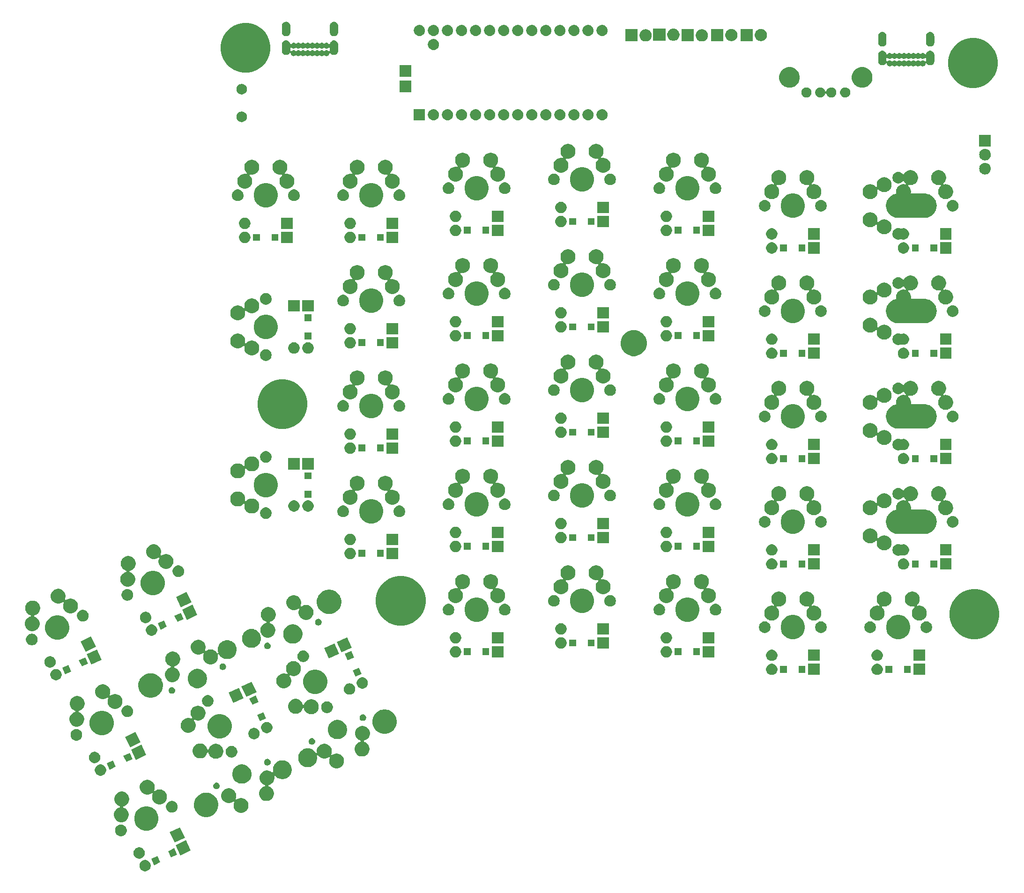
<source format=gbs>
G04 #@! TF.GenerationSoftware,KiCad,Pcbnew,5.0.2+dfsg1-1*
G04 #@! TF.CreationDate,2021-01-12T18:46:28+01:00*
G04 #@! TF.ProjectId,ErgoDOX,4572676f-444f-4582-9e6b-696361645f70,rev?*
G04 #@! TF.SameCoordinates,Original*
G04 #@! TF.FileFunction,Soldermask,Bot*
G04 #@! TF.FilePolarity,Negative*
%FSLAX46Y46*%
G04 Gerber Fmt 4.6, Leading zero omitted, Abs format (unit mm)*
G04 Created by KiCad (PCBNEW 5.0.2+dfsg1-1) date Tue 12 Jan 2021 06:46:28 PM CET*
%MOMM*%
%LPD*%
G01*
G04 APERTURE LIST*
%ADD10C,0.150000*%
G04 APERTURE END LIST*
D10*
G36*
X50867376Y-185327073D02*
X50867378Y-185327074D01*
X50867379Y-185327074D01*
X51054590Y-185404619D01*
X51054591Y-185404620D01*
X51223079Y-185517200D01*
X51366359Y-185660480D01*
X51366361Y-185660483D01*
X51478940Y-185828969D01*
X51556485Y-186016180D01*
X51596018Y-186214923D01*
X51596018Y-186417559D01*
X51556485Y-186616302D01*
X51478940Y-186803513D01*
X51478939Y-186803514D01*
X51366359Y-186972002D01*
X51223079Y-187115282D01*
X51223076Y-187115284D01*
X51054590Y-187227863D01*
X50867379Y-187305408D01*
X50867378Y-187305408D01*
X50867376Y-187305409D01*
X50668638Y-187344941D01*
X50465998Y-187344941D01*
X50267260Y-187305409D01*
X50267258Y-187305408D01*
X50267257Y-187305408D01*
X50080046Y-187227863D01*
X49911560Y-187115284D01*
X49911557Y-187115282D01*
X49768277Y-186972002D01*
X49655697Y-186803514D01*
X49655696Y-186803513D01*
X49578151Y-186616302D01*
X49538618Y-186417559D01*
X49538618Y-186214923D01*
X49578151Y-186016180D01*
X49655696Y-185828969D01*
X49768275Y-185660483D01*
X49768277Y-185660480D01*
X49911557Y-185517200D01*
X50080045Y-185404620D01*
X50080046Y-185404619D01*
X50267257Y-185327074D01*
X50267258Y-185327074D01*
X50267260Y-185327073D01*
X50465998Y-185287541D01*
X50668638Y-185287541D01*
X50867376Y-185327073D01*
X50867376Y-185327073D01*
G37*
G36*
X53339518Y-185710175D02*
X52211527Y-186236166D01*
X51685536Y-185108175D01*
X52813527Y-184582184D01*
X53339518Y-185710175D01*
X53339518Y-185710175D01*
G37*
G36*
X49793926Y-183025051D02*
X49793928Y-183025052D01*
X49793929Y-183025052D01*
X49981140Y-183102597D01*
X49981141Y-183102598D01*
X50149629Y-183215178D01*
X50292909Y-183358458D01*
X50292911Y-183358461D01*
X50405490Y-183526947D01*
X50483035Y-183714158D01*
X50522568Y-183912901D01*
X50522568Y-184115537D01*
X50483035Y-184314280D01*
X50405490Y-184501491D01*
X50294429Y-184667706D01*
X50292909Y-184669980D01*
X50149629Y-184813260D01*
X50149626Y-184813262D01*
X49981140Y-184925841D01*
X49793929Y-185003386D01*
X49793928Y-185003386D01*
X49793926Y-185003387D01*
X49595188Y-185042919D01*
X49392548Y-185042919D01*
X49193810Y-185003387D01*
X49193808Y-185003386D01*
X49193807Y-185003386D01*
X49006596Y-184925841D01*
X48838110Y-184813262D01*
X48838107Y-184813260D01*
X48694827Y-184669980D01*
X48693307Y-184667706D01*
X48582246Y-184501491D01*
X48504701Y-184314280D01*
X48465168Y-184115537D01*
X48465168Y-183912901D01*
X48504701Y-183714158D01*
X48582246Y-183526947D01*
X48694825Y-183358461D01*
X48694827Y-183358458D01*
X48838107Y-183215178D01*
X49006595Y-183102598D01*
X49006596Y-183102597D01*
X49193807Y-183025052D01*
X49193808Y-183025052D01*
X49193810Y-183025051D01*
X49392548Y-182985519D01*
X49595188Y-182985519D01*
X49793926Y-183025051D01*
X49793926Y-183025051D01*
G37*
G36*
X56355166Y-184303955D02*
X55227175Y-184829946D01*
X54701184Y-183701955D01*
X55829175Y-183175964D01*
X56355166Y-184303955D01*
X56355166Y-184303955D01*
G37*
G36*
X58840451Y-183593462D02*
X56975812Y-184462957D01*
X56106317Y-182598318D01*
X57970956Y-181728823D01*
X58840451Y-183593462D01*
X58840451Y-183593462D01*
G37*
G36*
X57767000Y-181291440D02*
X55902361Y-182160935D01*
X55032866Y-180296296D01*
X56897505Y-179426801D01*
X57767000Y-181291440D01*
X57767000Y-181291440D01*
G37*
G36*
X46503423Y-178933309D02*
X46503425Y-178933310D01*
X46503426Y-178933310D01*
X46574288Y-178962662D01*
X46695260Y-179012770D01*
X46867908Y-179128130D01*
X47014727Y-179274949D01*
X47130087Y-179447597D01*
X47209548Y-179639434D01*
X47250056Y-179843080D01*
X47250056Y-180050722D01*
X47209548Y-180254368D01*
X47130087Y-180446205D01*
X47014727Y-180618853D01*
X46867908Y-180765672D01*
X46695260Y-180881032D01*
X46574288Y-180931140D01*
X46503426Y-180960492D01*
X46503425Y-180960492D01*
X46503423Y-180960493D01*
X46299777Y-181001001D01*
X46092135Y-181001001D01*
X45888489Y-180960493D01*
X45888487Y-180960492D01*
X45888486Y-180960492D01*
X45817624Y-180931140D01*
X45696652Y-180881032D01*
X45524004Y-180765672D01*
X45377185Y-180618853D01*
X45261825Y-180446205D01*
X45182364Y-180254368D01*
X45141856Y-180050722D01*
X45141856Y-179843080D01*
X45182364Y-179639434D01*
X45261825Y-179447597D01*
X45377185Y-179274949D01*
X45524004Y-179128130D01*
X45696652Y-179012770D01*
X45817624Y-178962662D01*
X45888486Y-178933310D01*
X45888487Y-178933310D01*
X45888489Y-178933309D01*
X46092135Y-178892801D01*
X46299777Y-178892801D01*
X46503423Y-178933309D01*
X46503423Y-178933309D01*
G37*
G36*
X51440870Y-175687333D02*
X51840716Y-175852954D01*
X52200573Y-176093403D01*
X52506597Y-176399427D01*
X52747046Y-176759284D01*
X52912667Y-177159130D01*
X52997100Y-177583603D01*
X52997100Y-178016397D01*
X52912667Y-178440870D01*
X52747046Y-178840716D01*
X52506597Y-179200573D01*
X52200573Y-179506597D01*
X51840716Y-179747046D01*
X51440870Y-179912667D01*
X51016397Y-179997100D01*
X50583603Y-179997100D01*
X50159130Y-179912667D01*
X49759284Y-179747046D01*
X49399427Y-179506597D01*
X49093403Y-179200573D01*
X48852954Y-178840716D01*
X48687333Y-178440870D01*
X48602900Y-178016397D01*
X48602900Y-177583603D01*
X48687333Y-177159130D01*
X48852954Y-176759284D01*
X49093403Y-176399427D01*
X49399427Y-176093403D01*
X49759284Y-175852954D01*
X50159130Y-175687333D01*
X50583603Y-175602900D01*
X51016397Y-175602900D01*
X51440870Y-175687333D01*
X51440870Y-175687333D01*
G37*
G36*
X46743749Y-172974940D02*
X46988741Y-173076419D01*
X47209233Y-173223747D01*
X47396737Y-173411251D01*
X47544065Y-173631743D01*
X47645544Y-173876735D01*
X47697277Y-174136816D01*
X47697277Y-174401998D01*
X47645544Y-174662079D01*
X47544065Y-174907071D01*
X47396737Y-175127563D01*
X47209233Y-175315067D01*
X46988741Y-175462395D01*
X46845228Y-175521840D01*
X46743749Y-175563874D01*
X46709378Y-175570711D01*
X46688061Y-175574951D01*
X46664611Y-175582064D01*
X46643001Y-175593615D01*
X46624059Y-175609161D01*
X46608513Y-175628103D01*
X46596962Y-175649714D01*
X46589849Y-175673163D01*
X46587447Y-175697549D01*
X46589849Y-175721935D01*
X46596962Y-175745385D01*
X46608513Y-175766995D01*
X46624059Y-175785937D01*
X46643001Y-175801483D01*
X46664612Y-175813034D01*
X46666188Y-175813687D01*
X46666189Y-175813687D01*
X46677485Y-175818366D01*
X46911181Y-175915166D01*
X47131673Y-176062494D01*
X47319177Y-176249998D01*
X47466505Y-176470490D01*
X47567984Y-176715482D01*
X47619717Y-176975563D01*
X47619717Y-177240745D01*
X47567984Y-177500826D01*
X47466505Y-177745818D01*
X47319177Y-177966310D01*
X47131673Y-178153814D01*
X46911181Y-178301142D01*
X46666189Y-178402621D01*
X46406108Y-178454354D01*
X46140926Y-178454354D01*
X45880845Y-178402621D01*
X45635853Y-178301142D01*
X45415361Y-178153814D01*
X45227857Y-177966310D01*
X45080529Y-177745818D01*
X44979050Y-177500826D01*
X44927317Y-177240745D01*
X44927317Y-176975563D01*
X44979050Y-176715482D01*
X45080529Y-176470490D01*
X45227857Y-176249998D01*
X45415361Y-176062494D01*
X45635853Y-175915166D01*
X45786047Y-175852954D01*
X45880845Y-175813687D01*
X45915216Y-175806850D01*
X45936533Y-175802610D01*
X45959983Y-175795497D01*
X45981593Y-175783946D01*
X46000535Y-175768400D01*
X46016081Y-175749458D01*
X46027632Y-175727847D01*
X46034745Y-175704398D01*
X46037147Y-175680012D01*
X46034745Y-175655626D01*
X46027632Y-175632176D01*
X46016081Y-175610566D01*
X46000535Y-175591624D01*
X45981593Y-175576078D01*
X45959982Y-175564527D01*
X45958406Y-175563874D01*
X45958405Y-175563874D01*
X45892997Y-175536781D01*
X45713413Y-175462395D01*
X45492921Y-175315067D01*
X45305417Y-175127563D01*
X45158089Y-174907071D01*
X45056610Y-174662079D01*
X45004877Y-174401998D01*
X45004877Y-174136816D01*
X45056610Y-173876735D01*
X45158089Y-173631743D01*
X45305417Y-173411251D01*
X45492921Y-173223747D01*
X45713413Y-173076419D01*
X45958405Y-172974940D01*
X46218486Y-172923207D01*
X46483668Y-172923207D01*
X46743749Y-172974940D01*
X46743749Y-172974940D01*
G37*
G36*
X62095765Y-173176745D02*
X62237650Y-173204968D01*
X62346702Y-173250139D01*
X62638605Y-173371049D01*
X62999461Y-173612165D01*
X63306335Y-173919039D01*
X63547451Y-174279895D01*
X63644739Y-174514769D01*
X63713532Y-174680850D01*
X63732853Y-174777985D01*
X63798200Y-175106502D01*
X63798200Y-175540498D01*
X63752867Y-175768400D01*
X63713532Y-175966150D01*
X63660823Y-176093401D01*
X63547451Y-176367105D01*
X63306335Y-176727961D01*
X62999461Y-177034835D01*
X62638605Y-177275951D01*
X62403731Y-177373239D01*
X62237650Y-177442032D01*
X62095765Y-177470255D01*
X61811998Y-177526700D01*
X61378002Y-177526700D01*
X61094235Y-177470255D01*
X60952350Y-177442032D01*
X60786269Y-177373239D01*
X60551395Y-177275951D01*
X60190539Y-177034835D01*
X59883665Y-176727961D01*
X59642549Y-176367105D01*
X59529177Y-176093401D01*
X59476468Y-175966150D01*
X59437133Y-175768400D01*
X59391800Y-175540498D01*
X59391800Y-175106502D01*
X59457147Y-174777985D01*
X59476468Y-174680850D01*
X59545261Y-174514769D01*
X59642549Y-174279895D01*
X59883665Y-173919039D01*
X60190539Y-173612165D01*
X60551395Y-173371049D01*
X60843298Y-173250139D01*
X60952350Y-173204968D01*
X61094235Y-173176745D01*
X61378002Y-173120300D01*
X61811998Y-173120300D01*
X62095765Y-173176745D01*
X62095765Y-173176745D01*
G37*
G36*
X66077470Y-172365930D02*
X66322462Y-172467409D01*
X66542954Y-172614737D01*
X66730458Y-172802241D01*
X66877786Y-173022733D01*
X66979265Y-173267725D01*
X67024499Y-173495131D01*
X67030998Y-173527808D01*
X67030998Y-173792986D01*
X66979265Y-174053069D01*
X66922202Y-174190830D01*
X66915091Y-174214273D01*
X66912689Y-174238660D01*
X66915091Y-174263046D01*
X66922204Y-174286495D01*
X66933755Y-174308106D01*
X66949300Y-174327048D01*
X66968243Y-174342594D01*
X66989853Y-174354145D01*
X67013302Y-174361258D01*
X67037689Y-174363660D01*
X67062075Y-174361258D01*
X67085524Y-174354145D01*
X67107135Y-174342594D01*
X67271594Y-174232706D01*
X67516587Y-174131227D01*
X67776668Y-174079494D01*
X68041850Y-174079494D01*
X68301931Y-174131227D01*
X68546923Y-174232706D01*
X68767415Y-174380034D01*
X68954919Y-174567538D01*
X69102247Y-174788030D01*
X69203726Y-175033022D01*
X69255459Y-175293103D01*
X69255459Y-175558285D01*
X69203726Y-175818366D01*
X69102247Y-176063358D01*
X68954919Y-176283850D01*
X68767415Y-176471354D01*
X68546923Y-176618682D01*
X68301931Y-176720161D01*
X68041850Y-176771894D01*
X67776668Y-176771894D01*
X67516587Y-176720161D01*
X67271595Y-176618682D01*
X67051103Y-176471354D01*
X66863599Y-176283850D01*
X66716271Y-176063358D01*
X66614792Y-175818366D01*
X66563059Y-175558285D01*
X66563059Y-175293103D01*
X66595987Y-175127563D01*
X66614792Y-175033022D01*
X66671855Y-174895261D01*
X66678966Y-174871818D01*
X66681368Y-174847431D01*
X66678966Y-174823045D01*
X66671853Y-174799596D01*
X66660302Y-174777985D01*
X66644757Y-174759043D01*
X66625814Y-174743497D01*
X66604204Y-174731946D01*
X66580755Y-174724833D01*
X66556368Y-174722431D01*
X66531982Y-174724833D01*
X66508533Y-174731946D01*
X66486922Y-174743497D01*
X66322463Y-174853385D01*
X66077470Y-174954864D01*
X65817389Y-175006597D01*
X65552207Y-175006597D01*
X65292126Y-174954864D01*
X65047134Y-174853385D01*
X64826642Y-174706057D01*
X64639138Y-174518553D01*
X64491810Y-174298061D01*
X64390331Y-174053069D01*
X64338598Y-173792988D01*
X64338598Y-173527806D01*
X64390331Y-173267725D01*
X64491810Y-173022733D01*
X64639138Y-172802241D01*
X64826642Y-172614737D01*
X65047134Y-172467409D01*
X65292126Y-172365930D01*
X65552207Y-172314197D01*
X65817389Y-172314197D01*
X66077470Y-172365930D01*
X66077470Y-172365930D01*
G37*
G36*
X55711511Y-174639507D02*
X55711513Y-174639508D01*
X55711514Y-174639508D01*
X55766005Y-174662079D01*
X55903348Y-174718968D01*
X56075996Y-174834328D01*
X56222815Y-174981147D01*
X56338175Y-175153795D01*
X56371398Y-175234003D01*
X56404977Y-175315069D01*
X56417636Y-175345632D01*
X56458144Y-175549278D01*
X56458144Y-175756920D01*
X56426667Y-175915166D01*
X56417635Y-175960569D01*
X56415323Y-175966150D01*
X56338175Y-176152403D01*
X56222815Y-176325051D01*
X56075996Y-176471870D01*
X55903348Y-176587230D01*
X55782376Y-176637338D01*
X55711514Y-176666690D01*
X55711513Y-176666690D01*
X55711511Y-176666691D01*
X55507865Y-176707199D01*
X55300223Y-176707199D01*
X55096577Y-176666691D01*
X55096575Y-176666690D01*
X55096574Y-176666690D01*
X55025712Y-176637338D01*
X54904740Y-176587230D01*
X54732092Y-176471870D01*
X54585273Y-176325051D01*
X54469913Y-176152403D01*
X54392765Y-175966150D01*
X54390453Y-175960569D01*
X54381422Y-175915166D01*
X54349944Y-175756920D01*
X54349944Y-175549278D01*
X54390452Y-175345632D01*
X54403112Y-175315069D01*
X54436690Y-175234003D01*
X54469913Y-175153795D01*
X54585273Y-174981147D01*
X54732092Y-174834328D01*
X54904740Y-174718968D01*
X55042083Y-174662079D01*
X55096574Y-174639508D01*
X55096575Y-174639508D01*
X55096577Y-174639507D01*
X55300223Y-174598999D01*
X55507865Y-174598999D01*
X55711511Y-174639507D01*
X55711511Y-174639507D01*
G37*
G36*
X51347793Y-170828039D02*
X51592785Y-170929518D01*
X51813277Y-171076846D01*
X52000781Y-171264350D01*
X52148109Y-171484842D01*
X52249588Y-171729834D01*
X52297782Y-171972122D01*
X52301321Y-171989917D01*
X52301321Y-172255095D01*
X52249588Y-172515178D01*
X52192525Y-172652939D01*
X52185414Y-172676382D01*
X52183012Y-172700769D01*
X52185414Y-172725155D01*
X52192527Y-172748604D01*
X52204078Y-172770215D01*
X52219623Y-172789157D01*
X52238566Y-172804703D01*
X52260176Y-172816254D01*
X52283625Y-172823367D01*
X52308012Y-172825769D01*
X52332398Y-172823367D01*
X52355847Y-172816254D01*
X52377458Y-172804703D01*
X52541917Y-172694815D01*
X52786910Y-172593336D01*
X53046991Y-172541603D01*
X53312173Y-172541603D01*
X53572254Y-172593336D01*
X53817246Y-172694815D01*
X54037738Y-172842143D01*
X54225242Y-173029647D01*
X54372570Y-173250139D01*
X54474049Y-173495131D01*
X54525782Y-173755212D01*
X54525782Y-174020394D01*
X54474049Y-174280475D01*
X54372570Y-174525467D01*
X54225242Y-174745959D01*
X54037738Y-174933463D01*
X53817246Y-175080791D01*
X53572254Y-175182270D01*
X53312173Y-175234003D01*
X53046991Y-175234003D01*
X52786910Y-175182270D01*
X52541918Y-175080791D01*
X52321426Y-174933463D01*
X52133922Y-174745959D01*
X51986594Y-174525467D01*
X51885115Y-174280475D01*
X51833382Y-174020394D01*
X51833382Y-173755212D01*
X51861836Y-173612163D01*
X51885115Y-173495131D01*
X51942178Y-173357370D01*
X51949289Y-173333927D01*
X51951691Y-173309540D01*
X51949289Y-173285154D01*
X51942176Y-173261705D01*
X51930625Y-173240094D01*
X51915080Y-173221152D01*
X51896137Y-173205606D01*
X51874527Y-173194055D01*
X51851078Y-173186942D01*
X51826691Y-173184540D01*
X51802305Y-173186942D01*
X51778856Y-173194055D01*
X51757245Y-173205606D01*
X51592786Y-173315494D01*
X51347793Y-173416973D01*
X51087712Y-173468706D01*
X50822530Y-173468706D01*
X50562449Y-173416973D01*
X50317457Y-173315494D01*
X50096965Y-173168166D01*
X49909461Y-172980662D01*
X49762133Y-172760170D01*
X49660654Y-172515178D01*
X49608921Y-172255097D01*
X49608921Y-171989915D01*
X49660654Y-171729834D01*
X49762133Y-171484842D01*
X49909461Y-171264350D01*
X50096965Y-171076846D01*
X50317457Y-170929518D01*
X50562449Y-170828039D01*
X50822530Y-170776306D01*
X51087712Y-170776306D01*
X51347793Y-170828039D01*
X51347793Y-170828039D01*
G37*
G36*
X75706778Y-167303027D02*
X75871305Y-167335753D01*
X75999695Y-167388934D01*
X76181267Y-167464143D01*
X76460230Y-167650540D01*
X76697460Y-167887770D01*
X76883857Y-168166733D01*
X76911964Y-168234590D01*
X77012247Y-168476695D01*
X77044547Y-168639076D01*
X77077700Y-168805748D01*
X77077700Y-169141252D01*
X77044973Y-169305778D01*
X77012247Y-169470305D01*
X76984789Y-169536594D01*
X76883857Y-169780267D01*
X76697460Y-170059230D01*
X76460230Y-170296460D01*
X76181267Y-170482857D01*
X75999695Y-170558066D01*
X75871305Y-170611247D01*
X75706778Y-170643974D01*
X75542252Y-170676700D01*
X75206748Y-170676700D01*
X75042222Y-170643974D01*
X74877695Y-170611247D01*
X74749305Y-170558066D01*
X74567733Y-170482857D01*
X74288770Y-170296460D01*
X74138380Y-170146070D01*
X74119438Y-170130524D01*
X74097827Y-170118973D01*
X74074378Y-170111860D01*
X74049992Y-170109458D01*
X74025606Y-170111860D01*
X74002157Y-170118973D01*
X73980546Y-170130524D01*
X73961604Y-170146070D01*
X73946058Y-170165012D01*
X73934507Y-170186623D01*
X73927394Y-170210072D01*
X73924992Y-170234458D01*
X73927394Y-170258844D01*
X73937063Y-170307455D01*
X73937063Y-170572637D01*
X73885330Y-170832718D01*
X73783851Y-171077710D01*
X73636524Y-171298201D01*
X73449019Y-171485706D01*
X73228527Y-171633034D01*
X73085014Y-171692479D01*
X72983535Y-171734513D01*
X72949164Y-171741350D01*
X72927847Y-171745590D01*
X72904397Y-171752703D01*
X72882787Y-171764254D01*
X72863845Y-171779800D01*
X72848299Y-171798742D01*
X72836748Y-171820353D01*
X72829635Y-171843802D01*
X72827233Y-171868188D01*
X72829635Y-171892574D01*
X72836748Y-171916024D01*
X72848299Y-171937634D01*
X72863845Y-171956576D01*
X72882787Y-171972122D01*
X72904398Y-171983673D01*
X72905974Y-171984326D01*
X72905975Y-171984326D01*
X72971383Y-172011419D01*
X73150967Y-172085805D01*
X73371459Y-172233133D01*
X73558963Y-172420637D01*
X73706291Y-172641129D01*
X73807770Y-172886121D01*
X73859503Y-173146202D01*
X73859503Y-173411384D01*
X73807770Y-173671465D01*
X73706291Y-173916457D01*
X73558963Y-174136949D01*
X73371459Y-174324453D01*
X73150967Y-174471781D01*
X72905975Y-174573260D01*
X72645894Y-174624993D01*
X72380712Y-174624993D01*
X72120631Y-174573260D01*
X71875639Y-174471781D01*
X71655147Y-174324453D01*
X71467643Y-174136949D01*
X71320315Y-173916457D01*
X71218836Y-173671465D01*
X71167103Y-173411384D01*
X71167103Y-173146202D01*
X71218836Y-172886121D01*
X71320315Y-172641129D01*
X71467643Y-172420637D01*
X71655147Y-172233133D01*
X71875639Y-172085805D01*
X72019152Y-172026360D01*
X72120631Y-171984326D01*
X72155002Y-171977489D01*
X72176319Y-171973249D01*
X72199769Y-171966136D01*
X72221379Y-171954585D01*
X72240321Y-171939039D01*
X72255867Y-171920097D01*
X72267418Y-171898486D01*
X72274531Y-171875037D01*
X72276933Y-171850651D01*
X72274531Y-171826265D01*
X72267418Y-171802815D01*
X72255867Y-171781205D01*
X72240321Y-171762263D01*
X72221379Y-171746717D01*
X72199768Y-171735166D01*
X72198192Y-171734513D01*
X72198191Y-171734513D01*
X72132783Y-171707420D01*
X71953199Y-171633034D01*
X71732707Y-171485706D01*
X71545202Y-171298201D01*
X71397875Y-171077710D01*
X71296396Y-170832718D01*
X71244663Y-170572637D01*
X71244663Y-170307455D01*
X71296396Y-170047374D01*
X71397875Y-169802382D01*
X71545203Y-169581890D01*
X71732707Y-169394386D01*
X71953199Y-169247058D01*
X72198191Y-169145579D01*
X72458272Y-169093846D01*
X72723454Y-169093846D01*
X72983535Y-169145579D01*
X73228527Y-169247058D01*
X73449019Y-169394386D01*
X73497971Y-169443338D01*
X73516913Y-169458884D01*
X73538524Y-169470435D01*
X73561973Y-169477548D01*
X73586359Y-169479950D01*
X73610745Y-169477548D01*
X73634194Y-169470435D01*
X73655805Y-169458884D01*
X73674747Y-169443338D01*
X73690293Y-169424396D01*
X73701844Y-169402785D01*
X73708957Y-169379336D01*
X73711359Y-169354950D01*
X73708957Y-169330563D01*
X73692347Y-169247058D01*
X73671300Y-169141251D01*
X73671300Y-168805749D01*
X73736753Y-168476695D01*
X73837036Y-168234590D01*
X73865143Y-168166733D01*
X74051540Y-167887770D01*
X74288770Y-167650540D01*
X74567733Y-167464143D01*
X74749305Y-167388934D01*
X74877695Y-167335753D01*
X75042222Y-167303027D01*
X75206748Y-167270300D01*
X75542252Y-167270300D01*
X75706778Y-167303027D01*
X75706778Y-167303027D01*
G37*
G36*
X63634445Y-171321139D02*
X63743074Y-171366135D01*
X63840838Y-171431459D01*
X63923978Y-171514599D01*
X63989302Y-171612363D01*
X64034298Y-171720992D01*
X64057236Y-171836310D01*
X64057236Y-171953892D01*
X64034298Y-172069210D01*
X63989302Y-172177839D01*
X63923978Y-172275603D01*
X63840838Y-172358743D01*
X63743074Y-172424067D01*
X63634445Y-172469063D01*
X63519127Y-172492001D01*
X63401545Y-172492001D01*
X63286227Y-172469063D01*
X63177598Y-172424067D01*
X63079834Y-172358743D01*
X62996694Y-172275603D01*
X62931370Y-172177839D01*
X62886374Y-172069210D01*
X62863436Y-171953892D01*
X62863436Y-171836310D01*
X62886374Y-171720992D01*
X62931370Y-171612363D01*
X62996694Y-171514599D01*
X63079834Y-171431459D01*
X63177598Y-171366135D01*
X63286227Y-171321139D01*
X63401545Y-171298201D01*
X63519127Y-171298201D01*
X63634445Y-171321139D01*
X63634445Y-171321139D01*
G37*
G36*
X68459842Y-168052875D02*
X68571890Y-168075163D01*
X68888532Y-168206320D01*
X69173502Y-168396731D01*
X69415849Y-168639078D01*
X69606260Y-168924048D01*
X69737417Y-169240690D01*
X69738684Y-169247059D01*
X69804280Y-169576833D01*
X69804280Y-169919567D01*
X69776500Y-170059227D01*
X69737417Y-170255710D01*
X69606260Y-170572352D01*
X69415849Y-170857322D01*
X69173502Y-171099669D01*
X68888532Y-171290080D01*
X68571890Y-171421237D01*
X68520500Y-171431459D01*
X68235747Y-171488100D01*
X67893013Y-171488100D01*
X67608260Y-171431459D01*
X67556870Y-171421237D01*
X67240228Y-171290080D01*
X66955258Y-171099669D01*
X66712911Y-170857322D01*
X66522500Y-170572352D01*
X66391343Y-170255710D01*
X66352260Y-170059227D01*
X66324480Y-169919567D01*
X66324480Y-169576833D01*
X66390076Y-169247059D01*
X66391343Y-169240690D01*
X66522500Y-168924048D01*
X66712911Y-168639078D01*
X66955258Y-168396731D01*
X67240228Y-168206320D01*
X67556870Y-168075163D01*
X67668918Y-168052875D01*
X67893013Y-168008300D01*
X68235747Y-168008300D01*
X68459842Y-168052875D01*
X68459842Y-168052875D01*
G37*
G36*
X42815576Y-168060153D02*
X42815578Y-168060154D01*
X42815579Y-168060154D01*
X43002790Y-168137699D01*
X43046242Y-168166733D01*
X43171279Y-168250280D01*
X43314559Y-168393560D01*
X43314561Y-168393563D01*
X43427140Y-168562049D01*
X43493656Y-168722634D01*
X43504686Y-168749263D01*
X43544218Y-168948001D01*
X43544218Y-169150641D01*
X43508429Y-169330563D01*
X43504685Y-169349382D01*
X43427140Y-169536593D01*
X43427139Y-169536594D01*
X43314559Y-169705082D01*
X43171279Y-169848362D01*
X43171276Y-169848364D01*
X43002790Y-169960943D01*
X42815579Y-170038488D01*
X42815578Y-170038488D01*
X42815576Y-170038489D01*
X42616838Y-170078021D01*
X42414198Y-170078021D01*
X42215460Y-170038489D01*
X42215458Y-170038488D01*
X42215457Y-170038488D01*
X42028246Y-169960943D01*
X41859760Y-169848364D01*
X41859757Y-169848362D01*
X41716477Y-169705082D01*
X41603897Y-169536594D01*
X41603896Y-169536593D01*
X41526351Y-169349382D01*
X41522608Y-169330563D01*
X41486818Y-169150641D01*
X41486818Y-168948001D01*
X41526350Y-168749263D01*
X41537380Y-168722634D01*
X41603896Y-168562049D01*
X41716475Y-168393563D01*
X41716477Y-168393560D01*
X41859757Y-168250280D01*
X41984794Y-168166733D01*
X42028246Y-168137699D01*
X42215457Y-168060154D01*
X42215458Y-168060154D01*
X42215460Y-168060153D01*
X42414198Y-168020621D01*
X42616838Y-168020621D01*
X42815576Y-168060153D01*
X42815576Y-168060153D01*
G37*
G36*
X45287718Y-168443255D02*
X44159727Y-168969246D01*
X43633736Y-167841255D01*
X44761727Y-167315264D01*
X45287718Y-168443255D01*
X45287718Y-168443255D01*
G37*
G36*
X83344390Y-164316670D02*
X83589382Y-164418149D01*
X83809874Y-164565477D01*
X83997378Y-164752981D01*
X84144706Y-164973473D01*
X84246185Y-165218465D01*
X84297918Y-165478546D01*
X84297918Y-165743728D01*
X84291428Y-165776354D01*
X84246185Y-166003809D01*
X84189122Y-166141570D01*
X84182011Y-166165013D01*
X84179609Y-166189400D01*
X84182011Y-166213786D01*
X84189124Y-166237235D01*
X84200675Y-166258846D01*
X84216220Y-166277788D01*
X84235163Y-166293334D01*
X84256773Y-166304885D01*
X84280222Y-166311998D01*
X84304609Y-166314400D01*
X84328995Y-166311998D01*
X84352444Y-166304885D01*
X84374055Y-166293334D01*
X84538514Y-166183446D01*
X84783507Y-166081967D01*
X85043588Y-166030234D01*
X85308770Y-166030234D01*
X85568851Y-166081967D01*
X85813843Y-166183446D01*
X86034335Y-166330774D01*
X86221839Y-166518278D01*
X86369167Y-166738770D01*
X86470646Y-166983762D01*
X86522379Y-167243843D01*
X86522379Y-167509025D01*
X86470646Y-167769106D01*
X86369167Y-168014098D01*
X86221839Y-168234590D01*
X86034335Y-168422094D01*
X85813843Y-168569422D01*
X85568851Y-168670901D01*
X85308770Y-168722634D01*
X85043588Y-168722634D01*
X84783507Y-168670901D01*
X84538515Y-168569422D01*
X84318023Y-168422094D01*
X84130519Y-168234590D01*
X83983191Y-168014098D01*
X83881712Y-167769106D01*
X83829979Y-167509025D01*
X83829979Y-167243843D01*
X83851101Y-167137657D01*
X83881712Y-166983762D01*
X83938775Y-166846001D01*
X83945886Y-166822558D01*
X83948288Y-166798171D01*
X83945886Y-166773785D01*
X83938773Y-166750336D01*
X83927222Y-166728725D01*
X83911677Y-166709783D01*
X83892734Y-166694237D01*
X83871124Y-166682686D01*
X83847675Y-166675573D01*
X83823288Y-166673171D01*
X83798902Y-166675573D01*
X83775453Y-166682686D01*
X83753842Y-166694237D01*
X83589383Y-166804125D01*
X83344390Y-166905604D01*
X83084309Y-166957337D01*
X82819127Y-166957337D01*
X82559046Y-166905604D01*
X82314054Y-166804125D01*
X82093562Y-166656797D01*
X81906058Y-166469293D01*
X81839905Y-166370288D01*
X81824359Y-166351346D01*
X81805417Y-166335800D01*
X81783807Y-166324249D01*
X81760357Y-166317136D01*
X81735971Y-166314734D01*
X81711585Y-166317136D01*
X81688136Y-166324249D01*
X81666525Y-166335800D01*
X81647583Y-166351346D01*
X81632037Y-166370288D01*
X81620486Y-166391898D01*
X81613373Y-166415348D01*
X81610971Y-166439734D01*
X81613373Y-166464120D01*
X81649700Y-166646748D01*
X81649700Y-166982252D01*
X81584247Y-167311304D01*
X81455857Y-167621267D01*
X81269460Y-167900230D01*
X81032230Y-168137460D01*
X80753267Y-168323857D01*
X80584988Y-168393560D01*
X80443305Y-168452247D01*
X80278778Y-168484973D01*
X80114252Y-168517700D01*
X79778748Y-168517700D01*
X79614222Y-168484973D01*
X79449695Y-168452247D01*
X79308012Y-168393560D01*
X79139733Y-168323857D01*
X78860770Y-168137460D01*
X78623540Y-167900230D01*
X78437143Y-167621267D01*
X78308753Y-167311304D01*
X78243300Y-166982252D01*
X78243300Y-166646748D01*
X78298292Y-166370288D01*
X78308753Y-166317695D01*
X78402430Y-166091538D01*
X78437143Y-166007733D01*
X78623540Y-165728770D01*
X78860770Y-165491540D01*
X79139733Y-165305143D01*
X79323031Y-165229219D01*
X79449695Y-165176753D01*
X79614222Y-165144027D01*
X79778748Y-165111300D01*
X80114252Y-165111300D01*
X80278778Y-165144027D01*
X80443305Y-165176753D01*
X80569969Y-165229219D01*
X80753267Y-165305143D01*
X81032230Y-165491540D01*
X81269460Y-165728770D01*
X81394600Y-165916055D01*
X81410146Y-165934997D01*
X81429088Y-165950543D01*
X81450699Y-165962094D01*
X81474148Y-165969207D01*
X81498534Y-165971609D01*
X81522920Y-165969207D01*
X81546369Y-165962094D01*
X81567980Y-165950543D01*
X81586922Y-165934997D01*
X81602468Y-165916055D01*
X81614019Y-165894444D01*
X81621132Y-165870995D01*
X81623534Y-165846609D01*
X81621132Y-165822222D01*
X81608384Y-165758132D01*
X81605518Y-165743726D01*
X81605518Y-165478548D01*
X81614456Y-165433614D01*
X81657251Y-165218465D01*
X81758730Y-164973473D01*
X81906058Y-164752981D01*
X82093562Y-164565477D01*
X82314054Y-164418149D01*
X82559046Y-164316670D01*
X82819127Y-164264937D01*
X83084309Y-164264937D01*
X83344390Y-164316670D01*
X83344390Y-164316670D01*
G37*
G36*
X72842533Y-167027337D02*
X72951162Y-167072333D01*
X73048926Y-167137657D01*
X73132066Y-167220797D01*
X73197390Y-167318561D01*
X73242386Y-167427190D01*
X73265324Y-167542508D01*
X73265324Y-167660090D01*
X73242386Y-167775408D01*
X73197390Y-167884037D01*
X73132066Y-167981801D01*
X73048926Y-168064941D01*
X72951162Y-168130265D01*
X72842533Y-168175261D01*
X72727215Y-168198199D01*
X72609633Y-168198199D01*
X72494315Y-168175261D01*
X72385686Y-168130265D01*
X72287922Y-168064941D01*
X72204782Y-167981801D01*
X72139458Y-167884037D01*
X72094462Y-167775408D01*
X72071524Y-167660090D01*
X72071524Y-167542508D01*
X72094462Y-167427190D01*
X72139458Y-167318561D01*
X72204782Y-167220797D01*
X72287922Y-167137657D01*
X72385686Y-167072333D01*
X72494315Y-167027337D01*
X72609633Y-167004399D01*
X72727215Y-167004399D01*
X72842533Y-167027337D01*
X72842533Y-167027337D01*
G37*
G36*
X41742126Y-165758131D02*
X41742128Y-165758132D01*
X41742129Y-165758132D01*
X41929340Y-165835677D01*
X42079015Y-165935687D01*
X42097829Y-165948258D01*
X42241109Y-166091538D01*
X42241111Y-166091541D01*
X42353690Y-166260027D01*
X42431235Y-166447238D01*
X42431236Y-166447241D01*
X42470768Y-166645979D01*
X42470768Y-166848619D01*
X42442653Y-166989963D01*
X42431235Y-167047360D01*
X42353690Y-167234571D01*
X42286082Y-167335753D01*
X42241109Y-167403060D01*
X42097829Y-167546340D01*
X42097826Y-167546342D01*
X41929340Y-167658921D01*
X41742129Y-167736466D01*
X41742128Y-167736466D01*
X41742126Y-167736467D01*
X41543388Y-167775999D01*
X41340748Y-167775999D01*
X41142010Y-167736467D01*
X41142008Y-167736466D01*
X41142007Y-167736466D01*
X40954796Y-167658921D01*
X40786310Y-167546342D01*
X40786307Y-167546340D01*
X40643027Y-167403060D01*
X40598054Y-167335753D01*
X40530446Y-167234571D01*
X40452901Y-167047360D01*
X40441484Y-166989963D01*
X40413368Y-166848619D01*
X40413368Y-166645979D01*
X40452900Y-166447241D01*
X40452901Y-166447238D01*
X40530446Y-166260027D01*
X40643025Y-166091541D01*
X40643027Y-166091538D01*
X40786307Y-165948258D01*
X40805121Y-165935687D01*
X40954796Y-165835677D01*
X41142007Y-165758132D01*
X41142008Y-165758132D01*
X41142010Y-165758131D01*
X41340748Y-165718599D01*
X41543388Y-165718599D01*
X41742126Y-165758131D01*
X41742126Y-165758131D01*
G37*
G36*
X48303366Y-167037035D02*
X47175375Y-167563026D01*
X46649384Y-166435035D01*
X47777375Y-165909044D01*
X48303366Y-167037035D01*
X48303366Y-167037035D01*
G37*
G36*
X50788651Y-166326542D02*
X48924012Y-167196037D01*
X48054517Y-165331398D01*
X49919156Y-164461903D01*
X50788651Y-166326542D01*
X50788651Y-166326542D01*
G37*
G36*
X60900559Y-164271736D02*
X61145551Y-164373215D01*
X61366043Y-164520543D01*
X61553547Y-164708047D01*
X61700875Y-164928539D01*
X61802354Y-165173532D01*
X61813431Y-165229219D01*
X61820544Y-165252669D01*
X61832095Y-165274279D01*
X61847641Y-165293221D01*
X61866583Y-165308767D01*
X61888194Y-165320318D01*
X61911643Y-165327431D01*
X61936029Y-165329833D01*
X61960415Y-165327431D01*
X61983865Y-165320318D01*
X62005475Y-165308767D01*
X62024417Y-165293221D01*
X62039963Y-165274279D01*
X62051514Y-165252668D01*
X62153646Y-165006099D01*
X62300974Y-164785607D01*
X62488478Y-164598103D01*
X62708970Y-164450775D01*
X62953962Y-164349296D01*
X63214043Y-164297563D01*
X63479225Y-164297563D01*
X63739306Y-164349296D01*
X63984298Y-164450775D01*
X64204790Y-164598103D01*
X64392294Y-164785607D01*
X64539622Y-165006099D01*
X64641101Y-165251091D01*
X64692834Y-165511172D01*
X64692834Y-165776354D01*
X64641101Y-166036435D01*
X64539622Y-166281427D01*
X64392294Y-166501919D01*
X64204790Y-166689423D01*
X63984298Y-166836751D01*
X63739306Y-166938230D01*
X63479225Y-166989963D01*
X63214043Y-166989963D01*
X62953962Y-166938230D01*
X62708970Y-166836751D01*
X62488478Y-166689423D01*
X62300974Y-166501919D01*
X62153646Y-166281427D01*
X62052167Y-166036434D01*
X62041090Y-165980747D01*
X62033977Y-165957297D01*
X62022426Y-165935687D01*
X62006880Y-165916745D01*
X61987938Y-165901199D01*
X61966327Y-165889648D01*
X61942878Y-165882535D01*
X61918492Y-165880133D01*
X61894106Y-165882535D01*
X61870656Y-165889648D01*
X61849046Y-165901199D01*
X61830104Y-165916745D01*
X61814558Y-165935687D01*
X61803007Y-165957298D01*
X61802354Y-165958874D01*
X61802354Y-165958875D01*
X61798074Y-165969207D01*
X61700875Y-166203867D01*
X61553547Y-166424359D01*
X61366043Y-166611863D01*
X61145551Y-166759191D01*
X60900559Y-166860670D01*
X60640478Y-166912403D01*
X60375296Y-166912403D01*
X60115215Y-166860670D01*
X59870223Y-166759191D01*
X59649731Y-166611863D01*
X59462227Y-166424359D01*
X59314899Y-166203867D01*
X59213420Y-165958875D01*
X59161687Y-165698794D01*
X59161687Y-165433612D01*
X59213420Y-165173531D01*
X59314899Y-164928539D01*
X59462227Y-164708047D01*
X59649731Y-164520543D01*
X59870223Y-164373215D01*
X60115215Y-164271736D01*
X60375296Y-164220003D01*
X60640478Y-164220003D01*
X60900559Y-164271736D01*
X60900559Y-164271736D01*
G37*
G36*
X66492848Y-164707732D02*
X66492850Y-164707733D01*
X66492851Y-164707733D01*
X66493616Y-164708050D01*
X66684685Y-164787193D01*
X66857333Y-164902553D01*
X67004152Y-165049372D01*
X67119512Y-165222020D01*
X67198973Y-165413857D01*
X67239481Y-165617503D01*
X67239481Y-165825145D01*
X67203162Y-166007733D01*
X67198972Y-166028794D01*
X67195807Y-166036434D01*
X67119512Y-166220628D01*
X67004152Y-166393276D01*
X66857333Y-166540095D01*
X66684685Y-166655455D01*
X66591056Y-166694237D01*
X66492851Y-166734915D01*
X66492850Y-166734915D01*
X66492848Y-166734916D01*
X66289202Y-166775424D01*
X66081560Y-166775424D01*
X65877914Y-166734916D01*
X65877912Y-166734915D01*
X65877911Y-166734915D01*
X65779706Y-166694237D01*
X65686077Y-166655455D01*
X65513429Y-166540095D01*
X65366610Y-166393276D01*
X65251250Y-166220628D01*
X65174955Y-166036434D01*
X65171790Y-166028794D01*
X65167601Y-166007733D01*
X65131281Y-165825145D01*
X65131281Y-165617503D01*
X65171789Y-165413857D01*
X65251250Y-165222020D01*
X65366610Y-165049372D01*
X65513429Y-164902553D01*
X65686077Y-164787193D01*
X65877146Y-164708050D01*
X65877911Y-164707733D01*
X65877912Y-164707733D01*
X65877914Y-164707732D01*
X66081560Y-164667224D01*
X66289202Y-164667224D01*
X66492848Y-164707732D01*
X66492848Y-164707732D01*
G37*
G36*
X90250455Y-161096319D02*
X90495447Y-161197798D01*
X90715939Y-161345126D01*
X90903443Y-161532630D01*
X91050771Y-161753122D01*
X91152250Y-161998114D01*
X91203983Y-162258195D01*
X91203983Y-162523377D01*
X91152250Y-162783458D01*
X91050771Y-163028450D01*
X90903444Y-163248941D01*
X90715939Y-163436446D01*
X90495447Y-163583774D01*
X90422204Y-163614112D01*
X90250455Y-163685253D01*
X90216084Y-163692090D01*
X90194767Y-163696330D01*
X90171317Y-163703443D01*
X90149707Y-163714994D01*
X90130765Y-163730540D01*
X90115219Y-163749482D01*
X90103668Y-163771093D01*
X90096555Y-163794542D01*
X90094153Y-163818928D01*
X90096555Y-163843314D01*
X90103668Y-163866764D01*
X90115219Y-163888374D01*
X90130765Y-163907316D01*
X90149707Y-163922862D01*
X90171318Y-163934413D01*
X90172894Y-163935066D01*
X90172895Y-163935066D01*
X90238303Y-163962159D01*
X90417887Y-164036545D01*
X90638379Y-164183873D01*
X90825883Y-164371377D01*
X90973211Y-164591869D01*
X91074690Y-164836861D01*
X91126423Y-165096942D01*
X91126423Y-165362124D01*
X91074690Y-165622205D01*
X90973211Y-165867197D01*
X90825883Y-166087689D01*
X90638379Y-166275193D01*
X90417887Y-166422521D01*
X90172895Y-166524000D01*
X89912814Y-166575733D01*
X89647632Y-166575733D01*
X89387551Y-166524000D01*
X89142559Y-166422521D01*
X88922067Y-166275193D01*
X88734563Y-166087689D01*
X88587235Y-165867197D01*
X88485756Y-165622205D01*
X88434023Y-165362124D01*
X88434023Y-165096942D01*
X88485756Y-164836861D01*
X88587235Y-164591869D01*
X88734563Y-164371377D01*
X88922067Y-164183873D01*
X89142559Y-164036545D01*
X89286072Y-163977100D01*
X89387551Y-163935066D01*
X89421922Y-163928229D01*
X89443239Y-163923989D01*
X89466689Y-163916876D01*
X89488299Y-163905325D01*
X89507241Y-163889779D01*
X89522787Y-163870837D01*
X89534338Y-163849226D01*
X89541451Y-163825777D01*
X89543853Y-163801391D01*
X89541451Y-163777005D01*
X89534338Y-163753555D01*
X89522787Y-163731945D01*
X89507241Y-163713003D01*
X89488299Y-163697457D01*
X89466688Y-163685906D01*
X89465112Y-163685253D01*
X89465111Y-163685253D01*
X89293362Y-163614112D01*
X89220119Y-163583774D01*
X88999627Y-163436446D01*
X88812122Y-163248941D01*
X88664795Y-163028450D01*
X88563316Y-162783458D01*
X88511583Y-162523377D01*
X88511583Y-162258195D01*
X88563316Y-161998114D01*
X88664795Y-161753122D01*
X88812123Y-161532630D01*
X88999627Y-161345126D01*
X89220119Y-161197798D01*
X89465111Y-161096319D01*
X89725192Y-161044586D01*
X89990374Y-161044586D01*
X90250455Y-161096319D01*
X90250455Y-161096319D01*
G37*
G36*
X49715200Y-164024520D02*
X47850561Y-164894015D01*
X46981066Y-163029376D01*
X48845705Y-162159881D01*
X49715200Y-164024520D01*
X49715200Y-164024520D01*
G37*
G36*
X80901365Y-163271879D02*
X81009994Y-163316875D01*
X81107758Y-163382199D01*
X81190898Y-163465339D01*
X81256222Y-163563103D01*
X81301218Y-163671732D01*
X81324156Y-163787050D01*
X81324156Y-163904632D01*
X81301218Y-164019950D01*
X81256222Y-164128579D01*
X81190898Y-164226343D01*
X81107758Y-164309483D01*
X81009994Y-164374807D01*
X80901365Y-164419803D01*
X80786047Y-164442741D01*
X80668465Y-164442741D01*
X80553147Y-164419803D01*
X80444518Y-164374807D01*
X80346754Y-164309483D01*
X80263614Y-164226343D01*
X80198290Y-164128579D01*
X80153294Y-164019950D01*
X80130356Y-163904632D01*
X80130356Y-163787050D01*
X80153294Y-163671732D01*
X80198290Y-163563103D01*
X80263614Y-163465339D01*
X80346754Y-163382199D01*
X80444518Y-163316875D01*
X80553147Y-163271879D01*
X80668465Y-163248941D01*
X80786047Y-163248941D01*
X80901365Y-163271879D01*
X80901365Y-163271879D01*
G37*
G36*
X38451623Y-161666389D02*
X38451625Y-161666390D01*
X38451626Y-161666390D01*
X38480768Y-161678461D01*
X38643460Y-161745850D01*
X38816108Y-161861210D01*
X38962927Y-162008029D01*
X39078287Y-162180677D01*
X39128395Y-162301649D01*
X39136864Y-162322094D01*
X39157748Y-162372514D01*
X39198256Y-162576160D01*
X39198256Y-162783802D01*
X39157748Y-162987448D01*
X39078287Y-163179285D01*
X38962927Y-163351933D01*
X38816108Y-163498752D01*
X38643460Y-163614112D01*
X38522488Y-163664220D01*
X38451626Y-163693572D01*
X38451625Y-163693572D01*
X38451623Y-163693573D01*
X38247977Y-163734081D01*
X38040335Y-163734081D01*
X37836689Y-163693573D01*
X37836687Y-163693572D01*
X37836686Y-163693572D01*
X37765824Y-163664220D01*
X37644852Y-163614112D01*
X37472204Y-163498752D01*
X37325385Y-163351933D01*
X37210025Y-163179285D01*
X37130564Y-162987448D01*
X37090056Y-162783802D01*
X37090056Y-162576160D01*
X37130564Y-162372514D01*
X37151449Y-162322094D01*
X37159917Y-162301649D01*
X37210025Y-162180677D01*
X37325385Y-162008029D01*
X37472204Y-161861210D01*
X37644852Y-161745850D01*
X37807544Y-161678461D01*
X37836686Y-161666390D01*
X37836687Y-161666390D01*
X37836689Y-161666389D01*
X38040335Y-161625881D01*
X38247977Y-161625881D01*
X38451623Y-161666389D01*
X38451623Y-161666389D01*
G37*
G36*
X70552757Y-161434244D02*
X70552759Y-161434245D01*
X70552760Y-161434245D01*
X70739971Y-161511790D01*
X70832769Y-161573796D01*
X70908460Y-161624371D01*
X71051740Y-161767651D01*
X71051742Y-161767654D01*
X71164321Y-161936140D01*
X71241866Y-162123351D01*
X71241867Y-162123354D01*
X71269363Y-162261584D01*
X71281399Y-162322094D01*
X71281399Y-162524730D01*
X71241866Y-162723473D01*
X71164321Y-162910684D01*
X71061661Y-163064325D01*
X71051740Y-163079173D01*
X70908460Y-163222453D01*
X70908457Y-163222455D01*
X70739971Y-163335034D01*
X70552760Y-163412579D01*
X70552759Y-163412579D01*
X70552757Y-163412580D01*
X70354019Y-163452112D01*
X70151379Y-163452112D01*
X69952641Y-163412580D01*
X69952639Y-163412579D01*
X69952638Y-163412579D01*
X69765427Y-163335034D01*
X69596941Y-163222455D01*
X69596938Y-163222453D01*
X69453658Y-163079173D01*
X69443737Y-163064325D01*
X69341077Y-162910684D01*
X69263532Y-162723473D01*
X69223999Y-162524730D01*
X69223999Y-162322094D01*
X69236035Y-162261584D01*
X69263531Y-162123354D01*
X69263532Y-162123351D01*
X69341077Y-161936140D01*
X69453656Y-161767654D01*
X69453658Y-161767651D01*
X69596938Y-161624371D01*
X69672629Y-161573796D01*
X69765427Y-161511790D01*
X69952638Y-161434245D01*
X69952639Y-161434245D01*
X69952641Y-161434244D01*
X70151379Y-161394712D01*
X70354019Y-161394712D01*
X70552757Y-161434244D01*
X70552757Y-161434244D01*
G37*
G36*
X85719646Y-160002200D02*
X85838810Y-160025903D01*
X86155452Y-160157060D01*
X86440422Y-160347471D01*
X86682769Y-160589818D01*
X86873180Y-160874788D01*
X87004337Y-161191430D01*
X87026625Y-161303478D01*
X87071200Y-161527573D01*
X87071200Y-161870307D01*
X87044264Y-162005723D01*
X87004337Y-162206450D01*
X86873180Y-162523092D01*
X86682769Y-162808062D01*
X86440422Y-163050409D01*
X86155452Y-163240820D01*
X85838810Y-163371977D01*
X85787420Y-163382199D01*
X85502667Y-163438840D01*
X85159933Y-163438840D01*
X84875180Y-163382199D01*
X84823790Y-163371977D01*
X84507148Y-163240820D01*
X84222178Y-163050409D01*
X83979831Y-162808062D01*
X83789420Y-162523092D01*
X83658263Y-162206450D01*
X83618336Y-162005723D01*
X83591400Y-161870307D01*
X83591400Y-161527573D01*
X83635975Y-161303478D01*
X83658263Y-161191430D01*
X83789420Y-160874788D01*
X83979831Y-160589818D01*
X84222178Y-160347471D01*
X84507148Y-160157060D01*
X84823790Y-160025903D01*
X84942954Y-160002200D01*
X85159933Y-159959040D01*
X85502667Y-159959040D01*
X85719646Y-160002200D01*
X85719646Y-160002200D01*
G37*
G36*
X64679350Y-159004613D02*
X65079196Y-159170234D01*
X65439053Y-159410683D01*
X65745077Y-159716707D01*
X65985526Y-160076564D01*
X66151147Y-160476410D01*
X66235580Y-160900883D01*
X66235580Y-161333677D01*
X66151147Y-161758150D01*
X65985526Y-162157996D01*
X65745077Y-162517853D01*
X65439053Y-162823877D01*
X65079196Y-163064326D01*
X64679350Y-163229947D01*
X64254877Y-163314380D01*
X63822083Y-163314380D01*
X63397610Y-163229947D01*
X62997764Y-163064326D01*
X62637907Y-162823877D01*
X62331883Y-162517853D01*
X62091434Y-162157996D01*
X61925813Y-161758150D01*
X61841380Y-161333677D01*
X61841380Y-160900883D01*
X61925813Y-160476410D01*
X62091434Y-160076564D01*
X62331883Y-159716707D01*
X62637907Y-159410683D01*
X62997764Y-159170234D01*
X63397610Y-159004613D01*
X63822083Y-158920180D01*
X64254877Y-158920180D01*
X64679350Y-159004613D01*
X64679350Y-159004613D01*
G37*
G36*
X43389070Y-158420413D02*
X43788916Y-158586034D01*
X44148773Y-158826483D01*
X44454797Y-159132507D01*
X44695246Y-159492364D01*
X44860867Y-159892210D01*
X44945300Y-160316683D01*
X44945300Y-160749477D01*
X44860867Y-161173950D01*
X44695246Y-161573796D01*
X44454797Y-161933653D01*
X44148773Y-162239677D01*
X43788916Y-162480126D01*
X43389070Y-162645747D01*
X42964597Y-162730180D01*
X42531803Y-162730180D01*
X42107330Y-162645747D01*
X41707484Y-162480126D01*
X41347627Y-162239677D01*
X41041603Y-161933653D01*
X40801154Y-161573796D01*
X40635533Y-161173950D01*
X40551100Y-160749477D01*
X40551100Y-160316683D01*
X40635533Y-159892210D01*
X40801154Y-159492364D01*
X41041603Y-159132507D01*
X41347627Y-158826483D01*
X41707484Y-158586034D01*
X42107330Y-158420413D01*
X42531803Y-158335980D01*
X42964597Y-158335980D01*
X43389070Y-158420413D01*
X43389070Y-158420413D01*
G37*
G36*
X94353765Y-158127245D02*
X94495650Y-158155468D01*
X94592235Y-158195475D01*
X94896605Y-158321549D01*
X95257461Y-158562665D01*
X95564335Y-158869539D01*
X95805451Y-159230395D01*
X95902739Y-159465269D01*
X95971532Y-159631350D01*
X95991526Y-159731866D01*
X96056200Y-160057002D01*
X96056200Y-160490998D01*
X96036543Y-160589818D01*
X95982266Y-160862689D01*
X95971532Y-160916649D01*
X95805451Y-161317605D01*
X95564335Y-161678461D01*
X95257461Y-161985335D01*
X94896605Y-162226451D01*
X94698861Y-162308359D01*
X94495650Y-162392532D01*
X94353765Y-162420755D01*
X94069998Y-162477200D01*
X93636002Y-162477200D01*
X93352235Y-162420755D01*
X93210350Y-162392532D01*
X93007139Y-162308359D01*
X92809395Y-162226451D01*
X92448539Y-161985335D01*
X92141665Y-161678461D01*
X91900549Y-161317605D01*
X91734468Y-160916649D01*
X91723735Y-160862689D01*
X91669457Y-160589818D01*
X91649800Y-160490998D01*
X91649800Y-160057002D01*
X91714474Y-159731866D01*
X91734468Y-159631350D01*
X91803261Y-159465269D01*
X91900549Y-159230395D01*
X92141665Y-158869539D01*
X92448539Y-158562665D01*
X92809395Y-158321549D01*
X93113765Y-158195475D01*
X93210350Y-158155468D01*
X93352235Y-158127245D01*
X93636002Y-158070800D01*
X94069998Y-158070800D01*
X94353765Y-158127245D01*
X94353765Y-158127245D01*
G37*
G36*
X72854779Y-160360794D02*
X72854781Y-160360795D01*
X72854782Y-160360795D01*
X73041993Y-160438340D01*
X73120798Y-160490996D01*
X73210482Y-160550921D01*
X73353762Y-160694201D01*
X73353764Y-160694204D01*
X73466343Y-160862690D01*
X73541686Y-161044586D01*
X73543889Y-161049904D01*
X73583421Y-161248642D01*
X73583421Y-161451282D01*
X73548691Y-161625881D01*
X73543888Y-161650023D01*
X73466343Y-161837234D01*
X73358846Y-161998114D01*
X73353762Y-162005723D01*
X73210482Y-162149003D01*
X73210479Y-162149005D01*
X73041993Y-162261584D01*
X72854782Y-162339129D01*
X72854781Y-162339129D01*
X72854779Y-162339130D01*
X72656041Y-162378662D01*
X72453401Y-162378662D01*
X72254663Y-162339130D01*
X72254661Y-162339129D01*
X72254660Y-162339129D01*
X72067449Y-162261584D01*
X71898963Y-162149005D01*
X71898960Y-162149003D01*
X71755680Y-162005723D01*
X71750596Y-161998114D01*
X71643099Y-161837234D01*
X71565554Y-161650023D01*
X71560752Y-161625881D01*
X71526021Y-161451282D01*
X71526021Y-161248642D01*
X71565553Y-161049904D01*
X71567756Y-161044586D01*
X71643099Y-160862690D01*
X71755678Y-160694204D01*
X71755680Y-160694201D01*
X71898960Y-160550921D01*
X71988644Y-160490996D01*
X72067449Y-160438340D01*
X72254660Y-160360795D01*
X72254661Y-160360795D01*
X72254663Y-160360794D01*
X72453401Y-160321262D01*
X72656041Y-160321262D01*
X72854779Y-160360794D01*
X72854779Y-160360794D01*
G37*
G36*
X60518955Y-157443231D02*
X60763947Y-157544710D01*
X60984439Y-157692038D01*
X61171943Y-157879542D01*
X61319271Y-158100034D01*
X61420750Y-158345026D01*
X61472483Y-158605107D01*
X61472483Y-158870289D01*
X61420750Y-159130370D01*
X61319271Y-159375362D01*
X61171943Y-159595854D01*
X60984439Y-159783358D01*
X60763947Y-159930686D01*
X60518955Y-160032165D01*
X60258874Y-160083898D01*
X59993692Y-160083898D01*
X59858477Y-160057002D01*
X59733611Y-160032165D01*
X59595850Y-159975102D01*
X59572407Y-159967991D01*
X59548020Y-159965589D01*
X59523634Y-159967991D01*
X59500185Y-159975104D01*
X59478574Y-159986655D01*
X59459632Y-160002200D01*
X59444086Y-160021143D01*
X59432535Y-160042753D01*
X59425422Y-160066202D01*
X59423020Y-160090589D01*
X59425422Y-160114975D01*
X59432535Y-160138424D01*
X59444086Y-160160035D01*
X59553974Y-160324494D01*
X59655453Y-160569487D01*
X59707186Y-160829568D01*
X59707186Y-161094750D01*
X59655453Y-161354831D01*
X59553974Y-161599823D01*
X59406646Y-161820315D01*
X59219142Y-162007819D01*
X58998650Y-162155147D01*
X58753658Y-162256626D01*
X58493577Y-162308359D01*
X58228395Y-162308359D01*
X57968314Y-162256626D01*
X57723322Y-162155147D01*
X57502830Y-162007819D01*
X57315326Y-161820315D01*
X57167998Y-161599823D01*
X57066519Y-161354831D01*
X57014786Y-161094750D01*
X57014786Y-160829568D01*
X57066519Y-160569487D01*
X57167998Y-160324495D01*
X57315326Y-160104003D01*
X57502830Y-159916499D01*
X57723322Y-159769171D01*
X57968314Y-159667692D01*
X58228395Y-159615959D01*
X58493577Y-159615959D01*
X58570952Y-159631350D01*
X58753658Y-159667692D01*
X58891419Y-159724755D01*
X58914862Y-159731866D01*
X58939249Y-159734268D01*
X58963635Y-159731866D01*
X58987084Y-159724753D01*
X59008695Y-159713202D01*
X59027637Y-159697657D01*
X59043183Y-159678714D01*
X59054734Y-159657104D01*
X59061847Y-159633655D01*
X59064249Y-159609268D01*
X59061847Y-159584882D01*
X59054734Y-159561433D01*
X59043183Y-159539822D01*
X58933295Y-159375363D01*
X58831816Y-159130370D01*
X58780083Y-158870289D01*
X58780083Y-158605107D01*
X58831816Y-158345026D01*
X58933295Y-158100034D01*
X59080623Y-157879542D01*
X59268127Y-157692038D01*
X59488619Y-157544710D01*
X59733611Y-157443231D01*
X59993692Y-157391498D01*
X60258874Y-157391498D01*
X60518955Y-157443231D01*
X60518955Y-157443231D01*
G37*
G36*
X38691949Y-155708020D02*
X38936941Y-155809499D01*
X39157433Y-155956827D01*
X39344937Y-156144331D01*
X39492265Y-156364823D01*
X39593744Y-156609815D01*
X39645477Y-156869896D01*
X39645477Y-157135078D01*
X39593744Y-157395159D01*
X39492265Y-157640151D01*
X39344937Y-157860643D01*
X39157433Y-158048147D01*
X38936941Y-158195475D01*
X38793428Y-158254920D01*
X38691949Y-158296954D01*
X38657578Y-158303791D01*
X38636261Y-158308031D01*
X38612811Y-158315144D01*
X38591201Y-158326695D01*
X38572259Y-158342241D01*
X38556713Y-158361183D01*
X38545162Y-158382794D01*
X38538049Y-158406243D01*
X38535647Y-158430629D01*
X38538049Y-158455015D01*
X38545162Y-158478465D01*
X38556713Y-158500075D01*
X38572259Y-158519017D01*
X38591201Y-158534563D01*
X38612812Y-158546114D01*
X38614388Y-158546767D01*
X38614389Y-158546767D01*
X38646488Y-158560063D01*
X38859381Y-158648246D01*
X39079873Y-158795574D01*
X39267377Y-158983078D01*
X39414705Y-159203570D01*
X39516184Y-159448562D01*
X39567917Y-159708643D01*
X39567917Y-159973825D01*
X39516184Y-160233906D01*
X39414705Y-160478898D01*
X39267377Y-160699390D01*
X39079873Y-160886894D01*
X38859381Y-161034222D01*
X38614389Y-161135701D01*
X38354308Y-161187434D01*
X38089126Y-161187434D01*
X37829045Y-161135701D01*
X37584053Y-161034222D01*
X37363561Y-160886894D01*
X37176057Y-160699390D01*
X37028729Y-160478898D01*
X36927250Y-160233906D01*
X36875517Y-159973825D01*
X36875517Y-159708643D01*
X36927250Y-159448562D01*
X37028729Y-159203570D01*
X37176057Y-158983078D01*
X37363561Y-158795574D01*
X37584053Y-158648246D01*
X37754217Y-158577762D01*
X37829045Y-158546767D01*
X37863416Y-158539930D01*
X37884733Y-158535690D01*
X37908183Y-158528577D01*
X37929793Y-158517026D01*
X37948735Y-158501480D01*
X37964281Y-158482538D01*
X37975832Y-158460927D01*
X37982945Y-158437478D01*
X37985347Y-158413092D01*
X37982945Y-158388706D01*
X37975832Y-158365256D01*
X37964281Y-158343646D01*
X37948735Y-158324704D01*
X37929793Y-158309158D01*
X37908182Y-158297607D01*
X37906606Y-158296954D01*
X37906605Y-158296954D01*
X37841197Y-158269861D01*
X37661613Y-158195475D01*
X37441121Y-158048147D01*
X37253617Y-157860643D01*
X37106289Y-157640151D01*
X37004810Y-157395159D01*
X36953077Y-157135078D01*
X36953077Y-156869896D01*
X37004810Y-156609815D01*
X37106289Y-156364823D01*
X37253617Y-156144331D01*
X37441121Y-155956827D01*
X37661613Y-155809499D01*
X37906605Y-155708020D01*
X38166686Y-155656287D01*
X38431868Y-155656287D01*
X38691949Y-155708020D01*
X38691949Y-155708020D01*
G37*
G36*
X72474646Y-159705753D02*
X71346655Y-160231744D01*
X70820664Y-159103753D01*
X71948655Y-158577762D01*
X72474646Y-159705753D01*
X72474646Y-159705753D01*
G37*
G36*
X90109453Y-158978077D02*
X90218082Y-159023073D01*
X90315846Y-159088397D01*
X90398986Y-159171537D01*
X90464310Y-159269301D01*
X90509306Y-159377930D01*
X90532244Y-159493248D01*
X90532244Y-159610830D01*
X90509306Y-159726148D01*
X90464310Y-159834777D01*
X90398986Y-159932541D01*
X90315846Y-160015681D01*
X90218082Y-160081005D01*
X90109453Y-160126001D01*
X89994135Y-160148939D01*
X89876553Y-160148939D01*
X89761235Y-160126001D01*
X89652606Y-160081005D01*
X89554842Y-160015681D01*
X89471702Y-159932541D01*
X89406378Y-159834777D01*
X89361382Y-159726148D01*
X89338444Y-159610830D01*
X89338444Y-159493248D01*
X89361382Y-159377930D01*
X89406378Y-159269301D01*
X89471702Y-159171537D01*
X89554842Y-159088397D01*
X89652606Y-159023073D01*
X89761235Y-158978077D01*
X89876553Y-158955139D01*
X89994135Y-158955139D01*
X90109453Y-158978077D01*
X90109453Y-158978077D01*
G37*
G36*
X47659711Y-157372587D02*
X47659713Y-157372588D01*
X47659714Y-157372588D01*
X47714205Y-157395159D01*
X47851548Y-157452048D01*
X48024196Y-157567408D01*
X48171015Y-157714227D01*
X48286375Y-157886875D01*
X48319598Y-157967083D01*
X48353177Y-158048149D01*
X48365836Y-158078712D01*
X48406344Y-158282358D01*
X48406344Y-158490000D01*
X48365836Y-158693646D01*
X48286375Y-158885483D01*
X48171015Y-159058131D01*
X48024196Y-159204950D01*
X47851548Y-159320310D01*
X47730576Y-159370418D01*
X47659714Y-159399770D01*
X47659713Y-159399770D01*
X47659711Y-159399771D01*
X47456065Y-159440279D01*
X47248423Y-159440279D01*
X47044777Y-159399771D01*
X47044775Y-159399770D01*
X47044774Y-159399770D01*
X46973912Y-159370418D01*
X46852940Y-159320310D01*
X46680292Y-159204950D01*
X46533473Y-159058131D01*
X46418113Y-158885483D01*
X46338652Y-158693646D01*
X46298144Y-158490000D01*
X46298144Y-158282358D01*
X46338652Y-158078712D01*
X46351312Y-158048149D01*
X46384890Y-157967083D01*
X46418113Y-157886875D01*
X46533473Y-157714227D01*
X46680292Y-157567408D01*
X46852940Y-157452048D01*
X46990283Y-157395159D01*
X47044774Y-157372588D01*
X47044775Y-157372588D01*
X47044777Y-157372587D01*
X47248423Y-157332079D01*
X47456065Y-157332079D01*
X47659711Y-157372587D01*
X47659711Y-157372587D01*
G37*
G36*
X78164939Y-156219936D02*
X78409931Y-156321415D01*
X78630423Y-156468743D01*
X78817927Y-156656247D01*
X78965255Y-156876739D01*
X79066734Y-157121732D01*
X79077811Y-157177419D01*
X79084924Y-157200869D01*
X79096475Y-157222479D01*
X79112021Y-157241421D01*
X79130963Y-157256967D01*
X79152574Y-157268518D01*
X79176023Y-157275631D01*
X79200409Y-157278033D01*
X79224795Y-157275631D01*
X79248245Y-157268518D01*
X79269855Y-157256967D01*
X79288797Y-157241421D01*
X79304343Y-157222479D01*
X79315894Y-157200868D01*
X79418026Y-156954299D01*
X79565354Y-156733807D01*
X79752858Y-156546303D01*
X79973350Y-156398975D01*
X80218342Y-156297496D01*
X80478423Y-156245763D01*
X80743605Y-156245763D01*
X81003686Y-156297496D01*
X81248678Y-156398975D01*
X81469170Y-156546303D01*
X81656674Y-156733807D01*
X81804002Y-156954299D01*
X81905481Y-157199291D01*
X81957214Y-157459372D01*
X81957214Y-157724554D01*
X81905481Y-157984635D01*
X81804002Y-158229627D01*
X81656674Y-158450119D01*
X81469170Y-158637623D01*
X81248678Y-158784951D01*
X81003686Y-158886430D01*
X80743605Y-158938163D01*
X80478423Y-158938163D01*
X80218342Y-158886430D01*
X79973350Y-158784951D01*
X79752858Y-158637623D01*
X79565354Y-158450119D01*
X79418026Y-158229627D01*
X79316547Y-157984634D01*
X79305470Y-157928947D01*
X79298357Y-157905497D01*
X79286806Y-157883887D01*
X79271260Y-157864945D01*
X79252318Y-157849399D01*
X79230707Y-157837848D01*
X79207258Y-157830735D01*
X79182872Y-157828333D01*
X79158486Y-157830735D01*
X79135036Y-157837848D01*
X79113426Y-157849399D01*
X79094484Y-157864945D01*
X79078938Y-157883887D01*
X79067387Y-157905498D01*
X78965255Y-158152067D01*
X78817927Y-158372559D01*
X78630423Y-158560063D01*
X78409931Y-158707391D01*
X78164939Y-158808870D01*
X77904858Y-158860603D01*
X77639676Y-158860603D01*
X77379595Y-158808870D01*
X77134603Y-158707391D01*
X76914111Y-158560063D01*
X76726607Y-158372559D01*
X76579279Y-158152067D01*
X76477800Y-157907075D01*
X76426067Y-157646994D01*
X76426067Y-157381812D01*
X76477800Y-157121731D01*
X76579279Y-156876739D01*
X76726607Y-156656247D01*
X76914111Y-156468743D01*
X77134603Y-156321415D01*
X77379595Y-156219936D01*
X77639676Y-156168203D01*
X77904858Y-156168203D01*
X78164939Y-156219936D01*
X78164939Y-156219936D01*
G37*
G36*
X83757228Y-156655932D02*
X83757230Y-156655933D01*
X83757231Y-156655933D01*
X83757996Y-156656250D01*
X83949065Y-156735393D01*
X84121713Y-156850753D01*
X84268532Y-156997572D01*
X84383892Y-157170220D01*
X84463353Y-157362057D01*
X84503861Y-157565703D01*
X84503861Y-157773345D01*
X84463353Y-157976991D01*
X84383892Y-158168828D01*
X84268532Y-158341476D01*
X84121713Y-158488295D01*
X83949065Y-158603655D01*
X83841412Y-158648246D01*
X83757231Y-158683115D01*
X83757230Y-158683115D01*
X83757228Y-158683116D01*
X83553582Y-158723624D01*
X83345940Y-158723624D01*
X83142294Y-158683116D01*
X83142292Y-158683115D01*
X83142291Y-158683115D01*
X83058110Y-158648246D01*
X82950457Y-158603655D01*
X82777809Y-158488295D01*
X82630990Y-158341476D01*
X82515630Y-158168828D01*
X82436169Y-157976991D01*
X82395661Y-157773345D01*
X82395661Y-157565703D01*
X82436169Y-157362057D01*
X82515630Y-157170220D01*
X82630990Y-156997572D01*
X82777809Y-156850753D01*
X82950457Y-156735393D01*
X83141526Y-156656250D01*
X83142291Y-156655933D01*
X83142292Y-156655933D01*
X83142294Y-156655932D01*
X83345940Y-156615424D01*
X83553582Y-156615424D01*
X83757228Y-156655932D01*
X83757228Y-156655932D01*
G37*
G36*
X43295993Y-153561119D02*
X43540985Y-153662598D01*
X43761477Y-153809926D01*
X43948981Y-153997430D01*
X44096309Y-154217922D01*
X44197788Y-154462914D01*
X44249521Y-154722995D01*
X44249521Y-154988177D01*
X44241725Y-155027370D01*
X44197788Y-155248258D01*
X44140725Y-155386019D01*
X44133614Y-155409462D01*
X44131212Y-155433849D01*
X44133614Y-155458235D01*
X44140727Y-155481684D01*
X44152278Y-155503295D01*
X44167823Y-155522237D01*
X44186766Y-155537783D01*
X44208376Y-155549334D01*
X44231825Y-155556447D01*
X44256212Y-155558849D01*
X44280598Y-155556447D01*
X44304047Y-155549334D01*
X44325658Y-155537783D01*
X44490117Y-155427895D01*
X44735110Y-155326416D01*
X44995191Y-155274683D01*
X45260373Y-155274683D01*
X45520454Y-155326416D01*
X45765446Y-155427895D01*
X45985938Y-155575223D01*
X46173442Y-155762727D01*
X46320770Y-155983219D01*
X46422249Y-156228211D01*
X46473982Y-156488292D01*
X46473982Y-156753474D01*
X46422249Y-157013555D01*
X46320770Y-157258547D01*
X46173442Y-157479039D01*
X45985938Y-157666543D01*
X45765446Y-157813871D01*
X45520454Y-157915350D01*
X45260373Y-157967083D01*
X44995191Y-157967083D01*
X44735110Y-157915350D01*
X44490118Y-157813871D01*
X44269626Y-157666543D01*
X44082122Y-157479039D01*
X43934794Y-157258547D01*
X43833315Y-157013555D01*
X43781582Y-156753474D01*
X43781582Y-156488292D01*
X43829824Y-156245763D01*
X43833315Y-156228211D01*
X43890378Y-156090450D01*
X43897489Y-156067007D01*
X43899891Y-156042620D01*
X43897489Y-156018234D01*
X43890376Y-155994785D01*
X43878825Y-155973174D01*
X43863280Y-155954232D01*
X43844337Y-155938686D01*
X43822727Y-155927135D01*
X43799278Y-155920022D01*
X43774891Y-155917620D01*
X43750505Y-155920022D01*
X43727056Y-155927135D01*
X43705445Y-155938686D01*
X43540986Y-156048574D01*
X43295993Y-156150053D01*
X43035912Y-156201786D01*
X42770730Y-156201786D01*
X42510649Y-156150053D01*
X42265657Y-156048574D01*
X42045165Y-155901246D01*
X41857661Y-155713742D01*
X41710333Y-155493250D01*
X41608854Y-155248258D01*
X41557121Y-154988177D01*
X41557121Y-154722995D01*
X41608854Y-154462914D01*
X41710333Y-154217922D01*
X41857661Y-153997430D01*
X42045165Y-153809926D01*
X42265657Y-153662598D01*
X42510649Y-153561119D01*
X42770730Y-153509386D01*
X43035912Y-153509386D01*
X43295993Y-153561119D01*
X43295993Y-153561119D01*
G37*
G36*
X62199046Y-155499644D02*
X62199048Y-155499645D01*
X62199049Y-155499645D01*
X62253591Y-155522237D01*
X62390883Y-155579105D01*
X62563531Y-155694465D01*
X62710350Y-155841284D01*
X62825710Y-156013932D01*
X62905171Y-156205769D01*
X62945679Y-156409415D01*
X62945679Y-156617057D01*
X62905171Y-156820703D01*
X62825710Y-157012540D01*
X62710350Y-157185188D01*
X62563531Y-157332007D01*
X62390883Y-157447367D01*
X62269911Y-157497475D01*
X62199049Y-157526827D01*
X62199048Y-157526827D01*
X62199046Y-157526828D01*
X61995400Y-157567336D01*
X61787758Y-157567336D01*
X61584112Y-157526828D01*
X61584110Y-157526827D01*
X61584109Y-157526827D01*
X61513247Y-157497475D01*
X61392275Y-157447367D01*
X61219627Y-157332007D01*
X61072808Y-157185188D01*
X60957448Y-157012540D01*
X60877987Y-156820703D01*
X60837479Y-156617057D01*
X60837479Y-156409415D01*
X60877987Y-156205769D01*
X60957448Y-156013932D01*
X61072808Y-155841284D01*
X61219627Y-155694465D01*
X61392275Y-155579105D01*
X61529567Y-155522237D01*
X61584109Y-155499645D01*
X61584110Y-155499645D01*
X61584112Y-155499644D01*
X61787758Y-155459136D01*
X61995400Y-155459136D01*
X62199046Y-155499644D01*
X62199046Y-155499644D01*
G37*
G36*
X71068426Y-156690105D02*
X69940435Y-157216096D01*
X69414444Y-156088105D01*
X70542435Y-155562114D01*
X71068426Y-156690105D01*
X71068426Y-156690105D01*
G37*
G36*
X68399415Y-156014919D02*
X66534776Y-156884414D01*
X65665281Y-155019775D01*
X67529920Y-154150280D01*
X68399415Y-156014919D01*
X68399415Y-156014919D01*
G37*
G36*
X52038180Y-151581855D02*
X52204650Y-151614968D01*
X52316751Y-151661402D01*
X52605605Y-151781049D01*
X52966461Y-152022165D01*
X53273335Y-152329039D01*
X53514451Y-152689895D01*
X53580389Y-152849085D01*
X53678706Y-153086441D01*
X53680532Y-153090851D01*
X53765200Y-153516502D01*
X53765200Y-153950498D01*
X53725460Y-154150281D01*
X53701589Y-154270292D01*
X53680532Y-154376149D01*
X53514451Y-154777105D01*
X53273335Y-155137961D01*
X52966461Y-155444835D01*
X52605605Y-155685951D01*
X52370731Y-155783239D01*
X52204650Y-155852032D01*
X52062765Y-155880255D01*
X51778998Y-155936700D01*
X51345002Y-155936700D01*
X51061235Y-155880255D01*
X50919350Y-155852032D01*
X50753269Y-155783239D01*
X50518395Y-155685951D01*
X50157539Y-155444835D01*
X49850665Y-155137961D01*
X49609549Y-154777105D01*
X49443468Y-154376149D01*
X49422412Y-154270292D01*
X49398540Y-154150281D01*
X49358800Y-153950498D01*
X49358800Y-153516502D01*
X49443468Y-153090851D01*
X49445295Y-153086441D01*
X49543611Y-152849085D01*
X49609549Y-152689895D01*
X49850665Y-152329039D01*
X50157539Y-152022165D01*
X50518395Y-151781049D01*
X50807249Y-151661402D01*
X50919350Y-151614968D01*
X51085820Y-151581855D01*
X51345002Y-151530300D01*
X51778998Y-151530300D01*
X52038180Y-151581855D01*
X52038180Y-151581855D01*
G37*
G36*
X70701437Y-154941468D02*
X68836798Y-155810963D01*
X67967303Y-153946324D01*
X69831942Y-153076829D01*
X70701437Y-154941468D01*
X70701437Y-154941468D01*
G37*
G36*
X87817137Y-153382444D02*
X87817139Y-153382445D01*
X87817140Y-153382445D01*
X88004351Y-153459990D01*
X88004352Y-153459991D01*
X88172840Y-153572571D01*
X88316120Y-153715851D01*
X88316122Y-153715854D01*
X88428701Y-153884340D01*
X88500119Y-154056759D01*
X88506247Y-154071554D01*
X88545779Y-154270292D01*
X88545779Y-154472932D01*
X88526087Y-154571931D01*
X88506246Y-154671673D01*
X88428701Y-154858884D01*
X88428700Y-154858885D01*
X88316120Y-155027373D01*
X88172840Y-155170653D01*
X88172837Y-155170655D01*
X88004351Y-155283234D01*
X87817140Y-155360779D01*
X87817139Y-155360779D01*
X87817137Y-155360780D01*
X87618399Y-155400312D01*
X87415759Y-155400312D01*
X87217021Y-155360780D01*
X87217019Y-155360779D01*
X87217018Y-155360779D01*
X87029807Y-155283234D01*
X86861321Y-155170655D01*
X86861318Y-155170653D01*
X86718038Y-155027373D01*
X86605458Y-154858885D01*
X86605457Y-154858884D01*
X86527912Y-154671673D01*
X86508072Y-154571931D01*
X86488379Y-154472932D01*
X86488379Y-154270292D01*
X86527911Y-154071554D01*
X86534039Y-154056759D01*
X86605457Y-153884340D01*
X86718036Y-153715854D01*
X86718038Y-153715851D01*
X86861318Y-153572571D01*
X87029806Y-153459991D01*
X87029807Y-153459990D01*
X87217018Y-153382445D01*
X87217019Y-153382445D01*
X87217021Y-153382444D01*
X87415759Y-153342912D01*
X87618399Y-153342912D01*
X87817137Y-153382444D01*
X87817137Y-153382444D01*
G37*
G36*
X81943730Y-150952813D02*
X82343576Y-151118434D01*
X82703433Y-151358883D01*
X83009457Y-151664907D01*
X83249906Y-152024764D01*
X83415527Y-152424610D01*
X83499960Y-152849083D01*
X83499960Y-153281877D01*
X83415527Y-153706350D01*
X83249906Y-154106196D01*
X83009457Y-154466053D01*
X82703433Y-154772077D01*
X82343576Y-155012526D01*
X81943730Y-155178147D01*
X81519257Y-155262580D01*
X81086463Y-155262580D01*
X80661990Y-155178147D01*
X80262144Y-155012526D01*
X79902287Y-154772077D01*
X79596263Y-154466053D01*
X79355814Y-154106196D01*
X79190193Y-153706350D01*
X79105760Y-153281877D01*
X79105760Y-152849083D01*
X79190193Y-152424610D01*
X79355814Y-152024764D01*
X79596263Y-151664907D01*
X79902287Y-151358883D01*
X80262144Y-151118434D01*
X80661990Y-150952813D01*
X81086463Y-150868380D01*
X81519257Y-150868380D01*
X81943730Y-150952813D01*
X81943730Y-150952813D01*
G37*
G36*
X55585185Y-154056759D02*
X55693814Y-154101755D01*
X55791578Y-154167079D01*
X55874718Y-154250219D01*
X55940042Y-154347983D01*
X55985038Y-154456612D01*
X56007976Y-154571930D01*
X56007976Y-154689512D01*
X55985038Y-154804830D01*
X55940042Y-154913459D01*
X55874718Y-155011223D01*
X55791578Y-155094363D01*
X55693814Y-155159687D01*
X55585185Y-155204683D01*
X55469867Y-155227621D01*
X55352285Y-155227621D01*
X55236967Y-155204683D01*
X55128338Y-155159687D01*
X55030574Y-155094363D01*
X54947434Y-155011223D01*
X54882110Y-154913459D01*
X54837114Y-154804830D01*
X54814176Y-154689512D01*
X54814176Y-154571930D01*
X54837114Y-154456612D01*
X54882110Y-154347983D01*
X54947434Y-154250219D01*
X55030574Y-154167079D01*
X55128338Y-154101755D01*
X55236967Y-154056759D01*
X55352285Y-154033821D01*
X55469867Y-154033821D01*
X55585185Y-154056759D01*
X55585185Y-154056759D01*
G37*
G36*
X90119159Y-152308994D02*
X90119161Y-152308995D01*
X90119162Y-152308995D01*
X90306373Y-152386540D01*
X90370875Y-152429639D01*
X90474862Y-152499121D01*
X90618142Y-152642401D01*
X90618144Y-152642404D01*
X90730723Y-152810890D01*
X90805463Y-152991329D01*
X90808269Y-152998104D01*
X90847801Y-153196842D01*
X90847801Y-153399482D01*
X90809319Y-153592942D01*
X90808268Y-153598223D01*
X90730723Y-153785434D01*
X90730722Y-153785435D01*
X90618142Y-153953923D01*
X90474862Y-154097203D01*
X90474859Y-154097205D01*
X90306373Y-154209784D01*
X90119162Y-154287329D01*
X90119161Y-154287329D01*
X90119159Y-154287330D01*
X89920421Y-154326862D01*
X89717781Y-154326862D01*
X89519043Y-154287330D01*
X89519041Y-154287329D01*
X89519040Y-154287329D01*
X89331829Y-154209784D01*
X89163343Y-154097205D01*
X89163340Y-154097203D01*
X89020060Y-153953923D01*
X88907480Y-153785435D01*
X88907479Y-153785434D01*
X88829934Y-153598223D01*
X88828884Y-153592942D01*
X88790401Y-153399482D01*
X88790401Y-153196842D01*
X88829933Y-152998104D01*
X88832739Y-152991329D01*
X88907479Y-152810890D01*
X89020058Y-152642404D01*
X89020060Y-152642401D01*
X89163340Y-152499121D01*
X89267327Y-152429639D01*
X89331829Y-152386540D01*
X89519040Y-152308995D01*
X89519041Y-152308995D01*
X89519043Y-152308994D01*
X89717781Y-152269462D01*
X89920421Y-152269462D01*
X90119159Y-152308994D01*
X90119159Y-152308994D01*
G37*
G36*
X77783335Y-149391431D02*
X78028327Y-149492910D01*
X78248819Y-149640238D01*
X78436323Y-149827742D01*
X78583651Y-150048234D01*
X78685130Y-150293226D01*
X78736863Y-150553307D01*
X78736863Y-150818489D01*
X78685130Y-151078570D01*
X78583651Y-151323562D01*
X78436323Y-151544054D01*
X78248819Y-151731558D01*
X78028327Y-151878886D01*
X77783335Y-151980365D01*
X77523254Y-152032098D01*
X77258072Y-152032098D01*
X77154041Y-152011405D01*
X76997991Y-151980365D01*
X76860230Y-151923302D01*
X76836787Y-151916191D01*
X76812400Y-151913789D01*
X76788014Y-151916191D01*
X76764565Y-151923304D01*
X76742954Y-151934855D01*
X76724012Y-151950400D01*
X76708466Y-151969343D01*
X76696915Y-151990953D01*
X76689802Y-152014402D01*
X76687400Y-152038789D01*
X76689802Y-152063175D01*
X76696915Y-152086624D01*
X76708466Y-152108235D01*
X76818354Y-152272694D01*
X76919833Y-152517687D01*
X76971566Y-152777768D01*
X76971566Y-153042950D01*
X76919833Y-153303031D01*
X76818354Y-153548023D01*
X76671026Y-153768515D01*
X76483522Y-153956019D01*
X76263030Y-154103347D01*
X76018038Y-154204826D01*
X75757957Y-154256559D01*
X75492775Y-154256559D01*
X75232694Y-154204826D01*
X74987702Y-154103347D01*
X74767210Y-153956019D01*
X74579706Y-153768515D01*
X74432378Y-153548023D01*
X74330899Y-153303031D01*
X74279166Y-153042950D01*
X74279166Y-152777768D01*
X74330899Y-152517687D01*
X74432378Y-152272695D01*
X74579706Y-152052203D01*
X74767210Y-151864699D01*
X74987702Y-151717371D01*
X75232694Y-151615892D01*
X75492775Y-151564159D01*
X75757957Y-151564159D01*
X75846920Y-151581855D01*
X76018038Y-151615892D01*
X76155799Y-151672955D01*
X76179242Y-151680066D01*
X76203629Y-151682468D01*
X76228015Y-151680066D01*
X76251464Y-151672953D01*
X76273075Y-151661402D01*
X76292017Y-151645857D01*
X76307563Y-151626914D01*
X76319114Y-151605304D01*
X76326227Y-151581855D01*
X76328629Y-151557468D01*
X76326227Y-151533082D01*
X76319114Y-151509633D01*
X76307563Y-151488022D01*
X76197675Y-151323563D01*
X76096196Y-151078570D01*
X76044463Y-150818489D01*
X76044463Y-150553307D01*
X76096196Y-150293226D01*
X76197675Y-150048234D01*
X76345003Y-149827742D01*
X76532507Y-149640238D01*
X76752999Y-149492910D01*
X76997991Y-149391431D01*
X77258072Y-149339698D01*
X77523254Y-149339698D01*
X77783335Y-149391431D01*
X77783335Y-149391431D01*
G37*
G36*
X60410582Y-150788495D02*
X60522630Y-150810783D01*
X60839272Y-150941940D01*
X61124242Y-151132351D01*
X61366589Y-151374698D01*
X61557000Y-151659668D01*
X61688157Y-151976310D01*
X61705435Y-152063175D01*
X61755020Y-152312453D01*
X61755020Y-152655187D01*
X61716452Y-152849083D01*
X61688157Y-152991330D01*
X61557000Y-153307972D01*
X61366589Y-153592942D01*
X61124242Y-153835289D01*
X60839272Y-154025700D01*
X60522630Y-154156857D01*
X60471240Y-154167079D01*
X60186487Y-154223720D01*
X59843753Y-154223720D01*
X59559000Y-154167079D01*
X59507610Y-154156857D01*
X59190968Y-154025700D01*
X58905998Y-153835289D01*
X58663651Y-153592942D01*
X58473240Y-153307972D01*
X58342083Y-152991330D01*
X58313788Y-152849083D01*
X58275220Y-152655187D01*
X58275220Y-152312453D01*
X58324805Y-152063175D01*
X58342083Y-151976310D01*
X58473240Y-151659668D01*
X58663651Y-151374698D01*
X58905998Y-151132351D01*
X59190968Y-150941940D01*
X59507610Y-150810783D01*
X59619658Y-150788495D01*
X59843753Y-150743920D01*
X60186487Y-150743920D01*
X60410582Y-150788495D01*
X60410582Y-150788495D01*
G37*
G36*
X55958869Y-147658760D02*
X56203861Y-147760239D01*
X56424353Y-147907567D01*
X56611857Y-148095071D01*
X56759185Y-148315563D01*
X56860664Y-148560555D01*
X56912397Y-148820636D01*
X56912397Y-149085818D01*
X56860664Y-149345899D01*
X56759185Y-149590891D01*
X56611857Y-149811383D01*
X56424353Y-149998887D01*
X56203861Y-150146215D01*
X56073143Y-150200360D01*
X55958869Y-150247694D01*
X55924498Y-150254531D01*
X55903181Y-150258771D01*
X55879731Y-150265884D01*
X55858121Y-150277435D01*
X55839179Y-150292981D01*
X55823633Y-150311923D01*
X55812082Y-150333534D01*
X55804969Y-150356983D01*
X55802567Y-150381369D01*
X55804969Y-150405755D01*
X55812082Y-150429205D01*
X55823633Y-150450815D01*
X55839179Y-150469757D01*
X55858121Y-150485303D01*
X55879732Y-150496854D01*
X55881308Y-150497507D01*
X55881309Y-150497507D01*
X55913951Y-150511028D01*
X56126301Y-150598986D01*
X56346793Y-150746314D01*
X56534297Y-150933818D01*
X56681625Y-151154310D01*
X56783104Y-151399302D01*
X56834837Y-151659383D01*
X56834837Y-151924565D01*
X56783104Y-152184646D01*
X56681625Y-152429638D01*
X56534297Y-152650130D01*
X56346793Y-152837634D01*
X56126301Y-152984962D01*
X55881309Y-153086441D01*
X55621228Y-153138174D01*
X55356046Y-153138174D01*
X55095965Y-153086441D01*
X54850973Y-152984962D01*
X54630481Y-152837634D01*
X54442977Y-152650130D01*
X54295649Y-152429638D01*
X54194170Y-152184646D01*
X54142437Y-151924565D01*
X54142437Y-151659383D01*
X54194170Y-151399302D01*
X54295649Y-151154310D01*
X54442977Y-150933818D01*
X54630481Y-150746314D01*
X54850973Y-150598986D01*
X55063323Y-150511028D01*
X55095965Y-150497507D01*
X55130336Y-150490670D01*
X55151653Y-150486430D01*
X55175103Y-150479317D01*
X55196713Y-150467766D01*
X55215655Y-150452220D01*
X55231201Y-150433278D01*
X55242752Y-150411667D01*
X55249865Y-150388218D01*
X55252267Y-150363832D01*
X55249865Y-150339446D01*
X55242752Y-150315996D01*
X55231201Y-150294386D01*
X55215655Y-150275444D01*
X55196713Y-150259898D01*
X55175102Y-150248347D01*
X55173526Y-150247694D01*
X55173525Y-150247694D01*
X55059251Y-150200360D01*
X54928533Y-150146215D01*
X54708041Y-149998887D01*
X54520537Y-149811383D01*
X54373209Y-149590891D01*
X54271730Y-149345899D01*
X54219997Y-149085818D01*
X54219997Y-148820636D01*
X54271730Y-148560555D01*
X54373209Y-148315563D01*
X54520537Y-148095071D01*
X54708041Y-147907567D01*
X54928533Y-147760239D01*
X55173525Y-147658760D01*
X55433606Y-147607027D01*
X55698788Y-147607027D01*
X55958869Y-147658760D01*
X55958869Y-147658760D01*
G37*
G36*
X34766316Y-150795773D02*
X34766318Y-150795774D01*
X34766319Y-150795774D01*
X34953530Y-150873319D01*
X34953531Y-150873320D01*
X35122019Y-150985900D01*
X35265299Y-151129180D01*
X35265301Y-151129183D01*
X35377880Y-151297669D01*
X35455425Y-151484880D01*
X35455426Y-151484883D01*
X35494958Y-151683621D01*
X35494958Y-151886261D01*
X35461950Y-152052203D01*
X35455425Y-152085002D01*
X35377880Y-152272213D01*
X35353303Y-152308995D01*
X35265299Y-152440702D01*
X35122019Y-152583982D01*
X35122016Y-152583984D01*
X34953530Y-152696563D01*
X34766319Y-152774108D01*
X34766318Y-152774108D01*
X34766316Y-152774109D01*
X34567578Y-152813641D01*
X34364938Y-152813641D01*
X34166200Y-152774109D01*
X34166198Y-152774108D01*
X34166197Y-152774108D01*
X33978986Y-152696563D01*
X33810500Y-152583984D01*
X33810497Y-152583982D01*
X33667217Y-152440702D01*
X33579213Y-152308995D01*
X33554636Y-152272213D01*
X33477091Y-152085002D01*
X33470567Y-152052203D01*
X33437558Y-151886261D01*
X33437558Y-151683621D01*
X33477090Y-151484883D01*
X33477091Y-151484880D01*
X33554636Y-151297669D01*
X33667215Y-151129183D01*
X33667217Y-151129180D01*
X33810497Y-150985900D01*
X33978985Y-150873320D01*
X33978986Y-150873319D01*
X34166197Y-150795774D01*
X34166198Y-150795774D01*
X34166200Y-150795773D01*
X34364938Y-150756241D01*
X34567578Y-150756241D01*
X34766316Y-150795773D01*
X34766316Y-150795773D01*
G37*
G36*
X89739026Y-151653953D02*
X88611035Y-152179944D01*
X88085044Y-151051953D01*
X89213035Y-150525962D01*
X89739026Y-151653953D01*
X89739026Y-151653953D01*
G37*
G36*
X172478700Y-151851360D02*
X170421300Y-151851360D01*
X170421300Y-149793960D01*
X172478700Y-149793960D01*
X172478700Y-151851360D01*
X172478700Y-151851360D01*
G37*
G36*
X164130058Y-149833492D02*
X164130060Y-149833493D01*
X164130061Y-149833493D01*
X164317272Y-149911038D01*
X164405802Y-149970192D01*
X164485761Y-150023619D01*
X164629041Y-150166899D01*
X164629043Y-150166902D01*
X164741622Y-150335388D01*
X164814374Y-150511028D01*
X164819168Y-150522602D01*
X164858700Y-150721340D01*
X164858700Y-150923980D01*
X164827950Y-151078570D01*
X164819167Y-151122721D01*
X164741622Y-151309932D01*
X164681907Y-151399302D01*
X164629041Y-151478421D01*
X164485761Y-151621701D01*
X164485758Y-151621703D01*
X164317272Y-151734282D01*
X164130061Y-151811827D01*
X164130060Y-151811827D01*
X164130058Y-151811828D01*
X163931320Y-151851360D01*
X163728680Y-151851360D01*
X163529942Y-151811828D01*
X163529940Y-151811827D01*
X163529939Y-151811827D01*
X163342728Y-151734282D01*
X163174242Y-151621703D01*
X163174239Y-151621701D01*
X163030959Y-151478421D01*
X162978093Y-151399302D01*
X162918378Y-151309932D01*
X162840833Y-151122721D01*
X162832051Y-151078570D01*
X162801300Y-150923980D01*
X162801300Y-150721340D01*
X162840832Y-150522602D01*
X162845626Y-150511028D01*
X162918378Y-150335388D01*
X163030957Y-150166902D01*
X163030959Y-150166899D01*
X163174239Y-150023619D01*
X163254198Y-149970192D01*
X163342728Y-149911038D01*
X163529939Y-149833493D01*
X163529940Y-149833493D01*
X163529942Y-149833492D01*
X163728680Y-149793960D01*
X163931320Y-149793960D01*
X164130058Y-149833492D01*
X164130058Y-149833492D01*
G37*
G36*
X191528700Y-151851360D02*
X189471300Y-151851360D01*
X189471300Y-149793960D01*
X191528700Y-149793960D01*
X191528700Y-151851360D01*
X191528700Y-151851360D01*
G37*
G36*
X183180058Y-149833492D02*
X183180060Y-149833493D01*
X183180061Y-149833493D01*
X183367272Y-149911038D01*
X183455802Y-149970192D01*
X183535761Y-150023619D01*
X183679041Y-150166899D01*
X183679043Y-150166902D01*
X183791622Y-150335388D01*
X183864374Y-150511028D01*
X183869168Y-150522602D01*
X183908700Y-150721340D01*
X183908700Y-150923980D01*
X183877950Y-151078570D01*
X183869167Y-151122721D01*
X183791622Y-151309932D01*
X183731907Y-151399302D01*
X183679041Y-151478421D01*
X183535761Y-151621701D01*
X183535758Y-151621703D01*
X183367272Y-151734282D01*
X183180061Y-151811827D01*
X183180060Y-151811827D01*
X183180058Y-151811828D01*
X182981320Y-151851360D01*
X182778680Y-151851360D01*
X182579942Y-151811828D01*
X182579940Y-151811827D01*
X182579939Y-151811827D01*
X182392728Y-151734282D01*
X182224242Y-151621703D01*
X182224239Y-151621701D01*
X182080959Y-151478421D01*
X182028093Y-151399302D01*
X181968378Y-151309932D01*
X181890833Y-151122721D01*
X181882051Y-151078570D01*
X181851300Y-150923980D01*
X181851300Y-150721340D01*
X181890832Y-150522602D01*
X181895626Y-150511028D01*
X181968378Y-150335388D01*
X182080957Y-150166902D01*
X182080959Y-150166899D01*
X182224239Y-150023619D01*
X182304198Y-149970192D01*
X182392728Y-149911038D01*
X182579939Y-149833493D01*
X182579940Y-149833493D01*
X182579942Y-149833492D01*
X182778680Y-149793960D01*
X182981320Y-149793960D01*
X183180058Y-149833492D01*
X183180058Y-149833492D01*
G37*
G36*
X37238458Y-151178875D02*
X36110467Y-151704866D01*
X35584476Y-150576875D01*
X36712467Y-150050884D01*
X37238458Y-151178875D01*
X37238458Y-151178875D01*
G37*
G36*
X169926000Y-151444960D02*
X168681400Y-151444960D01*
X168681400Y-150200360D01*
X169926000Y-150200360D01*
X169926000Y-151444960D01*
X169926000Y-151444960D01*
G37*
G36*
X166598600Y-151444960D02*
X165354000Y-151444960D01*
X165354000Y-150200360D01*
X166598600Y-150200360D01*
X166598600Y-151444960D01*
X166598600Y-151444960D01*
G37*
G36*
X185648600Y-151444960D02*
X184404000Y-151444960D01*
X184404000Y-150200360D01*
X185648600Y-150200360D01*
X185648600Y-151444960D01*
X185648600Y-151444960D01*
G37*
G36*
X188976000Y-151444960D02*
X187731400Y-151444960D01*
X187731400Y-150200360D01*
X188976000Y-150200360D01*
X188976000Y-151444960D01*
X188976000Y-151444960D01*
G37*
G36*
X64793273Y-149762957D02*
X64901902Y-149807953D01*
X64999666Y-149873277D01*
X65082806Y-149956417D01*
X65148130Y-150054181D01*
X65193126Y-150162810D01*
X65216064Y-150278128D01*
X65216064Y-150395710D01*
X65193126Y-150511028D01*
X65148130Y-150619657D01*
X65082806Y-150717421D01*
X64999666Y-150800561D01*
X64901902Y-150865885D01*
X64793273Y-150910881D01*
X64677955Y-150933819D01*
X64560373Y-150933819D01*
X64445055Y-150910881D01*
X64336426Y-150865885D01*
X64238662Y-150800561D01*
X64155522Y-150717421D01*
X64090198Y-150619657D01*
X64045202Y-150511028D01*
X64022264Y-150395710D01*
X64022264Y-150278128D01*
X64045202Y-150162810D01*
X64090198Y-150054181D01*
X64155522Y-149956417D01*
X64238662Y-149873277D01*
X64336426Y-149807953D01*
X64445055Y-149762957D01*
X64560373Y-149740019D01*
X64677955Y-149740019D01*
X64793273Y-149762957D01*
X64793273Y-149762957D01*
G37*
G36*
X33692866Y-148493751D02*
X33692868Y-148493752D01*
X33692869Y-148493752D01*
X33880080Y-148571297D01*
X33897177Y-148582721D01*
X34048569Y-148683878D01*
X34191849Y-148827158D01*
X34191851Y-148827161D01*
X34304430Y-148995647D01*
X34361484Y-149133388D01*
X34381976Y-149182861D01*
X34421508Y-149381599D01*
X34421508Y-149584239D01*
X34414935Y-149617285D01*
X34381975Y-149782980D01*
X34304430Y-149970191D01*
X34193369Y-150136406D01*
X34191849Y-150138680D01*
X34048569Y-150281960D01*
X34048566Y-150281962D01*
X33880080Y-150394541D01*
X33692869Y-150472086D01*
X33692868Y-150472086D01*
X33692866Y-150472087D01*
X33494128Y-150511619D01*
X33291488Y-150511619D01*
X33092750Y-150472087D01*
X33092748Y-150472086D01*
X33092747Y-150472086D01*
X32905536Y-150394541D01*
X32737050Y-150281962D01*
X32737047Y-150281960D01*
X32593767Y-150138680D01*
X32592247Y-150136406D01*
X32481186Y-149970191D01*
X32403641Y-149782980D01*
X32370682Y-149617285D01*
X32364108Y-149584239D01*
X32364108Y-149381599D01*
X32403640Y-149182861D01*
X32424132Y-149133388D01*
X32481186Y-148995647D01*
X32593765Y-148827161D01*
X32593767Y-148827158D01*
X32737047Y-148683878D01*
X32888439Y-148582721D01*
X32905536Y-148571297D01*
X33092747Y-148493752D01*
X33092748Y-148493752D01*
X33092750Y-148493751D01*
X33291488Y-148454219D01*
X33494128Y-148454219D01*
X33692866Y-148493751D01*
X33692866Y-148493751D01*
G37*
G36*
X40254106Y-149772655D02*
X39126115Y-150298646D01*
X38600124Y-149170655D01*
X39728115Y-148644664D01*
X40254106Y-149772655D01*
X40254106Y-149772655D01*
G37*
G36*
X42739391Y-149062162D02*
X40874752Y-149931657D01*
X40005257Y-148067018D01*
X41869896Y-147197523D01*
X42739391Y-149062162D01*
X42739391Y-149062162D01*
G37*
G36*
X60562913Y-145511859D02*
X60807905Y-145613338D01*
X61028397Y-145760666D01*
X61215901Y-145948170D01*
X61363229Y-146168662D01*
X61464708Y-146413654D01*
X61516441Y-146673735D01*
X61516441Y-146938917D01*
X61499246Y-147025360D01*
X61464708Y-147198998D01*
X61407645Y-147336759D01*
X61400534Y-147360202D01*
X61398132Y-147384589D01*
X61400534Y-147408975D01*
X61407647Y-147432424D01*
X61419198Y-147454035D01*
X61434743Y-147472977D01*
X61453686Y-147488523D01*
X61475296Y-147500074D01*
X61498745Y-147507187D01*
X61523132Y-147509589D01*
X61547518Y-147507187D01*
X61570967Y-147500074D01*
X61592578Y-147488523D01*
X61757037Y-147378635D01*
X62002030Y-147277156D01*
X62262111Y-147225423D01*
X62527293Y-147225423D01*
X62787374Y-147277156D01*
X63032366Y-147378635D01*
X63252858Y-147525963D01*
X63440362Y-147713467D01*
X63551893Y-147880385D01*
X63567439Y-147899327D01*
X63586381Y-147914873D01*
X63607991Y-147926424D01*
X63631441Y-147933537D01*
X63655827Y-147935939D01*
X63680213Y-147933537D01*
X63703662Y-147926424D01*
X63725273Y-147914873D01*
X63744215Y-147899327D01*
X63759761Y-147880385D01*
X63771312Y-147858775D01*
X63778425Y-147835325D01*
X63780827Y-147810939D01*
X63778425Y-147786553D01*
X63771312Y-147763104D01*
X63769680Y-147759163D01*
X63767253Y-147753305D01*
X63716882Y-147500074D01*
X63701800Y-147424252D01*
X63701800Y-147088748D01*
X63749565Y-146848617D01*
X63767253Y-146759695D01*
X63855163Y-146547462D01*
X63895643Y-146449733D01*
X64082040Y-146170770D01*
X64319270Y-145933540D01*
X64598233Y-145747143D01*
X64779805Y-145671934D01*
X64908195Y-145618753D01*
X65189856Y-145562727D01*
X65237248Y-145553300D01*
X65572752Y-145553300D01*
X65620144Y-145562727D01*
X65901805Y-145618753D01*
X66030195Y-145671934D01*
X66211767Y-145747143D01*
X66490730Y-145933540D01*
X66727960Y-146170770D01*
X66914357Y-146449733D01*
X66954837Y-146547462D01*
X67042747Y-146759695D01*
X67060435Y-146848617D01*
X67108200Y-147088748D01*
X67108200Y-147424252D01*
X67093118Y-147500074D01*
X67042747Y-147753305D01*
X67018874Y-147810939D01*
X66914357Y-148063267D01*
X66727960Y-148342230D01*
X66490730Y-148579460D01*
X66211767Y-148765857D01*
X66050600Y-148832614D01*
X65901805Y-148894247D01*
X65737278Y-148926973D01*
X65572752Y-148959700D01*
X65237248Y-148959700D01*
X65072722Y-148926973D01*
X64908195Y-148894247D01*
X64759400Y-148832614D01*
X64598233Y-148765857D01*
X64319270Y-148579460D01*
X64082040Y-148342230D01*
X63918014Y-148096747D01*
X63902468Y-148077805D01*
X63883526Y-148062259D01*
X63861916Y-148050708D01*
X63838467Y-148043595D01*
X63814080Y-148041193D01*
X63789694Y-148043595D01*
X63766245Y-148050708D01*
X63744634Y-148062259D01*
X63725692Y-148077805D01*
X63710146Y-148096747D01*
X63698595Y-148118357D01*
X63691482Y-148141806D01*
X63689080Y-148166193D01*
X63691482Y-148190579D01*
X63740902Y-148439032D01*
X63740902Y-148704214D01*
X63689169Y-148964295D01*
X63587690Y-149209287D01*
X63440362Y-149429779D01*
X63252858Y-149617283D01*
X63032366Y-149764611D01*
X62787374Y-149866090D01*
X62527293Y-149917823D01*
X62262111Y-149917823D01*
X62002030Y-149866090D01*
X61757038Y-149764611D01*
X61536546Y-149617283D01*
X61349042Y-149429779D01*
X61201714Y-149209287D01*
X61100235Y-148964295D01*
X61048502Y-148704214D01*
X61048502Y-148439032D01*
X61075477Y-148303418D01*
X61100235Y-148178951D01*
X61157298Y-148041190D01*
X61164409Y-148017747D01*
X61166811Y-147993360D01*
X61164409Y-147968974D01*
X61157296Y-147945525D01*
X61145745Y-147923914D01*
X61130200Y-147904972D01*
X61111257Y-147889426D01*
X61089647Y-147877875D01*
X61066198Y-147870762D01*
X61041811Y-147868360D01*
X61017425Y-147870762D01*
X60993976Y-147877875D01*
X60972365Y-147889426D01*
X60807906Y-147999314D01*
X60562913Y-148100793D01*
X60302832Y-148152526D01*
X60037650Y-148152526D01*
X59777569Y-148100793D01*
X59532577Y-147999314D01*
X59312085Y-147851986D01*
X59124581Y-147664482D01*
X58977253Y-147443990D01*
X58875774Y-147198998D01*
X58824041Y-146938917D01*
X58824041Y-146673735D01*
X58875774Y-146413654D01*
X58977253Y-146168662D01*
X59124581Y-145948170D01*
X59312085Y-145760666D01*
X59532577Y-145613338D01*
X59777569Y-145511859D01*
X60037650Y-145460126D01*
X60302832Y-145460126D01*
X60562913Y-145511859D01*
X60562913Y-145511859D01*
G37*
G36*
X79463426Y-147447844D02*
X79463428Y-147447845D01*
X79463429Y-147447845D01*
X79524103Y-147472977D01*
X79655263Y-147527305D01*
X79827911Y-147642665D01*
X79974730Y-147789484D01*
X80090090Y-147962132D01*
X80105491Y-147999314D01*
X80168954Y-148152526D01*
X80169551Y-148153969D01*
X80210059Y-148357615D01*
X80210059Y-148565257D01*
X80170157Y-148765857D01*
X80169550Y-148768906D01*
X80148123Y-148820636D01*
X80090090Y-148960740D01*
X79974730Y-149133388D01*
X79827911Y-149280207D01*
X79655263Y-149395567D01*
X79572667Y-149429779D01*
X79463429Y-149475027D01*
X79463428Y-149475027D01*
X79463426Y-149475028D01*
X79259780Y-149515536D01*
X79052138Y-149515536D01*
X78848492Y-149475028D01*
X78848490Y-149475027D01*
X78848489Y-149475027D01*
X78739251Y-149429779D01*
X78656655Y-149395567D01*
X78484007Y-149280207D01*
X78337188Y-149133388D01*
X78221828Y-148960740D01*
X78163795Y-148820636D01*
X78142368Y-148768906D01*
X78141762Y-148765857D01*
X78101859Y-148565257D01*
X78101859Y-148357615D01*
X78142367Y-148153969D01*
X78142965Y-148152526D01*
X78206427Y-147999314D01*
X78221828Y-147962132D01*
X78337188Y-147789484D01*
X78484007Y-147642665D01*
X78656655Y-147527305D01*
X78787815Y-147472977D01*
X78848489Y-147447845D01*
X78848490Y-147447845D01*
X78848492Y-147447844D01*
X79052138Y-147407336D01*
X79259780Y-147407336D01*
X79463426Y-147447844D01*
X79463426Y-147447844D01*
G37*
G36*
X191528700Y-149311360D02*
X189471300Y-149311360D01*
X189471300Y-147253960D01*
X191528700Y-147253960D01*
X191528700Y-149311360D01*
X191528700Y-149311360D01*
G37*
G36*
X164130058Y-147293492D02*
X164130060Y-147293493D01*
X164130061Y-147293493D01*
X164317272Y-147371038D01*
X164469834Y-147472977D01*
X164485761Y-147483619D01*
X164629041Y-147626899D01*
X164629043Y-147626902D01*
X164741622Y-147795388D01*
X164811098Y-147963119D01*
X164819168Y-147982602D01*
X164858700Y-148181340D01*
X164858700Y-148383980D01*
X164819816Y-148579462D01*
X164819167Y-148582721D01*
X164741622Y-148769932D01*
X164707741Y-148820638D01*
X164629041Y-148938421D01*
X164485761Y-149081701D01*
X164485758Y-149081703D01*
X164317272Y-149194282D01*
X164130061Y-149271827D01*
X164130060Y-149271827D01*
X164130058Y-149271828D01*
X163931320Y-149311360D01*
X163728680Y-149311360D01*
X163529942Y-149271828D01*
X163529940Y-149271827D01*
X163529939Y-149271827D01*
X163342728Y-149194282D01*
X163174242Y-149081703D01*
X163174239Y-149081701D01*
X163030959Y-148938421D01*
X162952259Y-148820638D01*
X162918378Y-148769932D01*
X162840833Y-148582721D01*
X162840185Y-148579462D01*
X162801300Y-148383980D01*
X162801300Y-148181340D01*
X162840832Y-147982602D01*
X162848902Y-147963119D01*
X162918378Y-147795388D01*
X163030957Y-147626902D01*
X163030959Y-147626899D01*
X163174239Y-147483619D01*
X163190166Y-147472977D01*
X163342728Y-147371038D01*
X163529939Y-147293493D01*
X163529940Y-147293493D01*
X163529942Y-147293492D01*
X163728680Y-147253960D01*
X163931320Y-147253960D01*
X164130058Y-147293492D01*
X164130058Y-147293492D01*
G37*
G36*
X172478700Y-149311360D02*
X170421300Y-149311360D01*
X170421300Y-147253960D01*
X172478700Y-147253960D01*
X172478700Y-149311360D01*
X172478700Y-149311360D01*
G37*
G36*
X183180058Y-147293492D02*
X183180060Y-147293493D01*
X183180061Y-147293493D01*
X183367272Y-147371038D01*
X183519834Y-147472977D01*
X183535761Y-147483619D01*
X183679041Y-147626899D01*
X183679043Y-147626902D01*
X183791622Y-147795388D01*
X183861098Y-147963119D01*
X183869168Y-147982602D01*
X183908700Y-148181340D01*
X183908700Y-148383980D01*
X183869816Y-148579462D01*
X183869167Y-148582721D01*
X183791622Y-148769932D01*
X183757741Y-148820638D01*
X183679041Y-148938421D01*
X183535761Y-149081701D01*
X183535758Y-149081703D01*
X183367272Y-149194282D01*
X183180061Y-149271827D01*
X183180060Y-149271827D01*
X183180058Y-149271828D01*
X182981320Y-149311360D01*
X182778680Y-149311360D01*
X182579942Y-149271828D01*
X182579940Y-149271827D01*
X182579939Y-149271827D01*
X182392728Y-149194282D01*
X182224242Y-149081703D01*
X182224239Y-149081701D01*
X182080959Y-148938421D01*
X182002259Y-148820638D01*
X181968378Y-148769932D01*
X181890833Y-148582721D01*
X181890185Y-148579462D01*
X181851300Y-148383980D01*
X181851300Y-148181340D01*
X181890832Y-147982602D01*
X181898902Y-147963119D01*
X181968378Y-147795388D01*
X182080957Y-147626902D01*
X182080959Y-147626899D01*
X182224239Y-147483619D01*
X182240166Y-147472977D01*
X182392728Y-147371038D01*
X182579939Y-147293493D01*
X182579940Y-147293493D01*
X182579942Y-147293492D01*
X182778680Y-147253960D01*
X182981320Y-147253960D01*
X183180058Y-147293492D01*
X183180058Y-147293492D01*
G37*
G36*
X88332806Y-148638305D02*
X87204815Y-149164296D01*
X86678824Y-148036305D01*
X87806815Y-147510314D01*
X88332806Y-148638305D01*
X88332806Y-148638305D01*
G37*
G36*
X85663795Y-147963119D02*
X83799156Y-148832614D01*
X82929661Y-146967975D01*
X84794300Y-146098480D01*
X85663795Y-147963119D01*
X85663795Y-147963119D01*
G37*
G36*
X153428700Y-148676360D02*
X151371300Y-148676360D01*
X151371300Y-146618960D01*
X153428700Y-146618960D01*
X153428700Y-148676360D01*
X153428700Y-148676360D01*
G37*
G36*
X106980058Y-146658492D02*
X106980060Y-146658493D01*
X106980061Y-146658493D01*
X107167272Y-146736038D01*
X107203343Y-146760140D01*
X107335761Y-146848619D01*
X107479041Y-146991899D01*
X107479043Y-146991902D01*
X107591622Y-147160388D01*
X107664674Y-147336753D01*
X107669168Y-147347602D01*
X107708700Y-147546340D01*
X107708700Y-147748980D01*
X107671989Y-147933537D01*
X107669167Y-147947721D01*
X107591622Y-148134932D01*
X107591621Y-148134933D01*
X107479041Y-148303421D01*
X107335761Y-148446701D01*
X107335758Y-148446703D01*
X107167272Y-148559282D01*
X106980061Y-148636827D01*
X106980060Y-148636827D01*
X106980058Y-148636828D01*
X106781320Y-148676360D01*
X106578680Y-148676360D01*
X106379942Y-148636828D01*
X106379940Y-148636827D01*
X106379939Y-148636827D01*
X106192728Y-148559282D01*
X106024242Y-148446703D01*
X106024239Y-148446701D01*
X105880959Y-148303421D01*
X105768379Y-148134933D01*
X105768378Y-148134932D01*
X105690833Y-147947721D01*
X105688012Y-147933537D01*
X105651300Y-147748980D01*
X105651300Y-147546340D01*
X105690832Y-147347602D01*
X105695326Y-147336753D01*
X105768378Y-147160388D01*
X105880957Y-146991902D01*
X105880959Y-146991899D01*
X106024239Y-146848619D01*
X106156657Y-146760140D01*
X106192728Y-146736038D01*
X106379939Y-146658493D01*
X106379940Y-146658493D01*
X106379942Y-146658492D01*
X106578680Y-146618960D01*
X106781320Y-146618960D01*
X106980058Y-146658492D01*
X106980058Y-146658492D01*
G37*
G36*
X115328700Y-148676360D02*
X113271300Y-148676360D01*
X113271300Y-146618960D01*
X115328700Y-146618960D01*
X115328700Y-148676360D01*
X115328700Y-148676360D01*
G37*
G36*
X145080058Y-146658492D02*
X145080060Y-146658493D01*
X145080061Y-146658493D01*
X145267272Y-146736038D01*
X145303343Y-146760140D01*
X145435761Y-146848619D01*
X145579041Y-146991899D01*
X145579043Y-146991902D01*
X145691622Y-147160388D01*
X145764674Y-147336753D01*
X145769168Y-147347602D01*
X145808700Y-147546340D01*
X145808700Y-147748980D01*
X145771989Y-147933537D01*
X145769167Y-147947721D01*
X145691622Y-148134932D01*
X145691621Y-148134933D01*
X145579041Y-148303421D01*
X145435761Y-148446701D01*
X145435758Y-148446703D01*
X145267272Y-148559282D01*
X145080061Y-148636827D01*
X145080060Y-148636827D01*
X145080058Y-148636828D01*
X144881320Y-148676360D01*
X144678680Y-148676360D01*
X144479942Y-148636828D01*
X144479940Y-148636827D01*
X144479939Y-148636827D01*
X144292728Y-148559282D01*
X144124242Y-148446703D01*
X144124239Y-148446701D01*
X143980959Y-148303421D01*
X143868379Y-148134933D01*
X143868378Y-148134932D01*
X143790833Y-147947721D01*
X143788012Y-147933537D01*
X143751300Y-147748980D01*
X143751300Y-147546340D01*
X143790832Y-147347602D01*
X143795326Y-147336753D01*
X143868378Y-147160388D01*
X143980957Y-146991902D01*
X143980959Y-146991899D01*
X144124239Y-146848619D01*
X144256657Y-146760140D01*
X144292728Y-146736038D01*
X144479939Y-146658493D01*
X144479940Y-146658493D01*
X144479942Y-146658492D01*
X144678680Y-146618960D01*
X144881320Y-146618960D01*
X145080058Y-146658492D01*
X145080058Y-146658492D01*
G37*
G36*
X109448600Y-148269960D02*
X108204000Y-148269960D01*
X108204000Y-147025360D01*
X109448600Y-147025360D01*
X109448600Y-148269960D01*
X109448600Y-148269960D01*
G37*
G36*
X112776000Y-148269960D02*
X111531400Y-148269960D01*
X111531400Y-147025360D01*
X112776000Y-147025360D01*
X112776000Y-148269960D01*
X112776000Y-148269960D01*
G37*
G36*
X150876000Y-148269960D02*
X149631400Y-148269960D01*
X149631400Y-147025360D01*
X150876000Y-147025360D01*
X150876000Y-148269960D01*
X150876000Y-148269960D01*
G37*
G36*
X147548600Y-148269960D02*
X146304000Y-148269960D01*
X146304000Y-147025360D01*
X147548600Y-147025360D01*
X147548600Y-148269960D01*
X147548600Y-148269960D01*
G37*
G36*
X87965817Y-146889668D02*
X86101178Y-147759163D01*
X85231683Y-145894524D01*
X87096322Y-145025029D01*
X87965817Y-146889668D01*
X87965817Y-146889668D01*
G37*
G36*
X41665940Y-146760140D02*
X39801301Y-147629635D01*
X38931806Y-145764996D01*
X40796445Y-144895501D01*
X41665940Y-146760140D01*
X41665940Y-146760140D01*
G37*
G36*
X72849565Y-146004959D02*
X72958194Y-146049955D01*
X73055958Y-146115279D01*
X73139098Y-146198419D01*
X73204422Y-146296183D01*
X73249418Y-146404812D01*
X73272356Y-146520130D01*
X73272356Y-146637712D01*
X73249418Y-146753030D01*
X73204422Y-146861659D01*
X73139098Y-146959423D01*
X73055958Y-147042563D01*
X72958194Y-147107887D01*
X72849565Y-147152883D01*
X72734247Y-147175821D01*
X72616665Y-147175821D01*
X72501347Y-147152883D01*
X72392718Y-147107887D01*
X72294954Y-147042563D01*
X72211814Y-146959423D01*
X72146490Y-146861659D01*
X72101494Y-146753030D01*
X72078556Y-146637712D01*
X72078556Y-146520130D01*
X72101494Y-146404812D01*
X72146490Y-146296183D01*
X72211814Y-146198419D01*
X72294954Y-146115279D01*
X72392718Y-146049955D01*
X72501347Y-146004959D01*
X72616665Y-145982021D01*
X72734247Y-145982021D01*
X72849565Y-146004959D01*
X72849565Y-146004959D01*
G37*
G36*
X126030058Y-145060832D02*
X126030060Y-145060833D01*
X126030061Y-145060833D01*
X126217272Y-145138378D01*
X126333061Y-145215746D01*
X126385761Y-145250959D01*
X126529041Y-145394239D01*
X126529043Y-145394242D01*
X126641622Y-145562728D01*
X126708038Y-145723071D01*
X126719168Y-145749942D01*
X126758700Y-145948680D01*
X126758700Y-146151320D01*
X126719233Y-146349732D01*
X126719167Y-146350061D01*
X126641622Y-146537272D01*
X126551399Y-146672300D01*
X126529041Y-146705761D01*
X126385761Y-146849041D01*
X126385758Y-146849043D01*
X126217272Y-146961622D01*
X126030061Y-147039167D01*
X126030060Y-147039167D01*
X126030058Y-147039168D01*
X125831320Y-147078700D01*
X125628680Y-147078700D01*
X125429942Y-147039168D01*
X125429940Y-147039167D01*
X125429939Y-147039167D01*
X125242728Y-146961622D01*
X125074242Y-146849043D01*
X125074239Y-146849041D01*
X124930959Y-146705761D01*
X124908601Y-146672300D01*
X124818378Y-146537272D01*
X124740833Y-146350061D01*
X124740768Y-146349732D01*
X124701300Y-146151320D01*
X124701300Y-145948680D01*
X124740832Y-145749942D01*
X124751962Y-145723071D01*
X124818378Y-145562728D01*
X124930957Y-145394242D01*
X124930959Y-145394239D01*
X125074239Y-145250959D01*
X125126939Y-145215746D01*
X125242728Y-145138378D01*
X125429939Y-145060833D01*
X125429940Y-145060833D01*
X125429942Y-145060832D01*
X125628680Y-145021300D01*
X125831320Y-145021300D01*
X126030058Y-145060832D01*
X126030058Y-145060832D01*
G37*
G36*
X134378700Y-147078700D02*
X132321300Y-147078700D01*
X132321300Y-145021300D01*
X134378700Y-145021300D01*
X134378700Y-147078700D01*
X134378700Y-147078700D01*
G37*
G36*
X70118778Y-143554027D02*
X70283305Y-143586753D01*
X70411695Y-143639934D01*
X70593267Y-143715143D01*
X70872230Y-143901540D01*
X71109460Y-144138770D01*
X71295857Y-144417733D01*
X71329588Y-144499167D01*
X71424247Y-144727695D01*
X71445330Y-144833685D01*
X71489700Y-145056748D01*
X71489700Y-145392252D01*
X71464404Y-145519421D01*
X71424247Y-145721305D01*
X71371066Y-145849695D01*
X71295857Y-146031267D01*
X71109460Y-146310230D01*
X70872230Y-146547460D01*
X70593267Y-146733857D01*
X70411695Y-146809066D01*
X70283305Y-146862247D01*
X70118778Y-146894974D01*
X69954252Y-146927700D01*
X69618748Y-146927700D01*
X69454222Y-146894974D01*
X69289695Y-146862247D01*
X69161305Y-146809066D01*
X68979733Y-146733857D01*
X68700770Y-146547460D01*
X68463540Y-146310230D01*
X68277143Y-146031267D01*
X68201934Y-145849695D01*
X68148753Y-145721305D01*
X68108596Y-145519421D01*
X68083300Y-145392252D01*
X68083300Y-145056748D01*
X68127670Y-144833685D01*
X68148753Y-144727695D01*
X68243412Y-144499167D01*
X68277143Y-144417733D01*
X68463540Y-144138770D01*
X68700770Y-143901540D01*
X68979733Y-143715143D01*
X69161305Y-143639934D01*
X69289695Y-143586753D01*
X69454222Y-143554027D01*
X69618748Y-143521300D01*
X69954252Y-143521300D01*
X70118778Y-143554027D01*
X70118778Y-143554027D01*
G37*
G36*
X128498600Y-146672300D02*
X127254000Y-146672300D01*
X127254000Y-145427700D01*
X128498600Y-145427700D01*
X128498600Y-146672300D01*
X128498600Y-146672300D01*
G37*
G36*
X131826000Y-146672300D02*
X130581400Y-146672300D01*
X130581400Y-145427700D01*
X131826000Y-145427700D01*
X131826000Y-146672300D01*
X131826000Y-146672300D01*
G37*
G36*
X30402363Y-144402009D02*
X30402365Y-144402010D01*
X30402366Y-144402010D01*
X30449711Y-144421621D01*
X30594200Y-144481470D01*
X30766848Y-144596830D01*
X30913667Y-144743649D01*
X31029027Y-144916297D01*
X31108488Y-145108134D01*
X31148996Y-145311780D01*
X31148996Y-145519422D01*
X31108839Y-145721305D01*
X31108487Y-145723071D01*
X31091775Y-145763418D01*
X31029027Y-145914905D01*
X30913667Y-146087553D01*
X30766848Y-146234372D01*
X30594200Y-146349732D01*
X30473228Y-146399840D01*
X30402366Y-146429192D01*
X30402365Y-146429192D01*
X30402363Y-146429193D01*
X30198717Y-146469701D01*
X29991075Y-146469701D01*
X29787429Y-146429193D01*
X29787427Y-146429192D01*
X29787426Y-146429192D01*
X29716564Y-146399840D01*
X29595592Y-146349732D01*
X29422944Y-146234372D01*
X29276125Y-146087553D01*
X29160765Y-145914905D01*
X29098017Y-145763418D01*
X29081305Y-145723071D01*
X29080954Y-145721305D01*
X29040796Y-145519422D01*
X29040796Y-145311780D01*
X29081304Y-145108134D01*
X29160765Y-144916297D01*
X29276125Y-144743649D01*
X29422944Y-144596830D01*
X29595592Y-144481470D01*
X29740081Y-144421621D01*
X29787426Y-144402010D01*
X29787427Y-144402010D01*
X29787429Y-144402009D01*
X29991075Y-144361501D01*
X30198717Y-144361501D01*
X30402363Y-144402009D01*
X30402363Y-144402009D01*
G37*
G36*
X77674962Y-142736695D02*
X77787010Y-142758983D01*
X78103652Y-142890140D01*
X78388622Y-143080551D01*
X78630969Y-143322898D01*
X78821380Y-143607868D01*
X78952537Y-143924510D01*
X78952537Y-143924511D01*
X79019400Y-144260653D01*
X79019400Y-144603387D01*
X78978780Y-144807599D01*
X78952537Y-144939530D01*
X78821380Y-145256172D01*
X78630969Y-145541142D01*
X78388622Y-145783489D01*
X78103652Y-145973900D01*
X77787010Y-146105057D01*
X77735620Y-146115279D01*
X77450867Y-146171920D01*
X77108133Y-146171920D01*
X76823380Y-146115279D01*
X76771990Y-146105057D01*
X76455348Y-145973900D01*
X76170378Y-145783489D01*
X75928031Y-145541142D01*
X75737620Y-145256172D01*
X75606463Y-144939530D01*
X75580220Y-144807599D01*
X75539600Y-144603387D01*
X75539600Y-144260653D01*
X75606463Y-143924511D01*
X75606463Y-143924510D01*
X75737620Y-143607868D01*
X75928031Y-143322898D01*
X76170378Y-143080551D01*
X76455348Y-142890140D01*
X76771990Y-142758983D01*
X76884038Y-142736695D01*
X77108133Y-142692120D01*
X77450867Y-142692120D01*
X77674962Y-142736695D01*
X77674962Y-142736695D01*
G37*
G36*
X153428700Y-146136360D02*
X151371300Y-146136360D01*
X151371300Y-144078960D01*
X153428700Y-144078960D01*
X153428700Y-146136360D01*
X153428700Y-146136360D01*
G37*
G36*
X145080058Y-144118492D02*
X145080060Y-144118493D01*
X145080061Y-144118493D01*
X145267272Y-144196038D01*
X145363975Y-144260653D01*
X145435761Y-144308619D01*
X145579041Y-144451899D01*
X145579043Y-144451902D01*
X145691622Y-144620388D01*
X145769167Y-144807599D01*
X145769168Y-144807602D01*
X145808700Y-145006340D01*
X145808700Y-145208980D01*
X145771849Y-145394242D01*
X145769167Y-145407721D01*
X145691622Y-145594932D01*
X145691621Y-145594933D01*
X145579041Y-145763421D01*
X145435761Y-145906701D01*
X145435758Y-145906703D01*
X145267272Y-146019282D01*
X145080061Y-146096827D01*
X145080060Y-146096827D01*
X145080058Y-146096828D01*
X144881320Y-146136360D01*
X144678680Y-146136360D01*
X144479942Y-146096828D01*
X144479940Y-146096827D01*
X144479939Y-146096827D01*
X144292728Y-146019282D01*
X144124242Y-145906703D01*
X144124239Y-145906701D01*
X143980959Y-145763421D01*
X143868379Y-145594933D01*
X143868378Y-145594932D01*
X143790833Y-145407721D01*
X143788152Y-145394242D01*
X143751300Y-145208980D01*
X143751300Y-145006340D01*
X143790832Y-144807602D01*
X143790833Y-144807599D01*
X143868378Y-144620388D01*
X143980957Y-144451902D01*
X143980959Y-144451899D01*
X144124239Y-144308619D01*
X144196025Y-144260653D01*
X144292728Y-144196038D01*
X144479939Y-144118493D01*
X144479940Y-144118493D01*
X144479942Y-144118492D01*
X144678680Y-144078960D01*
X144881320Y-144078960D01*
X145080058Y-144118492D01*
X145080058Y-144118492D01*
G37*
G36*
X115328700Y-146136360D02*
X113271300Y-146136360D01*
X113271300Y-144078960D01*
X115328700Y-144078960D01*
X115328700Y-146136360D01*
X115328700Y-146136360D01*
G37*
G36*
X106980058Y-144118492D02*
X106980060Y-144118493D01*
X106980061Y-144118493D01*
X107167272Y-144196038D01*
X107263975Y-144260653D01*
X107335761Y-144308619D01*
X107479041Y-144451899D01*
X107479043Y-144451902D01*
X107591622Y-144620388D01*
X107669167Y-144807599D01*
X107669168Y-144807602D01*
X107708700Y-145006340D01*
X107708700Y-145208980D01*
X107671849Y-145394242D01*
X107669167Y-145407721D01*
X107591622Y-145594932D01*
X107591621Y-145594933D01*
X107479041Y-145763421D01*
X107335761Y-145906701D01*
X107335758Y-145906703D01*
X107167272Y-146019282D01*
X106980061Y-146096827D01*
X106980060Y-146096827D01*
X106980058Y-146096828D01*
X106781320Y-146136360D01*
X106578680Y-146136360D01*
X106379942Y-146096828D01*
X106379940Y-146096827D01*
X106379939Y-146096827D01*
X106192728Y-146019282D01*
X106024242Y-145906703D01*
X106024239Y-145906701D01*
X105880959Y-145763421D01*
X105768379Y-145594933D01*
X105768378Y-145594932D01*
X105690833Y-145407721D01*
X105688152Y-145394242D01*
X105651300Y-145208980D01*
X105651300Y-145006340D01*
X105690832Y-144807602D01*
X105690833Y-144807599D01*
X105768378Y-144620388D01*
X105880957Y-144451902D01*
X105880959Y-144451899D01*
X106024239Y-144308619D01*
X106096025Y-144260653D01*
X106192728Y-144196038D01*
X106379939Y-144118493D01*
X106379940Y-144118493D01*
X106379942Y-144118492D01*
X106578680Y-144078960D01*
X106781320Y-144078960D01*
X106980058Y-144118492D01*
X106980058Y-144118492D01*
G37*
G36*
X35339810Y-141156033D02*
X35739656Y-141321654D01*
X36099513Y-141562103D01*
X36405537Y-141868127D01*
X36645986Y-142227984D01*
X36811607Y-142627830D01*
X36896040Y-143052303D01*
X36896040Y-143485097D01*
X36811607Y-143909570D01*
X36645986Y-144309416D01*
X36405537Y-144669273D01*
X36099513Y-144975297D01*
X35739656Y-145215746D01*
X35339810Y-145381367D01*
X34915337Y-145465800D01*
X34482543Y-145465800D01*
X34058070Y-145381367D01*
X33658224Y-145215746D01*
X33298367Y-144975297D01*
X32992343Y-144669273D01*
X32751894Y-144309416D01*
X32586273Y-143909570D01*
X32501840Y-143485097D01*
X32501840Y-143052303D01*
X32586273Y-142627830D01*
X32751894Y-142227984D01*
X32992343Y-141868127D01*
X33298367Y-141562103D01*
X33658224Y-141321654D01*
X34058070Y-141156033D01*
X34482543Y-141071600D01*
X34915337Y-141071600D01*
X35339810Y-141156033D01*
X35339810Y-141156033D01*
G37*
G36*
X187330870Y-141089993D02*
X187730716Y-141255614D01*
X188090573Y-141496063D01*
X188396597Y-141802087D01*
X188637046Y-142161944D01*
X188802667Y-142561790D01*
X188887100Y-142986263D01*
X188887100Y-143419057D01*
X188802667Y-143843530D01*
X188637046Y-144243376D01*
X188396597Y-144603233D01*
X188090573Y-144909257D01*
X187730716Y-145149706D01*
X187330870Y-145315327D01*
X186906397Y-145399760D01*
X186473603Y-145399760D01*
X186049130Y-145315327D01*
X185649284Y-145149706D01*
X185289427Y-144909257D01*
X184983403Y-144603233D01*
X184742954Y-144243376D01*
X184577333Y-143843530D01*
X184492900Y-143419057D01*
X184492900Y-142986263D01*
X184577333Y-142561790D01*
X184742954Y-142161944D01*
X184983403Y-141802087D01*
X185289427Y-141496063D01*
X185649284Y-141255614D01*
X186049130Y-141089993D01*
X186473603Y-141005560D01*
X186906397Y-141005560D01*
X187330870Y-141089993D01*
X187330870Y-141089993D01*
G37*
G36*
X168280870Y-141089993D02*
X168680716Y-141255614D01*
X169040573Y-141496063D01*
X169346597Y-141802087D01*
X169587046Y-142161944D01*
X169752667Y-142561790D01*
X169837100Y-142986263D01*
X169837100Y-143419057D01*
X169752667Y-143843530D01*
X169587046Y-144243376D01*
X169346597Y-144603233D01*
X169040573Y-144909257D01*
X168680716Y-145149706D01*
X168280870Y-145315327D01*
X167856397Y-145399760D01*
X167423603Y-145399760D01*
X166999130Y-145315327D01*
X166599284Y-145149706D01*
X166239427Y-144909257D01*
X165933403Y-144603233D01*
X165692954Y-144243376D01*
X165527333Y-143843530D01*
X165442900Y-143419057D01*
X165442900Y-142986263D01*
X165527333Y-142561790D01*
X165692954Y-142161944D01*
X165933403Y-141802087D01*
X166239427Y-141496063D01*
X166599284Y-141255614D01*
X166999130Y-141089993D01*
X167423603Y-141005560D01*
X167856397Y-141005560D01*
X168280870Y-141089993D01*
X168280870Y-141089993D01*
G37*
G36*
X201783034Y-136512855D02*
X202602564Y-136852315D01*
X203340126Y-137345138D01*
X203967362Y-137972374D01*
X204460185Y-138709936D01*
X204799645Y-139529466D01*
X204972700Y-140399472D01*
X204972700Y-141286528D01*
X204799645Y-142156534D01*
X204460185Y-142976064D01*
X203967362Y-143713626D01*
X203340126Y-144340862D01*
X202602564Y-144833685D01*
X201783034Y-145173145D01*
X200913028Y-145346200D01*
X200025972Y-145346200D01*
X199155966Y-145173145D01*
X198336436Y-144833685D01*
X197598874Y-144340862D01*
X196971638Y-143713626D01*
X196478815Y-142976064D01*
X196139355Y-142156534D01*
X195966300Y-141286528D01*
X195966300Y-140399472D01*
X196139355Y-139529466D01*
X196478815Y-138709936D01*
X196971638Y-137972374D01*
X197598874Y-137345138D01*
X198336436Y-136852315D01*
X199155966Y-136512855D01*
X200025972Y-136339800D01*
X200913028Y-136339800D01*
X201783034Y-136512855D01*
X201783034Y-136512855D01*
G37*
G36*
X73223249Y-139606960D02*
X73468241Y-139708439D01*
X73688733Y-139855767D01*
X73876237Y-140043271D01*
X74023565Y-140263763D01*
X74125044Y-140508755D01*
X74176777Y-140768836D01*
X74176777Y-141034018D01*
X74125044Y-141294099D01*
X74023565Y-141539091D01*
X73876237Y-141759583D01*
X73688733Y-141947087D01*
X73468241Y-142094415D01*
X73357399Y-142140327D01*
X73223249Y-142195894D01*
X73188878Y-142202731D01*
X73167561Y-142206971D01*
X73144111Y-142214084D01*
X73122501Y-142225635D01*
X73103559Y-142241181D01*
X73088013Y-142260123D01*
X73076462Y-142281734D01*
X73069349Y-142305183D01*
X73066947Y-142329569D01*
X73069349Y-142353955D01*
X73076462Y-142377405D01*
X73088013Y-142399015D01*
X73103559Y-142417957D01*
X73122501Y-142433503D01*
X73144112Y-142445054D01*
X73145688Y-142445707D01*
X73145689Y-142445707D01*
X73178331Y-142459228D01*
X73390681Y-142547186D01*
X73611173Y-142694514D01*
X73798677Y-142882018D01*
X73946005Y-143102510D01*
X74047484Y-143347502D01*
X74099217Y-143607583D01*
X74099217Y-143872765D01*
X74047484Y-144132846D01*
X73946005Y-144377838D01*
X73798677Y-144598330D01*
X73611173Y-144785834D01*
X73390681Y-144933162D01*
X73145689Y-145034641D01*
X72885608Y-145086374D01*
X72620426Y-145086374D01*
X72360345Y-145034641D01*
X72115353Y-144933162D01*
X71894861Y-144785834D01*
X71707357Y-144598330D01*
X71560029Y-144377838D01*
X71458550Y-144132846D01*
X71406817Y-143872765D01*
X71406817Y-143607583D01*
X71458550Y-143347502D01*
X71560029Y-143102510D01*
X71707357Y-142882018D01*
X71894861Y-142694514D01*
X72115353Y-142547186D01*
X72258866Y-142487741D01*
X72360345Y-142445707D01*
X72394716Y-142438870D01*
X72416033Y-142434630D01*
X72439483Y-142427517D01*
X72461093Y-142415966D01*
X72480035Y-142400420D01*
X72495581Y-142381478D01*
X72507132Y-142359867D01*
X72514245Y-142336418D01*
X72516647Y-142312032D01*
X72514245Y-142287646D01*
X72507132Y-142264196D01*
X72495581Y-142242586D01*
X72480035Y-142223644D01*
X72461093Y-142208098D01*
X72439482Y-142196547D01*
X72437906Y-142195894D01*
X72437905Y-142195894D01*
X72355943Y-142161944D01*
X72192913Y-142094415D01*
X71972421Y-141947087D01*
X71784917Y-141759583D01*
X71637589Y-141539091D01*
X71536110Y-141294099D01*
X71484377Y-141034018D01*
X71484377Y-140768836D01*
X71536110Y-140508755D01*
X71637589Y-140263763D01*
X71784917Y-140043271D01*
X71972421Y-139855767D01*
X72192913Y-139708439D01*
X72437905Y-139606960D01*
X72697986Y-139555227D01*
X72963168Y-139555227D01*
X73223249Y-139606960D01*
X73223249Y-139606960D01*
G37*
G36*
X52030696Y-142746513D02*
X52030698Y-142746514D01*
X52030699Y-142746514D01*
X52217910Y-142824059D01*
X52304653Y-142882019D01*
X52386399Y-142936640D01*
X52529679Y-143079920D01*
X52529681Y-143079923D01*
X52642260Y-143248409D01*
X52712944Y-143419057D01*
X52719806Y-143435623D01*
X52759338Y-143634361D01*
X52759338Y-143837001D01*
X52722652Y-144021433D01*
X52719805Y-144035742D01*
X52642260Y-144222953D01*
X52563474Y-144340864D01*
X52529679Y-144391442D01*
X52386399Y-144534722D01*
X52386396Y-144534724D01*
X52217910Y-144647303D01*
X52030699Y-144724848D01*
X52030698Y-144724848D01*
X52030696Y-144724849D01*
X51831958Y-144764381D01*
X51629318Y-144764381D01*
X51430580Y-144724849D01*
X51430578Y-144724848D01*
X51430577Y-144724848D01*
X51243366Y-144647303D01*
X51074880Y-144534724D01*
X51074877Y-144534722D01*
X50931597Y-144391442D01*
X50897802Y-144340864D01*
X50819016Y-144222953D01*
X50741471Y-144035742D01*
X50738625Y-144021433D01*
X50701938Y-143837001D01*
X50701938Y-143634361D01*
X50741470Y-143435623D01*
X50748332Y-143419057D01*
X50819016Y-143248409D01*
X50931595Y-143079923D01*
X50931597Y-143079920D01*
X51074877Y-142936640D01*
X51156623Y-142882019D01*
X51243366Y-142824059D01*
X51430577Y-142746514D01*
X51430578Y-142746514D01*
X51430580Y-142746513D01*
X51629318Y-142706981D01*
X51831958Y-142706981D01*
X52030696Y-142746513D01*
X52030696Y-142746513D01*
G37*
G36*
X134378700Y-144538700D02*
X132321300Y-144538700D01*
X132321300Y-142481300D01*
X134378700Y-142481300D01*
X134378700Y-144538700D01*
X134378700Y-144538700D01*
G37*
G36*
X126030058Y-142520832D02*
X126030060Y-142520833D01*
X126030061Y-142520833D01*
X126217272Y-142598378D01*
X126383487Y-142709439D01*
X126385761Y-142710959D01*
X126529041Y-142854239D01*
X126529043Y-142854242D01*
X126641622Y-143022728D01*
X126719167Y-143209939D01*
X126719168Y-143209942D01*
X126758700Y-143408680D01*
X126758700Y-143611320D01*
X126727168Y-143769842D01*
X126719167Y-143810061D01*
X126641622Y-143997272D01*
X126551034Y-144132846D01*
X126529041Y-144165761D01*
X126385761Y-144309041D01*
X126385758Y-144309043D01*
X126217272Y-144421622D01*
X126030061Y-144499167D01*
X126030060Y-144499167D01*
X126030058Y-144499168D01*
X125831320Y-144538700D01*
X125628680Y-144538700D01*
X125429942Y-144499168D01*
X125429940Y-144499167D01*
X125429939Y-144499167D01*
X125242728Y-144421622D01*
X125074242Y-144309043D01*
X125074239Y-144309041D01*
X124930959Y-144165761D01*
X124908966Y-144132846D01*
X124818378Y-143997272D01*
X124740833Y-143810061D01*
X124732833Y-143769842D01*
X124701300Y-143611320D01*
X124701300Y-143408680D01*
X124740832Y-143209942D01*
X124740833Y-143209939D01*
X124818378Y-143022728D01*
X124930957Y-142854242D01*
X124930959Y-142854239D01*
X125074239Y-142710959D01*
X125076513Y-142709439D01*
X125242728Y-142598378D01*
X125429939Y-142520833D01*
X125429940Y-142520833D01*
X125429942Y-142520832D01*
X125628680Y-142481300D01*
X125831320Y-142481300D01*
X126030058Y-142520832D01*
X126030058Y-142520832D01*
G37*
G36*
X192077467Y-142189068D02*
X192077469Y-142189069D01*
X192077470Y-142189069D01*
X192093947Y-142195894D01*
X192269304Y-142268529D01*
X192441952Y-142383889D01*
X192588771Y-142530708D01*
X192704131Y-142703356D01*
X192749996Y-142814085D01*
X192766629Y-142854239D01*
X192783592Y-142895193D01*
X192824100Y-143098839D01*
X192824100Y-143306481D01*
X192783592Y-143510127D01*
X192704131Y-143701964D01*
X192588771Y-143874612D01*
X192441952Y-144021431D01*
X192269304Y-144136791D01*
X192148332Y-144186899D01*
X192077470Y-144216251D01*
X192077469Y-144216251D01*
X192077467Y-144216252D01*
X191873821Y-144256760D01*
X191666179Y-144256760D01*
X191462533Y-144216252D01*
X191462531Y-144216251D01*
X191462530Y-144216251D01*
X191391668Y-144186899D01*
X191270696Y-144136791D01*
X191098048Y-144021431D01*
X190951229Y-143874612D01*
X190835869Y-143701964D01*
X190756408Y-143510127D01*
X190715900Y-143306481D01*
X190715900Y-143098839D01*
X190756408Y-142895193D01*
X190773372Y-142854239D01*
X190790004Y-142814085D01*
X190835869Y-142703356D01*
X190951229Y-142530708D01*
X191098048Y-142383889D01*
X191270696Y-142268529D01*
X191446053Y-142195894D01*
X191462530Y-142189069D01*
X191462531Y-142189069D01*
X191462533Y-142189068D01*
X191666179Y-142148560D01*
X191873821Y-142148560D01*
X192077467Y-142189068D01*
X192077467Y-142189068D01*
G37*
G36*
X173027467Y-142189068D02*
X173027469Y-142189069D01*
X173027470Y-142189069D01*
X173043947Y-142195894D01*
X173219304Y-142268529D01*
X173391952Y-142383889D01*
X173538771Y-142530708D01*
X173654131Y-142703356D01*
X173699996Y-142814085D01*
X173716629Y-142854239D01*
X173733592Y-142895193D01*
X173774100Y-143098839D01*
X173774100Y-143306481D01*
X173733592Y-143510127D01*
X173654131Y-143701964D01*
X173538771Y-143874612D01*
X173391952Y-144021431D01*
X173219304Y-144136791D01*
X173098332Y-144186899D01*
X173027470Y-144216251D01*
X173027469Y-144216251D01*
X173027467Y-144216252D01*
X172823821Y-144256760D01*
X172616179Y-144256760D01*
X172412533Y-144216252D01*
X172412531Y-144216251D01*
X172412530Y-144216251D01*
X172341668Y-144186899D01*
X172220696Y-144136791D01*
X172048048Y-144021431D01*
X171901229Y-143874612D01*
X171785869Y-143701964D01*
X171706408Y-143510127D01*
X171665900Y-143306481D01*
X171665900Y-143098839D01*
X171706408Y-142895193D01*
X171723372Y-142854239D01*
X171740004Y-142814085D01*
X171785869Y-142703356D01*
X171901229Y-142530708D01*
X172048048Y-142383889D01*
X172220696Y-142268529D01*
X172396053Y-142195894D01*
X172412530Y-142189069D01*
X172412531Y-142189069D01*
X172412533Y-142189068D01*
X172616179Y-142148560D01*
X172823821Y-142148560D01*
X173027467Y-142189068D01*
X173027467Y-142189068D01*
G37*
G36*
X181917467Y-142189068D02*
X181917469Y-142189069D01*
X181917470Y-142189069D01*
X181933947Y-142195894D01*
X182109304Y-142268529D01*
X182281952Y-142383889D01*
X182428771Y-142530708D01*
X182544131Y-142703356D01*
X182589996Y-142814085D01*
X182606629Y-142854239D01*
X182623592Y-142895193D01*
X182664100Y-143098839D01*
X182664100Y-143306481D01*
X182623592Y-143510127D01*
X182544131Y-143701964D01*
X182428771Y-143874612D01*
X182281952Y-144021431D01*
X182109304Y-144136791D01*
X181988332Y-144186899D01*
X181917470Y-144216251D01*
X181917469Y-144216251D01*
X181917467Y-144216252D01*
X181713821Y-144256760D01*
X181506179Y-144256760D01*
X181302533Y-144216252D01*
X181302531Y-144216251D01*
X181302530Y-144216251D01*
X181231668Y-144186899D01*
X181110696Y-144136791D01*
X180938048Y-144021431D01*
X180791229Y-143874612D01*
X180675869Y-143701964D01*
X180596408Y-143510127D01*
X180555900Y-143306481D01*
X180555900Y-143098839D01*
X180596408Y-142895193D01*
X180613372Y-142854239D01*
X180630004Y-142814085D01*
X180675869Y-142703356D01*
X180791229Y-142530708D01*
X180938048Y-142383889D01*
X181110696Y-142268529D01*
X181286053Y-142195894D01*
X181302530Y-142189069D01*
X181302531Y-142189069D01*
X181302533Y-142189068D01*
X181506179Y-142148560D01*
X181713821Y-142148560D01*
X181917467Y-142189068D01*
X181917467Y-142189068D01*
G37*
G36*
X162867467Y-142189068D02*
X162867469Y-142189069D01*
X162867470Y-142189069D01*
X162883947Y-142195894D01*
X163059304Y-142268529D01*
X163231952Y-142383889D01*
X163378771Y-142530708D01*
X163494131Y-142703356D01*
X163539996Y-142814085D01*
X163556629Y-142854239D01*
X163573592Y-142895193D01*
X163614100Y-143098839D01*
X163614100Y-143306481D01*
X163573592Y-143510127D01*
X163494131Y-143701964D01*
X163378771Y-143874612D01*
X163231952Y-144021431D01*
X163059304Y-144136791D01*
X162938332Y-144186899D01*
X162867470Y-144216251D01*
X162867469Y-144216251D01*
X162867467Y-144216252D01*
X162663821Y-144256760D01*
X162456179Y-144256760D01*
X162252533Y-144216252D01*
X162252531Y-144216251D01*
X162252530Y-144216251D01*
X162181668Y-144186899D01*
X162060696Y-144136791D01*
X161888048Y-144021431D01*
X161741229Y-143874612D01*
X161625869Y-143701964D01*
X161546408Y-143510127D01*
X161505900Y-143306481D01*
X161505900Y-143098839D01*
X161546408Y-142895193D01*
X161563372Y-142854239D01*
X161580004Y-142814085D01*
X161625869Y-142703356D01*
X161741229Y-142530708D01*
X161888048Y-142383889D01*
X162060696Y-142268529D01*
X162236053Y-142195894D01*
X162252530Y-142189069D01*
X162252531Y-142189069D01*
X162252533Y-142189068D01*
X162456179Y-142148560D01*
X162663821Y-142148560D01*
X162867467Y-142189068D01*
X162867467Y-142189068D01*
G37*
G36*
X30642689Y-138443640D02*
X30887681Y-138545119D01*
X31108173Y-138692447D01*
X31295677Y-138879951D01*
X31443005Y-139100443D01*
X31544484Y-139345435D01*
X31596217Y-139605516D01*
X31596217Y-139870698D01*
X31544484Y-140130779D01*
X31443005Y-140375771D01*
X31295677Y-140596263D01*
X31108173Y-140783767D01*
X30887681Y-140931095D01*
X30744168Y-140990540D01*
X30642689Y-141032574D01*
X30635439Y-141034016D01*
X30587001Y-141043651D01*
X30563551Y-141050764D01*
X30541941Y-141062315D01*
X30522999Y-141077861D01*
X30507453Y-141096803D01*
X30495902Y-141118414D01*
X30488789Y-141141863D01*
X30486387Y-141166249D01*
X30488789Y-141190635D01*
X30495902Y-141214085D01*
X30507453Y-141235695D01*
X30522999Y-141254637D01*
X30541941Y-141270183D01*
X30563552Y-141281734D01*
X30565128Y-141282387D01*
X30565129Y-141282387D01*
X30630537Y-141309480D01*
X30810121Y-141383866D01*
X31030613Y-141531194D01*
X31218117Y-141718698D01*
X31365445Y-141939190D01*
X31466924Y-142184182D01*
X31518657Y-142444263D01*
X31518657Y-142709445D01*
X31466924Y-142969526D01*
X31365445Y-143214518D01*
X31218117Y-143435010D01*
X31030613Y-143622514D01*
X30810121Y-143769842D01*
X30565129Y-143871321D01*
X30305048Y-143923054D01*
X30039866Y-143923054D01*
X29779785Y-143871321D01*
X29534793Y-143769842D01*
X29314301Y-143622514D01*
X29126797Y-143435010D01*
X28979469Y-143214518D01*
X28877990Y-142969526D01*
X28826257Y-142709445D01*
X28826257Y-142444263D01*
X28877990Y-142184182D01*
X28979469Y-141939190D01*
X29126797Y-141718698D01*
X29314301Y-141531194D01*
X29534793Y-141383866D01*
X29684987Y-141321654D01*
X29779785Y-141282387D01*
X29814156Y-141275550D01*
X29835473Y-141271310D01*
X29858923Y-141264197D01*
X29880533Y-141252646D01*
X29899475Y-141237100D01*
X29915021Y-141218158D01*
X29926572Y-141196547D01*
X29933685Y-141173098D01*
X29936087Y-141148712D01*
X29933685Y-141124326D01*
X29926572Y-141100876D01*
X29915021Y-141079266D01*
X29899475Y-141060324D01*
X29880533Y-141044778D01*
X29858922Y-141033227D01*
X29857346Y-141032574D01*
X29857345Y-141032574D01*
X29791937Y-141005481D01*
X29612353Y-140931095D01*
X29391861Y-140783767D01*
X29204357Y-140596263D01*
X29057029Y-140375771D01*
X28955550Y-140130779D01*
X28903817Y-139870698D01*
X28903817Y-139605516D01*
X28955550Y-139345435D01*
X29057029Y-139100443D01*
X29204357Y-138879951D01*
X29391861Y-138692447D01*
X29612353Y-138545119D01*
X29857345Y-138443640D01*
X30117426Y-138391907D01*
X30382608Y-138391907D01*
X30642689Y-138443640D01*
X30642689Y-138443640D01*
G37*
G36*
X54502838Y-143129615D02*
X53374847Y-143655606D01*
X52848856Y-142527615D01*
X53976847Y-142001624D01*
X54502838Y-143129615D01*
X54502838Y-143129615D01*
G37*
G36*
X98087534Y-134099855D02*
X98907064Y-134439315D01*
X99644626Y-134932138D01*
X100271862Y-135559374D01*
X100764685Y-136296936D01*
X101104145Y-137116466D01*
X101277200Y-137986472D01*
X101277200Y-138873528D01*
X101104145Y-139743534D01*
X100764685Y-140563064D01*
X100271862Y-141300626D01*
X99644626Y-141927862D01*
X98907064Y-142420685D01*
X98087534Y-142760145D01*
X97217528Y-142933200D01*
X96330472Y-142933200D01*
X95460466Y-142760145D01*
X94640936Y-142420685D01*
X93903374Y-141927862D01*
X93276138Y-141300626D01*
X92783315Y-140563064D01*
X92443855Y-139743534D01*
X92270800Y-138873528D01*
X92270800Y-137986472D01*
X92443855Y-137116466D01*
X92783315Y-136296936D01*
X93276138Y-135559374D01*
X93903374Y-134932138D01*
X94640936Y-134439315D01*
X95460466Y-134099855D01*
X96330472Y-133926800D01*
X97217528Y-133926800D01*
X98087534Y-134099855D01*
X98087534Y-134099855D01*
G37*
G36*
X82057653Y-141711157D02*
X82166282Y-141756153D01*
X82264046Y-141821477D01*
X82347186Y-141904617D01*
X82412510Y-142002381D01*
X82457506Y-142111010D01*
X82480444Y-142226328D01*
X82480444Y-142343910D01*
X82457506Y-142459228D01*
X82412510Y-142567857D01*
X82347186Y-142665621D01*
X82264046Y-142748761D01*
X82166282Y-142814085D01*
X82057653Y-142859081D01*
X81942335Y-142882019D01*
X81824753Y-142882019D01*
X81709435Y-142859081D01*
X81600806Y-142814085D01*
X81503042Y-142748761D01*
X81419902Y-142665621D01*
X81354578Y-142567857D01*
X81309582Y-142459228D01*
X81286644Y-142343910D01*
X81286644Y-142226328D01*
X81309582Y-142111010D01*
X81354578Y-142002381D01*
X81419902Y-141904617D01*
X81503042Y-141821477D01*
X81600806Y-141756153D01*
X81709435Y-141711157D01*
X81824753Y-141688219D01*
X81942335Y-141688219D01*
X82057653Y-141711157D01*
X82057653Y-141711157D01*
G37*
G36*
X50957246Y-140444491D02*
X50957248Y-140444492D01*
X50957249Y-140444492D01*
X51144460Y-140522037D01*
X51220658Y-140572951D01*
X51312949Y-140634618D01*
X51456229Y-140777898D01*
X51456231Y-140777901D01*
X51568810Y-140946387D01*
X51641300Y-141121395D01*
X51646356Y-141133601D01*
X51685888Y-141332339D01*
X51685888Y-141534979D01*
X51649344Y-141718698D01*
X51646355Y-141733720D01*
X51568810Y-141920931D01*
X51478606Y-142055930D01*
X51456229Y-142089420D01*
X51312949Y-142232700D01*
X51312946Y-142232702D01*
X51144460Y-142345281D01*
X50957249Y-142422826D01*
X50957248Y-142422826D01*
X50957246Y-142422827D01*
X50758508Y-142462359D01*
X50555868Y-142462359D01*
X50357130Y-142422827D01*
X50357128Y-142422826D01*
X50357127Y-142422826D01*
X50169916Y-142345281D01*
X50001430Y-142232702D01*
X50001427Y-142232700D01*
X49858147Y-142089420D01*
X49835770Y-142055930D01*
X49745566Y-141920931D01*
X49668021Y-141733720D01*
X49665033Y-141718698D01*
X49628488Y-141534979D01*
X49628488Y-141332339D01*
X49668020Y-141133601D01*
X49673076Y-141121395D01*
X49745566Y-140946387D01*
X49858145Y-140777901D01*
X49858147Y-140777898D01*
X50001427Y-140634618D01*
X50093718Y-140572951D01*
X50169916Y-140522037D01*
X50357127Y-140444492D01*
X50357128Y-140444492D01*
X50357130Y-140444491D01*
X50555868Y-140404959D01*
X50758508Y-140404959D01*
X50957246Y-140444491D01*
X50957246Y-140444491D01*
G37*
G36*
X57518486Y-141723395D02*
X56390495Y-142249386D01*
X55864504Y-141121395D01*
X56992495Y-140595404D01*
X57518486Y-141723395D01*
X57518486Y-141723395D01*
G37*
G36*
X149230870Y-137914993D02*
X149630716Y-138080614D01*
X149990573Y-138321063D01*
X150296597Y-138627087D01*
X150537046Y-138986944D01*
X150702667Y-139386790D01*
X150787100Y-139811263D01*
X150787100Y-140244057D01*
X150702667Y-140668530D01*
X150537046Y-141068376D01*
X150296597Y-141428233D01*
X149990573Y-141734257D01*
X149630716Y-141974706D01*
X149230870Y-142140327D01*
X148806397Y-142224760D01*
X148373603Y-142224760D01*
X147949130Y-142140327D01*
X147549284Y-141974706D01*
X147189427Y-141734257D01*
X146883403Y-141428233D01*
X146642954Y-141068376D01*
X146477333Y-140668530D01*
X146392900Y-140244057D01*
X146392900Y-139811263D01*
X146477333Y-139386790D01*
X146642954Y-138986944D01*
X146883403Y-138627087D01*
X147189427Y-138321063D01*
X147549284Y-138080614D01*
X147949130Y-137914993D01*
X148373603Y-137830560D01*
X148806397Y-137830560D01*
X149230870Y-137914993D01*
X149230870Y-137914993D01*
G37*
G36*
X111130870Y-137914993D02*
X111530716Y-138080614D01*
X111890573Y-138321063D01*
X112196597Y-138627087D01*
X112437046Y-138986944D01*
X112602667Y-139386790D01*
X112687100Y-139811263D01*
X112687100Y-140244057D01*
X112602667Y-140668530D01*
X112437046Y-141068376D01*
X112196597Y-141428233D01*
X111890573Y-141734257D01*
X111530716Y-141974706D01*
X111130870Y-142140327D01*
X110706397Y-142224760D01*
X110273603Y-142224760D01*
X109849130Y-142140327D01*
X109449284Y-141974706D01*
X109089427Y-141734257D01*
X108783403Y-141428233D01*
X108542954Y-141068376D01*
X108377333Y-140668530D01*
X108292900Y-140244057D01*
X108292900Y-139811263D01*
X108377333Y-139386790D01*
X108542954Y-138986944D01*
X108783403Y-138627087D01*
X109089427Y-138321063D01*
X109449284Y-138080614D01*
X109849130Y-137914993D01*
X110273603Y-137830560D01*
X110706397Y-137830560D01*
X111130870Y-137914993D01*
X111130870Y-137914993D01*
G37*
G36*
X39610451Y-140108207D02*
X39610453Y-140108208D01*
X39610454Y-140108208D01*
X39664945Y-140130779D01*
X39802288Y-140187668D01*
X39974936Y-140303028D01*
X40121755Y-140449847D01*
X40237115Y-140622495D01*
X40256183Y-140668530D01*
X40308673Y-140795251D01*
X40316576Y-140814332D01*
X40357084Y-141017978D01*
X40357084Y-141225620D01*
X40316576Y-141429266D01*
X40237115Y-141621103D01*
X40121755Y-141793751D01*
X39974936Y-141940570D01*
X39802288Y-142055930D01*
X39721435Y-142089420D01*
X39610454Y-142135390D01*
X39610453Y-142135390D01*
X39610451Y-142135391D01*
X39406805Y-142175899D01*
X39199163Y-142175899D01*
X38995517Y-142135391D01*
X38995515Y-142135390D01*
X38995514Y-142135390D01*
X38884533Y-142089420D01*
X38803680Y-142055930D01*
X38631032Y-141940570D01*
X38484213Y-141793751D01*
X38368853Y-141621103D01*
X38289392Y-141429266D01*
X38248884Y-141225620D01*
X38248884Y-141017978D01*
X38289392Y-140814332D01*
X38297296Y-140795251D01*
X38349785Y-140668530D01*
X38368853Y-140622495D01*
X38484213Y-140449847D01*
X38631032Y-140303028D01*
X38803680Y-140187668D01*
X38941023Y-140130779D01*
X38995514Y-140108208D01*
X38995515Y-140108208D01*
X38995517Y-140108207D01*
X39199163Y-140067699D01*
X39406805Y-140067699D01*
X39610451Y-140108207D01*
X39610451Y-140108207D01*
G37*
G36*
X170572672Y-136828193D02*
X170817664Y-136929672D01*
X171038156Y-137077000D01*
X171225660Y-137264504D01*
X171372988Y-137484996D01*
X171474467Y-137729988D01*
X171526200Y-137990069D01*
X171526200Y-138255251D01*
X171474467Y-138515332D01*
X171372988Y-138760324D01*
X171225660Y-138980816D01*
X171075270Y-139131206D01*
X171059724Y-139150148D01*
X171048173Y-139171759D01*
X171041060Y-139195208D01*
X171038658Y-139219594D01*
X171041060Y-139243980D01*
X171048173Y-139267429D01*
X171059724Y-139289040D01*
X171075270Y-139307982D01*
X171094212Y-139323528D01*
X171115823Y-139335079D01*
X171139272Y-139342192D01*
X171163658Y-139344594D01*
X171188044Y-139342192D01*
X171317409Y-139316460D01*
X171582591Y-139316460D01*
X171842672Y-139368193D01*
X172087664Y-139469672D01*
X172308156Y-139617000D01*
X172495660Y-139804504D01*
X172642988Y-140024996D01*
X172744467Y-140269988D01*
X172796200Y-140530069D01*
X172796200Y-140795251D01*
X172744467Y-141055332D01*
X172642988Y-141300324D01*
X172495660Y-141520816D01*
X172308156Y-141708320D01*
X172087664Y-141855648D01*
X171842672Y-141957127D01*
X171582591Y-142008860D01*
X171317409Y-142008860D01*
X171057328Y-141957127D01*
X170812336Y-141855648D01*
X170591844Y-141708320D01*
X170404340Y-141520816D01*
X170257012Y-141300324D01*
X170155533Y-141055332D01*
X170103800Y-140795251D01*
X170103800Y-140530069D01*
X170155533Y-140269988D01*
X170257012Y-140024996D01*
X170404340Y-139804504D01*
X170554730Y-139654114D01*
X170570276Y-139635172D01*
X170581827Y-139613561D01*
X170588940Y-139590112D01*
X170591342Y-139565726D01*
X170588940Y-139541340D01*
X170581827Y-139517891D01*
X170570276Y-139496280D01*
X170554730Y-139477338D01*
X170535788Y-139461792D01*
X170514177Y-139450241D01*
X170490728Y-139443128D01*
X170466342Y-139440726D01*
X170441956Y-139443128D01*
X170312591Y-139468860D01*
X170047409Y-139468860D01*
X169787328Y-139417127D01*
X169542336Y-139315648D01*
X169321844Y-139168320D01*
X169134340Y-138980816D01*
X168987012Y-138760324D01*
X168885533Y-138515332D01*
X168833800Y-138255251D01*
X168833800Y-137990069D01*
X168885533Y-137729988D01*
X168987012Y-137484996D01*
X169134340Y-137264504D01*
X169321844Y-137077000D01*
X169542336Y-136929672D01*
X169787328Y-136828193D01*
X170047409Y-136776460D01*
X170312591Y-136776460D01*
X170572672Y-136828193D01*
X170572672Y-136828193D01*
G37*
G36*
X165492672Y-136828193D02*
X165737664Y-136929672D01*
X165958156Y-137077000D01*
X166145660Y-137264504D01*
X166292988Y-137484996D01*
X166394467Y-137729988D01*
X166446200Y-137990069D01*
X166446200Y-138255251D01*
X166394467Y-138515332D01*
X166292988Y-138760324D01*
X166145660Y-138980816D01*
X165958156Y-139168320D01*
X165737664Y-139315648D01*
X165492672Y-139417127D01*
X165232591Y-139468860D01*
X164967409Y-139468860D01*
X164838044Y-139443128D01*
X164813658Y-139440726D01*
X164789271Y-139443128D01*
X164765822Y-139450241D01*
X164744211Y-139461792D01*
X164725269Y-139477338D01*
X164709724Y-139496280D01*
X164698173Y-139517891D01*
X164691060Y-139541340D01*
X164688658Y-139565726D01*
X164691060Y-139590113D01*
X164698173Y-139613562D01*
X164709724Y-139635173D01*
X164725270Y-139654114D01*
X164875660Y-139804504D01*
X165022988Y-140024996D01*
X165124467Y-140269988D01*
X165176200Y-140530069D01*
X165176200Y-140795251D01*
X165124467Y-141055332D01*
X165022988Y-141300324D01*
X164875660Y-141520816D01*
X164688156Y-141708320D01*
X164467664Y-141855648D01*
X164222672Y-141957127D01*
X163962591Y-142008860D01*
X163697409Y-142008860D01*
X163437328Y-141957127D01*
X163192336Y-141855648D01*
X162971844Y-141708320D01*
X162784340Y-141520816D01*
X162637012Y-141300324D01*
X162535533Y-141055332D01*
X162483800Y-140795251D01*
X162483800Y-140530069D01*
X162535533Y-140269988D01*
X162637012Y-140024996D01*
X162784340Y-139804504D01*
X162971844Y-139617000D01*
X163192336Y-139469672D01*
X163437328Y-139368193D01*
X163697409Y-139316460D01*
X163962591Y-139316460D01*
X164091956Y-139342192D01*
X164116342Y-139344594D01*
X164140729Y-139342192D01*
X164164178Y-139335079D01*
X164185789Y-139323528D01*
X164204731Y-139307982D01*
X164220276Y-139289040D01*
X164231827Y-139267429D01*
X164238940Y-139243980D01*
X164241342Y-139219594D01*
X164238940Y-139195207D01*
X164231827Y-139171758D01*
X164220276Y-139150147D01*
X164204730Y-139131206D01*
X164054340Y-138980816D01*
X163907012Y-138760324D01*
X163805533Y-138515332D01*
X163753800Y-138255251D01*
X163753800Y-137990069D01*
X163805533Y-137729988D01*
X163907012Y-137484996D01*
X164054340Y-137264504D01*
X164241844Y-137077000D01*
X164462336Y-136929672D01*
X164707328Y-136828193D01*
X164967409Y-136776460D01*
X165232591Y-136776460D01*
X165492672Y-136828193D01*
X165492672Y-136828193D01*
G37*
G36*
X184542672Y-136828193D02*
X184787664Y-136929672D01*
X185008156Y-137077000D01*
X185195660Y-137264504D01*
X185342988Y-137484996D01*
X185444467Y-137729988D01*
X185496200Y-137990069D01*
X185496200Y-138255251D01*
X185444467Y-138515332D01*
X185342988Y-138760324D01*
X185195660Y-138980816D01*
X185008156Y-139168320D01*
X184787664Y-139315648D01*
X184542672Y-139417127D01*
X184282591Y-139468860D01*
X184017409Y-139468860D01*
X183888044Y-139443128D01*
X183863658Y-139440726D01*
X183839271Y-139443128D01*
X183815822Y-139450241D01*
X183794211Y-139461792D01*
X183775269Y-139477338D01*
X183759724Y-139496280D01*
X183748173Y-139517891D01*
X183741060Y-139541340D01*
X183738658Y-139565726D01*
X183741060Y-139590113D01*
X183748173Y-139613562D01*
X183759724Y-139635173D01*
X183775270Y-139654114D01*
X183925660Y-139804504D01*
X184072988Y-140024996D01*
X184174467Y-140269988D01*
X184226200Y-140530069D01*
X184226200Y-140795251D01*
X184174467Y-141055332D01*
X184072988Y-141300324D01*
X183925660Y-141520816D01*
X183738156Y-141708320D01*
X183517664Y-141855648D01*
X183272672Y-141957127D01*
X183012591Y-142008860D01*
X182747409Y-142008860D01*
X182487328Y-141957127D01*
X182242336Y-141855648D01*
X182021844Y-141708320D01*
X181834340Y-141520816D01*
X181687012Y-141300324D01*
X181585533Y-141055332D01*
X181533800Y-140795251D01*
X181533800Y-140530069D01*
X181585533Y-140269988D01*
X181687012Y-140024996D01*
X181834340Y-139804504D01*
X182021844Y-139617000D01*
X182242336Y-139469672D01*
X182487328Y-139368193D01*
X182747409Y-139316460D01*
X183012591Y-139316460D01*
X183141956Y-139342192D01*
X183166342Y-139344594D01*
X183190729Y-139342192D01*
X183214178Y-139335079D01*
X183235789Y-139323528D01*
X183254731Y-139307982D01*
X183270276Y-139289040D01*
X183281827Y-139267429D01*
X183288940Y-139243980D01*
X183291342Y-139219594D01*
X183288940Y-139195207D01*
X183281827Y-139171758D01*
X183270276Y-139150147D01*
X183254730Y-139131206D01*
X183104340Y-138980816D01*
X182957012Y-138760324D01*
X182855533Y-138515332D01*
X182803800Y-138255251D01*
X182803800Y-137990069D01*
X182855533Y-137729988D01*
X182957012Y-137484996D01*
X183104340Y-137264504D01*
X183291844Y-137077000D01*
X183512336Y-136929672D01*
X183757328Y-136828193D01*
X184017409Y-136776460D01*
X184282591Y-136776460D01*
X184542672Y-136828193D01*
X184542672Y-136828193D01*
G37*
G36*
X189622672Y-136828193D02*
X189867664Y-136929672D01*
X190088156Y-137077000D01*
X190275660Y-137264504D01*
X190422988Y-137484996D01*
X190524467Y-137729988D01*
X190576200Y-137990069D01*
X190576200Y-138255251D01*
X190524467Y-138515332D01*
X190422988Y-138760324D01*
X190275660Y-138980816D01*
X190125270Y-139131206D01*
X190109724Y-139150148D01*
X190098173Y-139171759D01*
X190091060Y-139195208D01*
X190088658Y-139219594D01*
X190091060Y-139243980D01*
X190098173Y-139267429D01*
X190109724Y-139289040D01*
X190125270Y-139307982D01*
X190144212Y-139323528D01*
X190165823Y-139335079D01*
X190189272Y-139342192D01*
X190213658Y-139344594D01*
X190238044Y-139342192D01*
X190367409Y-139316460D01*
X190632591Y-139316460D01*
X190892672Y-139368193D01*
X191137664Y-139469672D01*
X191358156Y-139617000D01*
X191545660Y-139804504D01*
X191692988Y-140024996D01*
X191794467Y-140269988D01*
X191846200Y-140530069D01*
X191846200Y-140795251D01*
X191794467Y-141055332D01*
X191692988Y-141300324D01*
X191545660Y-141520816D01*
X191358156Y-141708320D01*
X191137664Y-141855648D01*
X190892672Y-141957127D01*
X190632591Y-142008860D01*
X190367409Y-142008860D01*
X190107328Y-141957127D01*
X189862336Y-141855648D01*
X189641844Y-141708320D01*
X189454340Y-141520816D01*
X189307012Y-141300324D01*
X189205533Y-141055332D01*
X189153800Y-140795251D01*
X189153800Y-140530069D01*
X189205533Y-140269988D01*
X189307012Y-140024996D01*
X189454340Y-139804504D01*
X189604730Y-139654114D01*
X189620276Y-139635172D01*
X189631827Y-139613561D01*
X189638940Y-139590112D01*
X189641342Y-139565726D01*
X189638940Y-139541340D01*
X189631827Y-139517891D01*
X189620276Y-139496280D01*
X189604730Y-139477338D01*
X189585788Y-139461792D01*
X189564177Y-139450241D01*
X189540728Y-139443128D01*
X189516342Y-139440726D01*
X189491956Y-139443128D01*
X189362591Y-139468860D01*
X189097409Y-139468860D01*
X188837328Y-139417127D01*
X188592336Y-139315648D01*
X188371844Y-139168320D01*
X188184340Y-138980816D01*
X188037012Y-138760324D01*
X187935533Y-138515332D01*
X187883800Y-138255251D01*
X187883800Y-137990069D01*
X187935533Y-137729988D01*
X188037012Y-137484996D01*
X188184340Y-137264504D01*
X188371844Y-137077000D01*
X188592336Y-136929672D01*
X188837328Y-136828193D01*
X189097409Y-136776460D01*
X189362591Y-136776460D01*
X189622672Y-136828193D01*
X189622672Y-136828193D01*
G37*
G36*
X60003771Y-141012902D02*
X58139132Y-141882397D01*
X57269637Y-140017758D01*
X59134276Y-139148263D01*
X60003771Y-141012902D01*
X60003771Y-141012902D01*
G37*
G36*
X77827293Y-137460059D02*
X78072285Y-137561538D01*
X78292777Y-137708866D01*
X78480281Y-137896370D01*
X78627609Y-138116862D01*
X78729088Y-138361854D01*
X78780821Y-138621935D01*
X78780821Y-138887117D01*
X78765561Y-138963834D01*
X78729088Y-139147198D01*
X78672025Y-139284959D01*
X78664914Y-139308402D01*
X78662512Y-139332789D01*
X78664914Y-139357175D01*
X78672027Y-139380624D01*
X78683578Y-139402235D01*
X78699123Y-139421177D01*
X78718066Y-139436723D01*
X78739676Y-139448274D01*
X78763125Y-139455387D01*
X78787512Y-139457789D01*
X78811898Y-139455387D01*
X78835347Y-139448274D01*
X78856958Y-139436723D01*
X79021417Y-139326835D01*
X79266410Y-139225356D01*
X79526491Y-139173623D01*
X79791673Y-139173623D01*
X80051754Y-139225356D01*
X80296746Y-139326835D01*
X80517238Y-139474163D01*
X80704742Y-139661667D01*
X80852070Y-139882159D01*
X80953549Y-140127151D01*
X81005282Y-140387232D01*
X81005282Y-140652414D01*
X80953549Y-140912495D01*
X80852070Y-141157487D01*
X80704742Y-141377979D01*
X80517238Y-141565483D01*
X80296746Y-141712811D01*
X80051754Y-141814290D01*
X79791673Y-141866023D01*
X79526491Y-141866023D01*
X79266410Y-141814290D01*
X79021418Y-141712811D01*
X78800926Y-141565483D01*
X78613422Y-141377979D01*
X78466094Y-141157487D01*
X78364615Y-140912495D01*
X78312882Y-140652414D01*
X78312882Y-140387232D01*
X78347209Y-140214659D01*
X78364615Y-140127151D01*
X78421678Y-139989390D01*
X78428789Y-139965947D01*
X78431191Y-139941560D01*
X78428789Y-139917174D01*
X78421676Y-139893725D01*
X78410125Y-139872114D01*
X78394580Y-139853172D01*
X78375637Y-139837626D01*
X78354027Y-139826075D01*
X78330578Y-139818962D01*
X78306191Y-139816560D01*
X78281805Y-139818962D01*
X78258356Y-139826075D01*
X78236745Y-139837626D01*
X78072286Y-139947514D01*
X77827293Y-140048993D01*
X77567212Y-140100726D01*
X77302030Y-140100726D01*
X77041949Y-140048993D01*
X76796957Y-139947514D01*
X76576465Y-139800186D01*
X76388961Y-139612682D01*
X76241633Y-139392190D01*
X76140154Y-139147198D01*
X76088421Y-138887117D01*
X76088421Y-138621935D01*
X76140154Y-138361854D01*
X76241633Y-138116862D01*
X76388961Y-137896370D01*
X76576465Y-137708866D01*
X76796957Y-137561538D01*
X77041949Y-137460059D01*
X77302030Y-137408326D01*
X77567212Y-137408326D01*
X77827293Y-137460059D01*
X77827293Y-137460059D01*
G37*
G36*
X153977467Y-139014068D02*
X153977469Y-139014069D01*
X153977470Y-139014069D01*
X154048332Y-139043421D01*
X154169304Y-139093529D01*
X154341952Y-139208889D01*
X154488771Y-139355708D01*
X154604131Y-139528356D01*
X154639060Y-139612682D01*
X154678724Y-139708439D01*
X154683592Y-139720193D01*
X154724100Y-139923839D01*
X154724100Y-140131481D01*
X154683592Y-140335127D01*
X154604131Y-140526964D01*
X154488771Y-140699612D01*
X154341952Y-140846431D01*
X154169304Y-140961791D01*
X154063636Y-141005560D01*
X153977470Y-141041251D01*
X153977469Y-141041251D01*
X153977467Y-141041252D01*
X153773821Y-141081760D01*
X153566179Y-141081760D01*
X153362533Y-141041252D01*
X153362531Y-141041251D01*
X153362530Y-141041251D01*
X153276364Y-141005560D01*
X153170696Y-140961791D01*
X152998048Y-140846431D01*
X152851229Y-140699612D01*
X152735869Y-140526964D01*
X152656408Y-140335127D01*
X152615900Y-140131481D01*
X152615900Y-139923839D01*
X152656408Y-139720193D01*
X152661277Y-139708439D01*
X152700940Y-139612682D01*
X152735869Y-139528356D01*
X152851229Y-139355708D01*
X152998048Y-139208889D01*
X153170696Y-139093529D01*
X153291668Y-139043421D01*
X153362530Y-139014069D01*
X153362531Y-139014069D01*
X153362533Y-139014068D01*
X153566179Y-138973560D01*
X153773821Y-138973560D01*
X153977467Y-139014068D01*
X153977467Y-139014068D01*
G37*
G36*
X143817467Y-139014068D02*
X143817469Y-139014069D01*
X143817470Y-139014069D01*
X143888332Y-139043421D01*
X144009304Y-139093529D01*
X144181952Y-139208889D01*
X144328771Y-139355708D01*
X144444131Y-139528356D01*
X144479060Y-139612682D01*
X144518724Y-139708439D01*
X144523592Y-139720193D01*
X144564100Y-139923839D01*
X144564100Y-140131481D01*
X144523592Y-140335127D01*
X144444131Y-140526964D01*
X144328771Y-140699612D01*
X144181952Y-140846431D01*
X144009304Y-140961791D01*
X143903636Y-141005560D01*
X143817470Y-141041251D01*
X143817469Y-141041251D01*
X143817467Y-141041252D01*
X143613821Y-141081760D01*
X143406179Y-141081760D01*
X143202533Y-141041252D01*
X143202531Y-141041251D01*
X143202530Y-141041251D01*
X143116364Y-141005560D01*
X143010696Y-140961791D01*
X142838048Y-140846431D01*
X142691229Y-140699612D01*
X142575869Y-140526964D01*
X142496408Y-140335127D01*
X142455900Y-140131481D01*
X142455900Y-139923839D01*
X142496408Y-139720193D01*
X142501277Y-139708439D01*
X142540940Y-139612682D01*
X142575869Y-139528356D01*
X142691229Y-139355708D01*
X142838048Y-139208889D01*
X143010696Y-139093529D01*
X143131668Y-139043421D01*
X143202530Y-139014069D01*
X143202531Y-139014069D01*
X143202533Y-139014068D01*
X143406179Y-138973560D01*
X143613821Y-138973560D01*
X143817467Y-139014068D01*
X143817467Y-139014068D01*
G37*
G36*
X115877467Y-139014068D02*
X115877469Y-139014069D01*
X115877470Y-139014069D01*
X115948332Y-139043421D01*
X116069304Y-139093529D01*
X116241952Y-139208889D01*
X116388771Y-139355708D01*
X116504131Y-139528356D01*
X116539060Y-139612682D01*
X116578724Y-139708439D01*
X116583592Y-139720193D01*
X116624100Y-139923839D01*
X116624100Y-140131481D01*
X116583592Y-140335127D01*
X116504131Y-140526964D01*
X116388771Y-140699612D01*
X116241952Y-140846431D01*
X116069304Y-140961791D01*
X115963636Y-141005560D01*
X115877470Y-141041251D01*
X115877469Y-141041251D01*
X115877467Y-141041252D01*
X115673821Y-141081760D01*
X115466179Y-141081760D01*
X115262533Y-141041252D01*
X115262531Y-141041251D01*
X115262530Y-141041251D01*
X115176364Y-141005560D01*
X115070696Y-140961791D01*
X114898048Y-140846431D01*
X114751229Y-140699612D01*
X114635869Y-140526964D01*
X114556408Y-140335127D01*
X114515900Y-140131481D01*
X114515900Y-139923839D01*
X114556408Y-139720193D01*
X114561277Y-139708439D01*
X114600940Y-139612682D01*
X114635869Y-139528356D01*
X114751229Y-139355708D01*
X114898048Y-139208889D01*
X115070696Y-139093529D01*
X115191668Y-139043421D01*
X115262530Y-139014069D01*
X115262531Y-139014069D01*
X115262533Y-139014068D01*
X115466179Y-138973560D01*
X115673821Y-138973560D01*
X115877467Y-139014068D01*
X115877467Y-139014068D01*
G37*
G36*
X105717467Y-139014068D02*
X105717469Y-139014069D01*
X105717470Y-139014069D01*
X105788332Y-139043421D01*
X105909304Y-139093529D01*
X106081952Y-139208889D01*
X106228771Y-139355708D01*
X106344131Y-139528356D01*
X106379060Y-139612682D01*
X106418724Y-139708439D01*
X106423592Y-139720193D01*
X106464100Y-139923839D01*
X106464100Y-140131481D01*
X106423592Y-140335127D01*
X106344131Y-140526964D01*
X106228771Y-140699612D01*
X106081952Y-140846431D01*
X105909304Y-140961791D01*
X105803636Y-141005560D01*
X105717470Y-141041251D01*
X105717469Y-141041251D01*
X105717467Y-141041252D01*
X105513821Y-141081760D01*
X105306179Y-141081760D01*
X105102533Y-141041252D01*
X105102531Y-141041251D01*
X105102530Y-141041251D01*
X105016364Y-141005560D01*
X104910696Y-140961791D01*
X104738048Y-140846431D01*
X104591229Y-140699612D01*
X104475869Y-140526964D01*
X104396408Y-140335127D01*
X104355900Y-140131481D01*
X104355900Y-139923839D01*
X104396408Y-139720193D01*
X104401277Y-139708439D01*
X104440940Y-139612682D01*
X104475869Y-139528356D01*
X104591229Y-139355708D01*
X104738048Y-139208889D01*
X104910696Y-139093529D01*
X105031668Y-139043421D01*
X105102530Y-139014069D01*
X105102531Y-139014069D01*
X105102533Y-139014068D01*
X105306179Y-138973560D01*
X105513821Y-138973560D01*
X105717467Y-139014068D01*
X105717467Y-139014068D01*
G37*
G36*
X84252528Y-136460172D02*
X84462650Y-136501968D01*
X84628731Y-136570761D01*
X84863605Y-136668049D01*
X85224461Y-136909165D01*
X85531335Y-137216039D01*
X85772451Y-137576895D01*
X85835864Y-137729988D01*
X85938532Y-137977850D01*
X85940963Y-137990071D01*
X86023200Y-138403502D01*
X86023200Y-138837498D01*
X85970597Y-139101949D01*
X85938532Y-139263150D01*
X85887318Y-139386790D01*
X85772451Y-139664105D01*
X85531335Y-140024961D01*
X85224461Y-140331835D01*
X84863605Y-140572951D01*
X84671764Y-140652414D01*
X84462650Y-140739032D01*
X84320765Y-140767255D01*
X84036998Y-140823700D01*
X83603002Y-140823700D01*
X83319235Y-140767255D01*
X83177350Y-140739032D01*
X82968236Y-140652414D01*
X82776395Y-140572951D01*
X82415539Y-140331835D01*
X82108665Y-140024961D01*
X81867549Y-139664105D01*
X81752682Y-139386790D01*
X81701468Y-139263150D01*
X81669403Y-139101949D01*
X81616800Y-138837498D01*
X81616800Y-138403502D01*
X81699037Y-137990071D01*
X81701468Y-137977850D01*
X81804136Y-137729988D01*
X81867549Y-137576895D01*
X82108665Y-137216039D01*
X82415539Y-136909165D01*
X82776395Y-136668049D01*
X83011269Y-136570761D01*
X83177350Y-136501968D01*
X83387472Y-136460172D01*
X83603002Y-136417300D01*
X84036998Y-136417300D01*
X84252528Y-136460172D01*
X84252528Y-136460172D01*
G37*
G36*
X35246733Y-136296739D02*
X35491725Y-136398218D01*
X35712217Y-136545546D01*
X35899721Y-136733050D01*
X36047049Y-136953542D01*
X36148528Y-137198534D01*
X36200261Y-137458615D01*
X36200261Y-137723797D01*
X36193448Y-137758048D01*
X36148528Y-137983878D01*
X36091465Y-138121639D01*
X36084354Y-138145082D01*
X36081952Y-138169469D01*
X36084354Y-138193855D01*
X36091467Y-138217304D01*
X36103018Y-138238915D01*
X36118563Y-138257857D01*
X36137506Y-138273403D01*
X36159116Y-138284954D01*
X36182565Y-138292067D01*
X36206952Y-138294469D01*
X36231338Y-138292067D01*
X36254787Y-138284954D01*
X36276398Y-138273403D01*
X36440857Y-138163515D01*
X36685850Y-138062036D01*
X36945931Y-138010303D01*
X37211113Y-138010303D01*
X37471194Y-138062036D01*
X37716186Y-138163515D01*
X37936678Y-138310843D01*
X38124182Y-138498347D01*
X38271510Y-138718839D01*
X38372989Y-138963831D01*
X38424722Y-139223912D01*
X38424722Y-139489094D01*
X38372989Y-139749175D01*
X38271510Y-139994167D01*
X38124182Y-140214659D01*
X37936678Y-140402163D01*
X37716186Y-140549491D01*
X37471194Y-140650970D01*
X37211113Y-140702703D01*
X36945931Y-140702703D01*
X36685850Y-140650970D01*
X36440858Y-140549491D01*
X36220366Y-140402163D01*
X36032862Y-140214659D01*
X35885534Y-139994167D01*
X35784055Y-139749175D01*
X35732322Y-139489094D01*
X35732322Y-139223912D01*
X35762764Y-139070870D01*
X35784055Y-138963831D01*
X35841118Y-138826070D01*
X35848229Y-138802627D01*
X35850631Y-138778240D01*
X35848229Y-138753854D01*
X35841116Y-138730405D01*
X35829565Y-138708794D01*
X35814020Y-138689852D01*
X35795077Y-138674306D01*
X35773467Y-138662755D01*
X35750018Y-138655642D01*
X35725631Y-138653240D01*
X35701245Y-138655642D01*
X35677796Y-138662755D01*
X35656185Y-138674306D01*
X35491726Y-138784194D01*
X35246733Y-138885673D01*
X34986652Y-138937406D01*
X34721470Y-138937406D01*
X34461389Y-138885673D01*
X34216397Y-138784194D01*
X33995905Y-138636866D01*
X33808401Y-138449362D01*
X33661073Y-138228870D01*
X33559594Y-137983878D01*
X33507861Y-137723797D01*
X33507861Y-137458615D01*
X33559594Y-137198534D01*
X33661073Y-136953542D01*
X33808401Y-136733050D01*
X33995905Y-136545546D01*
X34216397Y-136398218D01*
X34461389Y-136296739D01*
X34721470Y-136245006D01*
X34986652Y-136245006D01*
X35246733Y-136296739D01*
X35246733Y-136296739D01*
G37*
G36*
X130180870Y-136317333D02*
X130580716Y-136482954D01*
X130940573Y-136723403D01*
X131246597Y-137029427D01*
X131487046Y-137389284D01*
X131652667Y-137789130D01*
X131737100Y-138213603D01*
X131737100Y-138646397D01*
X131652667Y-139070870D01*
X131487046Y-139470716D01*
X131246597Y-139830573D01*
X130940573Y-140136597D01*
X130580716Y-140377046D01*
X130180870Y-140542667D01*
X129756397Y-140627100D01*
X129323603Y-140627100D01*
X128899130Y-140542667D01*
X128499284Y-140377046D01*
X128139427Y-140136597D01*
X127833403Y-139830573D01*
X127592954Y-139470716D01*
X127427333Y-139070870D01*
X127342900Y-138646397D01*
X127342900Y-138213603D01*
X127427333Y-137789130D01*
X127592954Y-137389284D01*
X127833403Y-137029427D01*
X128139427Y-136723403D01*
X128499284Y-136482954D01*
X128899130Y-136317333D01*
X129323603Y-136232900D01*
X129756397Y-136232900D01*
X130180870Y-136317333D01*
X130180870Y-136317333D01*
G37*
G36*
X58930320Y-138710880D02*
X57065681Y-139580375D01*
X56196186Y-137715736D01*
X58060825Y-136846241D01*
X58930320Y-138710880D01*
X58930320Y-138710880D01*
G37*
G36*
X134927467Y-137416408D02*
X134927469Y-137416409D01*
X134927470Y-137416409D01*
X134927786Y-137416540D01*
X135119304Y-137495869D01*
X135291952Y-137611229D01*
X135438771Y-137758048D01*
X135554131Y-137930696D01*
X135577234Y-137986472D01*
X135608534Y-138062036D01*
X135633592Y-138122533D01*
X135674100Y-138326179D01*
X135674100Y-138533821D01*
X135634997Y-138730405D01*
X135633591Y-138737470D01*
X135624124Y-138760325D01*
X135554131Y-138929304D01*
X135438771Y-139101952D01*
X135291952Y-139248771D01*
X135119304Y-139364131D01*
X135027312Y-139402235D01*
X134927470Y-139443591D01*
X134927469Y-139443591D01*
X134927467Y-139443592D01*
X134723821Y-139484100D01*
X134516179Y-139484100D01*
X134312533Y-139443592D01*
X134312531Y-139443591D01*
X134312530Y-139443591D01*
X134212688Y-139402235D01*
X134120696Y-139364131D01*
X133948048Y-139248771D01*
X133801229Y-139101952D01*
X133685869Y-138929304D01*
X133615876Y-138760325D01*
X133606409Y-138737470D01*
X133605004Y-138730405D01*
X133565900Y-138533821D01*
X133565900Y-138326179D01*
X133606408Y-138122533D01*
X133631467Y-138062036D01*
X133662766Y-137986472D01*
X133685869Y-137930696D01*
X133801229Y-137758048D01*
X133948048Y-137611229D01*
X134120696Y-137495869D01*
X134312214Y-137416540D01*
X134312530Y-137416409D01*
X134312531Y-137416409D01*
X134312533Y-137416408D01*
X134516179Y-137375900D01*
X134723821Y-137375900D01*
X134927467Y-137416408D01*
X134927467Y-137416408D01*
G37*
G36*
X124767467Y-137416408D02*
X124767469Y-137416409D01*
X124767470Y-137416409D01*
X124767786Y-137416540D01*
X124959304Y-137495869D01*
X125131952Y-137611229D01*
X125278771Y-137758048D01*
X125394131Y-137930696D01*
X125417234Y-137986472D01*
X125448534Y-138062036D01*
X125473592Y-138122533D01*
X125514100Y-138326179D01*
X125514100Y-138533821D01*
X125474997Y-138730405D01*
X125473591Y-138737470D01*
X125464124Y-138760325D01*
X125394131Y-138929304D01*
X125278771Y-139101952D01*
X125131952Y-139248771D01*
X124959304Y-139364131D01*
X124867312Y-139402235D01*
X124767470Y-139443591D01*
X124767469Y-139443591D01*
X124767467Y-139443592D01*
X124563821Y-139484100D01*
X124356179Y-139484100D01*
X124152533Y-139443592D01*
X124152531Y-139443591D01*
X124152530Y-139443591D01*
X124052688Y-139402235D01*
X123960696Y-139364131D01*
X123788048Y-139248771D01*
X123641229Y-139101952D01*
X123525869Y-138929304D01*
X123455876Y-138760325D01*
X123446409Y-138737470D01*
X123445004Y-138730405D01*
X123405900Y-138533821D01*
X123405900Y-138326179D01*
X123446408Y-138122533D01*
X123471467Y-138062036D01*
X123502766Y-137986472D01*
X123525869Y-137930696D01*
X123641229Y-137758048D01*
X123788048Y-137611229D01*
X123960696Y-137495869D01*
X124152214Y-137416540D01*
X124152530Y-137416409D01*
X124152531Y-137416409D01*
X124152533Y-137416408D01*
X124356179Y-137375900D01*
X124563821Y-137375900D01*
X124767467Y-137416408D01*
X124767467Y-137416408D01*
G37*
G36*
X113422672Y-133653193D02*
X113667664Y-133754672D01*
X113888156Y-133902000D01*
X114075660Y-134089504D01*
X114222988Y-134309996D01*
X114324467Y-134554988D01*
X114376200Y-134815069D01*
X114376200Y-135080251D01*
X114324467Y-135340332D01*
X114222988Y-135585324D01*
X114075660Y-135805816D01*
X113925270Y-135956206D01*
X113909724Y-135975148D01*
X113898173Y-135996759D01*
X113891060Y-136020208D01*
X113888658Y-136044594D01*
X113891060Y-136068980D01*
X113898173Y-136092429D01*
X113909724Y-136114040D01*
X113925270Y-136132982D01*
X113944212Y-136148528D01*
X113965823Y-136160079D01*
X113989272Y-136167192D01*
X114013658Y-136169594D01*
X114038044Y-136167192D01*
X114167409Y-136141460D01*
X114432591Y-136141460D01*
X114692672Y-136193193D01*
X114937664Y-136294672D01*
X115158156Y-136442000D01*
X115345660Y-136629504D01*
X115492988Y-136849996D01*
X115594467Y-137094988D01*
X115646200Y-137355069D01*
X115646200Y-137620251D01*
X115594467Y-137880332D01*
X115492988Y-138125324D01*
X115345660Y-138345816D01*
X115158156Y-138533320D01*
X114937664Y-138680648D01*
X114692672Y-138782127D01*
X114432591Y-138833860D01*
X114167409Y-138833860D01*
X113907328Y-138782127D01*
X113662336Y-138680648D01*
X113441844Y-138533320D01*
X113254340Y-138345816D01*
X113107012Y-138125324D01*
X113005533Y-137880332D01*
X112953800Y-137620251D01*
X112953800Y-137355069D01*
X113005533Y-137094988D01*
X113107012Y-136849996D01*
X113254340Y-136629504D01*
X113404730Y-136479114D01*
X113420276Y-136460172D01*
X113431827Y-136438561D01*
X113438940Y-136415112D01*
X113441342Y-136390726D01*
X113438940Y-136366340D01*
X113431827Y-136342891D01*
X113420276Y-136321280D01*
X113404730Y-136302338D01*
X113385788Y-136286792D01*
X113364177Y-136275241D01*
X113340728Y-136268128D01*
X113316342Y-136265726D01*
X113291956Y-136268128D01*
X113162591Y-136293860D01*
X112897409Y-136293860D01*
X112637328Y-136242127D01*
X112392336Y-136140648D01*
X112171844Y-135993320D01*
X111984340Y-135805816D01*
X111837012Y-135585324D01*
X111735533Y-135340332D01*
X111683800Y-135080251D01*
X111683800Y-134815069D01*
X111735533Y-134554988D01*
X111837012Y-134309996D01*
X111984340Y-134089504D01*
X112171844Y-133902000D01*
X112392336Y-133754672D01*
X112637328Y-133653193D01*
X112897409Y-133601460D01*
X113162591Y-133601460D01*
X113422672Y-133653193D01*
X113422672Y-133653193D01*
G37*
G36*
X146442672Y-133653193D02*
X146687664Y-133754672D01*
X146908156Y-133902000D01*
X147095660Y-134089504D01*
X147242988Y-134309996D01*
X147344467Y-134554988D01*
X147396200Y-134815069D01*
X147396200Y-135080251D01*
X147344467Y-135340332D01*
X147242988Y-135585324D01*
X147095660Y-135805816D01*
X146908156Y-135993320D01*
X146687664Y-136140648D01*
X146442672Y-136242127D01*
X146182591Y-136293860D01*
X145917409Y-136293860D01*
X145788044Y-136268128D01*
X145763658Y-136265726D01*
X145739271Y-136268128D01*
X145715822Y-136275241D01*
X145694211Y-136286792D01*
X145675269Y-136302338D01*
X145659724Y-136321280D01*
X145648173Y-136342891D01*
X145641060Y-136366340D01*
X145638658Y-136390726D01*
X145641060Y-136415113D01*
X145648173Y-136438562D01*
X145659724Y-136460173D01*
X145675270Y-136479114D01*
X145825660Y-136629504D01*
X145972988Y-136849996D01*
X146074467Y-137094988D01*
X146126200Y-137355069D01*
X146126200Y-137620251D01*
X146074467Y-137880332D01*
X145972988Y-138125324D01*
X145825660Y-138345816D01*
X145638156Y-138533320D01*
X145417664Y-138680648D01*
X145172672Y-138782127D01*
X144912591Y-138833860D01*
X144647409Y-138833860D01*
X144387328Y-138782127D01*
X144142336Y-138680648D01*
X143921844Y-138533320D01*
X143734340Y-138345816D01*
X143587012Y-138125324D01*
X143485533Y-137880332D01*
X143433800Y-137620251D01*
X143433800Y-137355069D01*
X143485533Y-137094988D01*
X143587012Y-136849996D01*
X143734340Y-136629504D01*
X143921844Y-136442000D01*
X144142336Y-136294672D01*
X144387328Y-136193193D01*
X144647409Y-136141460D01*
X144912591Y-136141460D01*
X145041956Y-136167192D01*
X145066342Y-136169594D01*
X145090729Y-136167192D01*
X145114178Y-136160079D01*
X145135789Y-136148528D01*
X145154731Y-136132982D01*
X145170276Y-136114040D01*
X145181827Y-136092429D01*
X145188940Y-136068980D01*
X145191342Y-136044594D01*
X145188940Y-136020207D01*
X145181827Y-135996758D01*
X145170276Y-135975147D01*
X145154730Y-135956206D01*
X145004340Y-135805816D01*
X144857012Y-135585324D01*
X144755533Y-135340332D01*
X144703800Y-135080251D01*
X144703800Y-134815069D01*
X144755533Y-134554988D01*
X144857012Y-134309996D01*
X145004340Y-134089504D01*
X145191844Y-133902000D01*
X145412336Y-133754672D01*
X145657328Y-133653193D01*
X145917409Y-133601460D01*
X146182591Y-133601460D01*
X146442672Y-133653193D01*
X146442672Y-133653193D01*
G37*
G36*
X151522672Y-133653193D02*
X151767664Y-133754672D01*
X151988156Y-133902000D01*
X152175660Y-134089504D01*
X152322988Y-134309996D01*
X152424467Y-134554988D01*
X152476200Y-134815069D01*
X152476200Y-135080251D01*
X152424467Y-135340332D01*
X152322988Y-135585324D01*
X152175660Y-135805816D01*
X152025270Y-135956206D01*
X152009724Y-135975148D01*
X151998173Y-135996759D01*
X151991060Y-136020208D01*
X151988658Y-136044594D01*
X151991060Y-136068980D01*
X151998173Y-136092429D01*
X152009724Y-136114040D01*
X152025270Y-136132982D01*
X152044212Y-136148528D01*
X152065823Y-136160079D01*
X152089272Y-136167192D01*
X152113658Y-136169594D01*
X152138044Y-136167192D01*
X152267409Y-136141460D01*
X152532591Y-136141460D01*
X152792672Y-136193193D01*
X153037664Y-136294672D01*
X153258156Y-136442000D01*
X153445660Y-136629504D01*
X153592988Y-136849996D01*
X153694467Y-137094988D01*
X153746200Y-137355069D01*
X153746200Y-137620251D01*
X153694467Y-137880332D01*
X153592988Y-138125324D01*
X153445660Y-138345816D01*
X153258156Y-138533320D01*
X153037664Y-138680648D01*
X152792672Y-138782127D01*
X152532591Y-138833860D01*
X152267409Y-138833860D01*
X152007328Y-138782127D01*
X151762336Y-138680648D01*
X151541844Y-138533320D01*
X151354340Y-138345816D01*
X151207012Y-138125324D01*
X151105533Y-137880332D01*
X151053800Y-137620251D01*
X151053800Y-137355069D01*
X151105533Y-137094988D01*
X151207012Y-136849996D01*
X151354340Y-136629504D01*
X151504730Y-136479114D01*
X151520276Y-136460172D01*
X151531827Y-136438561D01*
X151538940Y-136415112D01*
X151541342Y-136390726D01*
X151538940Y-136366340D01*
X151531827Y-136342891D01*
X151520276Y-136321280D01*
X151504730Y-136302338D01*
X151485788Y-136286792D01*
X151464177Y-136275241D01*
X151440728Y-136268128D01*
X151416342Y-136265726D01*
X151391956Y-136268128D01*
X151262591Y-136293860D01*
X150997409Y-136293860D01*
X150737328Y-136242127D01*
X150492336Y-136140648D01*
X150271844Y-135993320D01*
X150084340Y-135805816D01*
X149937012Y-135585324D01*
X149835533Y-135340332D01*
X149783800Y-135080251D01*
X149783800Y-134815069D01*
X149835533Y-134554988D01*
X149937012Y-134309996D01*
X150084340Y-134089504D01*
X150271844Y-133902000D01*
X150492336Y-133754672D01*
X150737328Y-133653193D01*
X150997409Y-133601460D01*
X151262591Y-133601460D01*
X151522672Y-133653193D01*
X151522672Y-133653193D01*
G37*
G36*
X108342672Y-133653193D02*
X108587664Y-133754672D01*
X108808156Y-133902000D01*
X108995660Y-134089504D01*
X109142988Y-134309996D01*
X109244467Y-134554988D01*
X109296200Y-134815069D01*
X109296200Y-135080251D01*
X109244467Y-135340332D01*
X109142988Y-135585324D01*
X108995660Y-135805816D01*
X108808156Y-135993320D01*
X108587664Y-136140648D01*
X108342672Y-136242127D01*
X108082591Y-136293860D01*
X107817409Y-136293860D01*
X107688044Y-136268128D01*
X107663658Y-136265726D01*
X107639271Y-136268128D01*
X107615822Y-136275241D01*
X107594211Y-136286792D01*
X107575269Y-136302338D01*
X107559724Y-136321280D01*
X107548173Y-136342891D01*
X107541060Y-136366340D01*
X107538658Y-136390726D01*
X107541060Y-136415113D01*
X107548173Y-136438562D01*
X107559724Y-136460173D01*
X107575270Y-136479114D01*
X107725660Y-136629504D01*
X107872988Y-136849996D01*
X107974467Y-137094988D01*
X108026200Y-137355069D01*
X108026200Y-137620251D01*
X107974467Y-137880332D01*
X107872988Y-138125324D01*
X107725660Y-138345816D01*
X107538156Y-138533320D01*
X107317664Y-138680648D01*
X107072672Y-138782127D01*
X106812591Y-138833860D01*
X106547409Y-138833860D01*
X106287328Y-138782127D01*
X106042336Y-138680648D01*
X105821844Y-138533320D01*
X105634340Y-138345816D01*
X105487012Y-138125324D01*
X105385533Y-137880332D01*
X105333800Y-137620251D01*
X105333800Y-137355069D01*
X105385533Y-137094988D01*
X105487012Y-136849996D01*
X105634340Y-136629504D01*
X105821844Y-136442000D01*
X106042336Y-136294672D01*
X106287328Y-136193193D01*
X106547409Y-136141460D01*
X106812591Y-136141460D01*
X106941956Y-136167192D01*
X106966342Y-136169594D01*
X106990729Y-136167192D01*
X107014178Y-136160079D01*
X107035789Y-136148528D01*
X107054731Y-136132982D01*
X107070276Y-136114040D01*
X107081827Y-136092429D01*
X107088940Y-136068980D01*
X107091342Y-136044594D01*
X107088940Y-136020207D01*
X107081827Y-135996758D01*
X107070276Y-135975147D01*
X107054730Y-135956206D01*
X106904340Y-135805816D01*
X106757012Y-135585324D01*
X106655533Y-135340332D01*
X106603800Y-135080251D01*
X106603800Y-134815069D01*
X106655533Y-134554988D01*
X106757012Y-134309996D01*
X106904340Y-134089504D01*
X107091844Y-133902000D01*
X107312336Y-133754672D01*
X107557328Y-133653193D01*
X107817409Y-133601460D01*
X108082591Y-133601460D01*
X108342672Y-133653193D01*
X108342672Y-133653193D01*
G37*
G36*
X47666743Y-136352749D02*
X47666745Y-136352750D01*
X47666746Y-136352750D01*
X47699555Y-136366340D01*
X47858580Y-136432210D01*
X48031228Y-136547570D01*
X48178047Y-136694389D01*
X48293407Y-136867037D01*
X48372868Y-137058874D01*
X48413376Y-137262520D01*
X48413376Y-137470162D01*
X48383522Y-137620249D01*
X48372867Y-137673811D01*
X48358347Y-137708866D01*
X48293407Y-137865645D01*
X48178047Y-138038293D01*
X48031228Y-138185112D01*
X47858580Y-138300472D01*
X47796517Y-138326179D01*
X47666746Y-138379932D01*
X47666745Y-138379932D01*
X47666743Y-138379933D01*
X47463097Y-138420441D01*
X47255455Y-138420441D01*
X47051809Y-138379933D01*
X47051807Y-138379932D01*
X47051806Y-138379932D01*
X46922035Y-138326179D01*
X46859972Y-138300472D01*
X46687324Y-138185112D01*
X46540505Y-138038293D01*
X46425145Y-137865645D01*
X46360205Y-137708866D01*
X46345685Y-137673811D01*
X46335031Y-137620249D01*
X46305176Y-137470162D01*
X46305176Y-137262520D01*
X46345684Y-137058874D01*
X46425145Y-136867037D01*
X46540505Y-136694389D01*
X46687324Y-136547570D01*
X46859972Y-136432210D01*
X47018997Y-136366340D01*
X47051806Y-136352750D01*
X47051807Y-136352750D01*
X47051809Y-136352749D01*
X47255455Y-136312241D01*
X47463097Y-136312241D01*
X47666743Y-136352749D01*
X47666743Y-136352749D01*
G37*
G36*
X52604190Y-133106773D02*
X53004036Y-133272394D01*
X53363893Y-133512843D01*
X53669917Y-133818867D01*
X53910366Y-134178724D01*
X54075987Y-134578570D01*
X54160420Y-135003043D01*
X54160420Y-135435837D01*
X54075987Y-135860310D01*
X53910366Y-136260156D01*
X53669917Y-136620013D01*
X53363893Y-136926037D01*
X53004036Y-137166486D01*
X52604190Y-137332107D01*
X52179717Y-137416540D01*
X51746923Y-137416540D01*
X51322450Y-137332107D01*
X50922604Y-137166486D01*
X50562747Y-136926037D01*
X50256723Y-136620013D01*
X50016274Y-136260156D01*
X49850653Y-135860310D01*
X49766220Y-135435837D01*
X49766220Y-135003043D01*
X49850653Y-134578570D01*
X50016274Y-134178724D01*
X50256723Y-133818867D01*
X50562747Y-133512843D01*
X50922604Y-133272394D01*
X51322450Y-133106773D01*
X51746923Y-133022340D01*
X52179717Y-133022340D01*
X52604190Y-133106773D01*
X52604190Y-133106773D01*
G37*
G36*
X132472672Y-132055533D02*
X132717664Y-132157012D01*
X132938156Y-132304340D01*
X133125660Y-132491844D01*
X133272988Y-132712336D01*
X133374467Y-132957328D01*
X133426200Y-133217409D01*
X133426200Y-133482591D01*
X133374467Y-133742672D01*
X133272988Y-133987664D01*
X133125660Y-134208156D01*
X132975270Y-134358546D01*
X132959724Y-134377488D01*
X132948173Y-134399099D01*
X132941060Y-134422548D01*
X132938658Y-134446934D01*
X132941060Y-134471320D01*
X132948173Y-134494769D01*
X132959724Y-134516380D01*
X132975270Y-134535322D01*
X132994212Y-134550868D01*
X133015823Y-134562419D01*
X133039272Y-134569532D01*
X133063658Y-134571934D01*
X133088044Y-134569532D01*
X133217409Y-134543800D01*
X133482591Y-134543800D01*
X133742672Y-134595533D01*
X133987664Y-134697012D01*
X134208156Y-134844340D01*
X134395660Y-135031844D01*
X134542988Y-135252336D01*
X134644467Y-135497328D01*
X134696200Y-135757409D01*
X134696200Y-136022591D01*
X134644467Y-136282672D01*
X134542988Y-136527664D01*
X134395660Y-136748156D01*
X134208156Y-136935660D01*
X133987664Y-137082988D01*
X133742672Y-137184467D01*
X133482591Y-137236200D01*
X133217409Y-137236200D01*
X132957328Y-137184467D01*
X132712336Y-137082988D01*
X132491844Y-136935660D01*
X132304340Y-136748156D01*
X132157012Y-136527664D01*
X132055533Y-136282672D01*
X132003800Y-136022591D01*
X132003800Y-135757409D01*
X132055533Y-135497328D01*
X132157012Y-135252336D01*
X132304340Y-135031844D01*
X132454730Y-134881454D01*
X132470276Y-134862512D01*
X132481827Y-134840901D01*
X132488940Y-134817452D01*
X132491342Y-134793066D01*
X132488940Y-134768680D01*
X132481827Y-134745231D01*
X132470276Y-134723620D01*
X132454730Y-134704678D01*
X132435788Y-134689132D01*
X132414177Y-134677581D01*
X132390728Y-134670468D01*
X132366342Y-134668066D01*
X132341956Y-134670468D01*
X132212591Y-134696200D01*
X131947409Y-134696200D01*
X131687328Y-134644467D01*
X131442336Y-134542988D01*
X131221844Y-134395660D01*
X131034340Y-134208156D01*
X130887012Y-133987664D01*
X130785533Y-133742672D01*
X130733800Y-133482591D01*
X130733800Y-133217409D01*
X130785533Y-132957328D01*
X130887012Y-132712336D01*
X131034340Y-132491844D01*
X131221844Y-132304340D01*
X131442336Y-132157012D01*
X131687328Y-132055533D01*
X131947409Y-132003800D01*
X132212591Y-132003800D01*
X132472672Y-132055533D01*
X132472672Y-132055533D01*
G37*
G36*
X127392672Y-132055533D02*
X127637664Y-132157012D01*
X127858156Y-132304340D01*
X128045660Y-132491844D01*
X128192988Y-132712336D01*
X128294467Y-132957328D01*
X128346200Y-133217409D01*
X128346200Y-133482591D01*
X128294467Y-133742672D01*
X128192988Y-133987664D01*
X128045660Y-134208156D01*
X127858156Y-134395660D01*
X127637664Y-134542988D01*
X127392672Y-134644467D01*
X127132591Y-134696200D01*
X126867409Y-134696200D01*
X126738044Y-134670468D01*
X126713658Y-134668066D01*
X126689271Y-134670468D01*
X126665822Y-134677581D01*
X126644211Y-134689132D01*
X126625269Y-134704678D01*
X126609724Y-134723620D01*
X126598173Y-134745231D01*
X126591060Y-134768680D01*
X126588658Y-134793066D01*
X126591060Y-134817453D01*
X126598173Y-134840902D01*
X126609724Y-134862513D01*
X126625270Y-134881454D01*
X126775660Y-135031844D01*
X126922988Y-135252336D01*
X127024467Y-135497328D01*
X127076200Y-135757409D01*
X127076200Y-136022591D01*
X127024467Y-136282672D01*
X126922988Y-136527664D01*
X126775660Y-136748156D01*
X126588156Y-136935660D01*
X126367664Y-137082988D01*
X126122672Y-137184467D01*
X125862591Y-137236200D01*
X125597409Y-137236200D01*
X125337328Y-137184467D01*
X125092336Y-137082988D01*
X124871844Y-136935660D01*
X124684340Y-136748156D01*
X124537012Y-136527664D01*
X124435533Y-136282672D01*
X124383800Y-136022591D01*
X124383800Y-135757409D01*
X124435533Y-135497328D01*
X124537012Y-135252336D01*
X124684340Y-135031844D01*
X124871844Y-134844340D01*
X125092336Y-134697012D01*
X125337328Y-134595533D01*
X125597409Y-134543800D01*
X125862591Y-134543800D01*
X125991956Y-134569532D01*
X126016342Y-134571934D01*
X126040729Y-134569532D01*
X126064178Y-134562419D01*
X126085789Y-134550868D01*
X126104731Y-134535322D01*
X126120276Y-134516380D01*
X126131827Y-134494769D01*
X126138940Y-134471320D01*
X126141342Y-134446934D01*
X126138940Y-134422547D01*
X126131827Y-134399098D01*
X126120276Y-134377487D01*
X126104730Y-134358546D01*
X125954340Y-134208156D01*
X125807012Y-133987664D01*
X125705533Y-133742672D01*
X125653800Y-133482591D01*
X125653800Y-133217409D01*
X125705533Y-132957328D01*
X125807012Y-132712336D01*
X125954340Y-132491844D01*
X126141844Y-132304340D01*
X126362336Y-132157012D01*
X126607328Y-132055533D01*
X126867409Y-132003800D01*
X127132591Y-132003800D01*
X127392672Y-132055533D01*
X127392672Y-132055533D01*
G37*
G36*
X47907069Y-130394380D02*
X48152061Y-130495859D01*
X48372553Y-130643187D01*
X48560057Y-130830691D01*
X48707385Y-131051183D01*
X48808864Y-131296175D01*
X48860597Y-131556256D01*
X48860597Y-131821438D01*
X48808864Y-132081519D01*
X48707385Y-132326511D01*
X48560057Y-132547003D01*
X48372553Y-132734507D01*
X48152061Y-132881835D01*
X48008548Y-132941280D01*
X47907069Y-132983314D01*
X47872698Y-132990151D01*
X47851381Y-132994391D01*
X47827931Y-133001504D01*
X47806321Y-133013055D01*
X47787379Y-133028601D01*
X47771833Y-133047543D01*
X47760282Y-133069154D01*
X47753169Y-133092603D01*
X47750767Y-133116989D01*
X47753169Y-133141375D01*
X47760282Y-133164825D01*
X47771833Y-133186435D01*
X47787379Y-133205377D01*
X47806321Y-133220923D01*
X47827932Y-133232474D01*
X47829508Y-133233127D01*
X47829509Y-133233127D01*
X47894917Y-133260220D01*
X48074501Y-133334606D01*
X48294993Y-133481934D01*
X48482497Y-133669438D01*
X48629825Y-133889930D01*
X48731304Y-134134922D01*
X48783037Y-134395003D01*
X48783037Y-134660185D01*
X48731304Y-134920266D01*
X48629825Y-135165258D01*
X48482497Y-135385750D01*
X48294993Y-135573254D01*
X48074501Y-135720582D01*
X47829509Y-135822061D01*
X47569428Y-135873794D01*
X47304246Y-135873794D01*
X47044165Y-135822061D01*
X46799173Y-135720582D01*
X46578681Y-135573254D01*
X46391177Y-135385750D01*
X46243849Y-135165258D01*
X46142370Y-134920266D01*
X46090637Y-134660185D01*
X46090637Y-134395003D01*
X46142370Y-134134922D01*
X46243849Y-133889930D01*
X46391177Y-133669438D01*
X46578681Y-133481934D01*
X46799173Y-133334606D01*
X46949367Y-133272394D01*
X47044165Y-133233127D01*
X47078536Y-133226290D01*
X47099853Y-133222050D01*
X47123303Y-133214937D01*
X47144913Y-133203386D01*
X47163855Y-133187840D01*
X47179401Y-133168898D01*
X47190952Y-133147287D01*
X47198065Y-133123838D01*
X47200467Y-133099452D01*
X47198065Y-133075066D01*
X47190952Y-133051616D01*
X47179401Y-133030006D01*
X47163855Y-133011064D01*
X47144913Y-132995518D01*
X47123302Y-132983967D01*
X47121726Y-132983314D01*
X47121725Y-132983314D01*
X47056317Y-132956221D01*
X46876733Y-132881835D01*
X46656241Y-132734507D01*
X46468737Y-132547003D01*
X46321409Y-132326511D01*
X46219930Y-132081519D01*
X46168197Y-131821438D01*
X46168197Y-131556256D01*
X46219930Y-131296175D01*
X46321409Y-131051183D01*
X46468737Y-130830691D01*
X46656241Y-130643187D01*
X46876733Y-130495859D01*
X47121725Y-130394380D01*
X47381806Y-130342647D01*
X47646988Y-130342647D01*
X47907069Y-130394380D01*
X47907069Y-130394380D01*
G37*
G36*
X56874831Y-132058947D02*
X56874833Y-132058948D01*
X56874834Y-132058948D01*
X56908085Y-132072721D01*
X57066668Y-132138408D01*
X57239316Y-132253768D01*
X57386135Y-132400587D01*
X57501495Y-132573235D01*
X57534718Y-132653443D01*
X57579613Y-132761828D01*
X57580956Y-132765072D01*
X57621464Y-132968718D01*
X57621464Y-133176360D01*
X57580956Y-133380006D01*
X57501495Y-133571843D01*
X57386135Y-133744491D01*
X57239316Y-133891310D01*
X57066668Y-134006670D01*
X56945696Y-134056778D01*
X56874834Y-134086130D01*
X56874833Y-134086130D01*
X56874831Y-134086131D01*
X56671185Y-134126639D01*
X56463543Y-134126639D01*
X56259897Y-134086131D01*
X56259895Y-134086130D01*
X56259894Y-134086130D01*
X56189032Y-134056778D01*
X56068060Y-134006670D01*
X55895412Y-133891310D01*
X55748593Y-133744491D01*
X55633233Y-133571843D01*
X55553772Y-133380006D01*
X55513264Y-133176360D01*
X55513264Y-132968718D01*
X55553772Y-132765072D01*
X55555116Y-132761828D01*
X55600010Y-132653443D01*
X55633233Y-132573235D01*
X55748593Y-132400587D01*
X55895412Y-132253768D01*
X56068060Y-132138408D01*
X56226643Y-132072721D01*
X56259894Y-132058948D01*
X56259895Y-132058948D01*
X56259897Y-132058947D01*
X56463543Y-132018439D01*
X56671185Y-132018439D01*
X56874831Y-132058947D01*
X56874831Y-132058947D01*
G37*
G36*
X164130058Y-130783492D02*
X164130060Y-130783493D01*
X164130061Y-130783493D01*
X164317272Y-130861038D01*
X164397394Y-130914574D01*
X164485761Y-130973619D01*
X164629041Y-131116899D01*
X164629043Y-131116902D01*
X164741622Y-131285388D01*
X164805595Y-131439834D01*
X164819168Y-131472602D01*
X164858700Y-131671340D01*
X164858700Y-131873980D01*
X164832877Y-132003800D01*
X164819167Y-132072721D01*
X164741622Y-132259932D01*
X164679499Y-132352905D01*
X164629041Y-132428421D01*
X164485761Y-132571701D01*
X164485758Y-132571703D01*
X164317272Y-132684282D01*
X164130061Y-132761827D01*
X164130060Y-132761827D01*
X164130058Y-132761828D01*
X163931320Y-132801360D01*
X163728680Y-132801360D01*
X163529942Y-132761828D01*
X163529940Y-132761827D01*
X163529939Y-132761827D01*
X163342728Y-132684282D01*
X163174242Y-132571703D01*
X163174239Y-132571701D01*
X163030959Y-132428421D01*
X162980501Y-132352905D01*
X162918378Y-132259932D01*
X162840833Y-132072721D01*
X162827124Y-132003800D01*
X162801300Y-131873980D01*
X162801300Y-131671340D01*
X162840832Y-131472602D01*
X162854405Y-131439834D01*
X162918378Y-131285388D01*
X163030957Y-131116902D01*
X163030959Y-131116899D01*
X163174239Y-130973619D01*
X163262606Y-130914574D01*
X163342728Y-130861038D01*
X163529939Y-130783493D01*
X163529940Y-130783493D01*
X163529942Y-130783492D01*
X163728680Y-130743960D01*
X163931320Y-130743960D01*
X164130058Y-130783492D01*
X164130058Y-130783492D01*
G37*
G36*
X172478700Y-132801360D02*
X170421300Y-132801360D01*
X170421300Y-130743960D01*
X172478700Y-130743960D01*
X172478700Y-132801360D01*
X172478700Y-132801360D01*
G37*
G36*
X196291200Y-132801360D02*
X194233800Y-132801360D01*
X194233800Y-130743960D01*
X196291200Y-130743960D01*
X196291200Y-132801360D01*
X196291200Y-132801360D01*
G37*
G36*
X187942558Y-130783492D02*
X187942560Y-130783493D01*
X187942561Y-130783493D01*
X188129772Y-130861038D01*
X188209894Y-130914574D01*
X188298261Y-130973619D01*
X188441541Y-131116899D01*
X188441543Y-131116902D01*
X188554122Y-131285388D01*
X188618095Y-131439834D01*
X188631668Y-131472602D01*
X188671200Y-131671340D01*
X188671200Y-131873980D01*
X188645377Y-132003800D01*
X188631667Y-132072721D01*
X188554122Y-132259932D01*
X188491999Y-132352905D01*
X188441541Y-132428421D01*
X188298261Y-132571701D01*
X188298258Y-132571703D01*
X188129772Y-132684282D01*
X187942561Y-132761827D01*
X187942560Y-132761827D01*
X187942558Y-132761828D01*
X187743820Y-132801360D01*
X187541180Y-132801360D01*
X187342442Y-132761828D01*
X187342440Y-132761827D01*
X187342439Y-132761827D01*
X187155228Y-132684282D01*
X186986742Y-132571703D01*
X186986739Y-132571701D01*
X186843459Y-132428421D01*
X186793001Y-132352905D01*
X186730878Y-132259932D01*
X186653333Y-132072721D01*
X186639624Y-132003800D01*
X186613800Y-131873980D01*
X186613800Y-131671340D01*
X186653332Y-131472602D01*
X186666905Y-131439834D01*
X186730878Y-131285388D01*
X186843457Y-131116902D01*
X186843459Y-131116899D01*
X186986739Y-130973619D01*
X187075106Y-130914574D01*
X187155228Y-130861038D01*
X187342439Y-130783493D01*
X187342440Y-130783493D01*
X187342442Y-130783492D01*
X187541180Y-130743960D01*
X187743820Y-130743960D01*
X187942558Y-130783492D01*
X187942558Y-130783492D01*
G37*
G36*
X52511113Y-128247479D02*
X52756105Y-128348958D01*
X52976597Y-128496286D01*
X53164101Y-128683790D01*
X53311429Y-128904282D01*
X53412908Y-129149274D01*
X53450146Y-129336481D01*
X53464641Y-129409357D01*
X53464641Y-129674535D01*
X53412908Y-129934618D01*
X53355845Y-130072379D01*
X53348734Y-130095822D01*
X53346332Y-130120209D01*
X53348734Y-130144595D01*
X53355847Y-130168044D01*
X53367398Y-130189655D01*
X53382943Y-130208597D01*
X53401886Y-130224143D01*
X53423496Y-130235694D01*
X53446945Y-130242807D01*
X53471332Y-130245209D01*
X53495718Y-130242807D01*
X53519167Y-130235694D01*
X53540778Y-130224143D01*
X53705237Y-130114255D01*
X53950230Y-130012776D01*
X54210311Y-129961043D01*
X54475493Y-129961043D01*
X54735574Y-130012776D01*
X54980566Y-130114255D01*
X55201058Y-130261583D01*
X55388562Y-130449087D01*
X55535890Y-130669579D01*
X55637369Y-130914571D01*
X55689102Y-131174652D01*
X55689102Y-131439834D01*
X55637369Y-131699915D01*
X55535890Y-131944907D01*
X55388562Y-132165399D01*
X55201058Y-132352903D01*
X54980566Y-132500231D01*
X54735574Y-132601710D01*
X54475493Y-132653443D01*
X54210311Y-132653443D01*
X53950230Y-132601710D01*
X53705238Y-132500231D01*
X53484746Y-132352903D01*
X53297242Y-132165399D01*
X53149914Y-131944907D01*
X53048435Y-131699915D01*
X52996702Y-131439834D01*
X52996702Y-131174652D01*
X53036690Y-130973619D01*
X53048435Y-130914571D01*
X53105498Y-130776810D01*
X53112609Y-130753367D01*
X53115011Y-130728980D01*
X53112609Y-130704594D01*
X53105496Y-130681145D01*
X53093945Y-130659534D01*
X53078400Y-130640592D01*
X53059457Y-130625046D01*
X53037847Y-130613495D01*
X53014398Y-130606382D01*
X52990011Y-130603980D01*
X52965625Y-130606382D01*
X52942176Y-130613495D01*
X52920565Y-130625046D01*
X52756106Y-130734934D01*
X52511113Y-130836413D01*
X52251032Y-130888146D01*
X51985850Y-130888146D01*
X51725769Y-130836413D01*
X51480777Y-130734934D01*
X51260285Y-130587606D01*
X51072781Y-130400102D01*
X50925453Y-130179610D01*
X50823974Y-129934618D01*
X50772241Y-129674537D01*
X50772241Y-129409355D01*
X50823974Y-129149274D01*
X50925453Y-128904282D01*
X51072781Y-128683790D01*
X51260285Y-128496286D01*
X51480777Y-128348958D01*
X51725769Y-128247479D01*
X51985850Y-128195746D01*
X52251032Y-128195746D01*
X52511113Y-128247479D01*
X52511113Y-128247479D01*
G37*
G36*
X190411100Y-132394960D02*
X189166500Y-132394960D01*
X189166500Y-131150360D01*
X190411100Y-131150360D01*
X190411100Y-132394960D01*
X190411100Y-132394960D01*
G37*
G36*
X193738500Y-132394960D02*
X192493900Y-132394960D01*
X192493900Y-131150360D01*
X193738500Y-131150360D01*
X193738500Y-132394960D01*
X193738500Y-132394960D01*
G37*
G36*
X166598600Y-132394960D02*
X165354000Y-132394960D01*
X165354000Y-131150360D01*
X166598600Y-131150360D01*
X166598600Y-132394960D01*
X166598600Y-132394960D01*
G37*
G36*
X169926000Y-132394960D02*
X168681400Y-132394960D01*
X168681400Y-131150360D01*
X169926000Y-131150360D01*
X169926000Y-132394960D01*
X169926000Y-132394960D01*
G37*
G36*
X96278700Y-130896360D02*
X94221300Y-130896360D01*
X94221300Y-128838960D01*
X96278700Y-128838960D01*
X96278700Y-130896360D01*
X96278700Y-130896360D01*
G37*
G36*
X87930058Y-128878492D02*
X87930060Y-128878493D01*
X87930061Y-128878493D01*
X88117272Y-128956038D01*
X88283487Y-129067099D01*
X88285761Y-129068619D01*
X88429041Y-129211899D01*
X88429043Y-129211902D01*
X88541622Y-129380388D01*
X88607789Y-129540130D01*
X88619168Y-129567602D01*
X88658700Y-129766340D01*
X88658700Y-129968980D01*
X88623768Y-130144595D01*
X88619167Y-130167721D01*
X88541622Y-130354932D01*
X88511442Y-130400099D01*
X88429041Y-130523421D01*
X88285761Y-130666701D01*
X88285758Y-130666703D01*
X88117272Y-130779282D01*
X87930061Y-130856827D01*
X87930060Y-130856827D01*
X87930058Y-130856828D01*
X87731320Y-130896360D01*
X87528680Y-130896360D01*
X87329942Y-130856828D01*
X87329940Y-130856827D01*
X87329939Y-130856827D01*
X87142728Y-130779282D01*
X86974242Y-130666703D01*
X86974239Y-130666701D01*
X86830959Y-130523421D01*
X86748558Y-130400099D01*
X86718378Y-130354932D01*
X86640833Y-130167721D01*
X86636233Y-130144595D01*
X86601300Y-129968980D01*
X86601300Y-129766340D01*
X86640832Y-129567602D01*
X86652211Y-129540130D01*
X86718378Y-129380388D01*
X86830957Y-129211902D01*
X86830959Y-129211899D01*
X86974239Y-129068619D01*
X86976513Y-129067099D01*
X87142728Y-128956038D01*
X87329939Y-128878493D01*
X87329940Y-128878493D01*
X87329942Y-128878492D01*
X87528680Y-128838960D01*
X87731320Y-128838960D01*
X87930058Y-128878492D01*
X87930058Y-128878492D01*
G37*
G36*
X93726000Y-130489960D02*
X92481400Y-130489960D01*
X92481400Y-129245360D01*
X93726000Y-129245360D01*
X93726000Y-130489960D01*
X93726000Y-130489960D01*
G37*
G36*
X90398600Y-130489960D02*
X89154000Y-130489960D01*
X89154000Y-129245360D01*
X90398600Y-129245360D01*
X90398600Y-130489960D01*
X90398600Y-130489960D01*
G37*
G36*
X186997467Y-128219068D02*
X186997469Y-128219069D01*
X186997470Y-128219069D01*
X187046266Y-128239281D01*
X187151601Y-128282912D01*
X187175051Y-128290025D01*
X187199437Y-128292427D01*
X187223823Y-128290025D01*
X187247273Y-128282912D01*
X187332816Y-128247479D01*
X187342439Y-128243493D01*
X187342440Y-128243493D01*
X187342442Y-128243492D01*
X187541180Y-128203960D01*
X187743820Y-128203960D01*
X187942558Y-128243492D01*
X187942560Y-128243493D01*
X187942561Y-128243493D01*
X188129772Y-128321038D01*
X188179983Y-128354588D01*
X188298261Y-128433619D01*
X188441541Y-128576899D01*
X188441543Y-128576902D01*
X188554122Y-128745388D01*
X188628598Y-128925190D01*
X188631668Y-128932602D01*
X188671200Y-129131340D01*
X188671200Y-129333980D01*
X188636330Y-129509282D01*
X188631667Y-129532721D01*
X188554122Y-129719932D01*
X188554121Y-129719933D01*
X188441541Y-129888421D01*
X188298261Y-130031701D01*
X188298258Y-130031703D01*
X188129772Y-130144282D01*
X187942561Y-130221827D01*
X187942560Y-130221827D01*
X187942558Y-130221828D01*
X187743820Y-130261360D01*
X187541180Y-130261360D01*
X187342442Y-130221828D01*
X187342440Y-130221827D01*
X187342439Y-130221827D01*
X187247272Y-130182408D01*
X187223824Y-130175295D01*
X187199437Y-130172893D01*
X187175051Y-130175295D01*
X187151601Y-130182408D01*
X187134105Y-130189655D01*
X186997470Y-130246251D01*
X186997469Y-130246251D01*
X186997467Y-130246252D01*
X186793821Y-130286760D01*
X186586179Y-130286760D01*
X186382533Y-130246252D01*
X186382531Y-130246251D01*
X186382530Y-130246251D01*
X186245895Y-130189655D01*
X186190696Y-130166791D01*
X186018048Y-130051431D01*
X185871229Y-129904612D01*
X185755869Y-129731964D01*
X185676408Y-129540127D01*
X185635900Y-129336481D01*
X185635900Y-129128839D01*
X185676408Y-128925193D01*
X185685070Y-128904282D01*
X185720314Y-128819193D01*
X185755869Y-128733356D01*
X185871229Y-128560708D01*
X186018048Y-128413889D01*
X186190696Y-128298529D01*
X186333734Y-128239281D01*
X186382530Y-128219069D01*
X186382531Y-128219069D01*
X186382533Y-128219068D01*
X186586179Y-128178560D01*
X186793821Y-128178560D01*
X186997467Y-128219068D01*
X186997467Y-128219068D01*
G37*
G36*
X196291200Y-130261360D02*
X194233800Y-130261360D01*
X194233800Y-128203960D01*
X196291200Y-128203960D01*
X196291200Y-130261360D01*
X196291200Y-130261360D01*
G37*
G36*
X172478700Y-130261360D02*
X170421300Y-130261360D01*
X170421300Y-128203960D01*
X172478700Y-128203960D01*
X172478700Y-130261360D01*
X172478700Y-130261360D01*
G37*
G36*
X164130058Y-128243492D02*
X164130060Y-128243493D01*
X164130061Y-128243493D01*
X164317272Y-128321038D01*
X164367483Y-128354588D01*
X164485761Y-128433619D01*
X164629041Y-128576899D01*
X164629043Y-128576902D01*
X164741622Y-128745388D01*
X164816098Y-128925190D01*
X164819168Y-128932602D01*
X164858700Y-129131340D01*
X164858700Y-129333980D01*
X164823830Y-129509282D01*
X164819167Y-129532721D01*
X164741622Y-129719932D01*
X164741621Y-129719933D01*
X164629041Y-129888421D01*
X164485761Y-130031701D01*
X164485758Y-130031703D01*
X164317272Y-130144282D01*
X164130061Y-130221827D01*
X164130060Y-130221827D01*
X164130058Y-130221828D01*
X163931320Y-130261360D01*
X163728680Y-130261360D01*
X163529942Y-130221828D01*
X163529940Y-130221827D01*
X163529939Y-130221827D01*
X163342728Y-130144282D01*
X163174242Y-130031703D01*
X163174239Y-130031701D01*
X163030959Y-129888421D01*
X162918379Y-129719933D01*
X162918378Y-129719932D01*
X162840833Y-129532721D01*
X162836171Y-129509282D01*
X162801300Y-129333980D01*
X162801300Y-129131340D01*
X162840832Y-128932602D01*
X162843902Y-128925190D01*
X162918378Y-128745388D01*
X163030957Y-128576902D01*
X163030959Y-128576899D01*
X163174239Y-128433619D01*
X163292517Y-128354588D01*
X163342728Y-128321038D01*
X163529939Y-128243493D01*
X163529940Y-128243493D01*
X163529942Y-128243492D01*
X163728680Y-128203960D01*
X163931320Y-128203960D01*
X164130058Y-128243492D01*
X164130058Y-128243492D01*
G37*
G36*
X106980058Y-127608492D02*
X106980060Y-127608493D01*
X106980061Y-127608493D01*
X107167272Y-127686038D01*
X107333487Y-127797099D01*
X107335761Y-127798619D01*
X107479041Y-127941899D01*
X107479043Y-127941902D01*
X107591622Y-128110388D01*
X107669167Y-128297599D01*
X107669168Y-128297602D01*
X107708700Y-128496340D01*
X107708700Y-128698980D01*
X107680856Y-128838960D01*
X107669167Y-128897721D01*
X107591622Y-129084932D01*
X107560613Y-129131340D01*
X107479041Y-129253421D01*
X107335761Y-129396701D01*
X107335758Y-129396703D01*
X107167272Y-129509282D01*
X106980061Y-129586827D01*
X106980060Y-129586827D01*
X106980058Y-129586828D01*
X106781320Y-129626360D01*
X106578680Y-129626360D01*
X106379942Y-129586828D01*
X106379940Y-129586827D01*
X106379939Y-129586827D01*
X106192728Y-129509282D01*
X106024242Y-129396703D01*
X106024239Y-129396701D01*
X105880959Y-129253421D01*
X105799387Y-129131340D01*
X105768378Y-129084932D01*
X105690833Y-128897721D01*
X105679145Y-128838960D01*
X105651300Y-128698980D01*
X105651300Y-128496340D01*
X105690832Y-128297602D01*
X105690833Y-128297599D01*
X105768378Y-128110388D01*
X105880957Y-127941902D01*
X105880959Y-127941899D01*
X106024239Y-127798619D01*
X106026513Y-127797099D01*
X106192728Y-127686038D01*
X106379939Y-127608493D01*
X106379940Y-127608493D01*
X106379942Y-127608492D01*
X106578680Y-127568960D01*
X106781320Y-127568960D01*
X106980058Y-127608492D01*
X106980058Y-127608492D01*
G37*
G36*
X153428700Y-129626360D02*
X151371300Y-129626360D01*
X151371300Y-127568960D01*
X153428700Y-127568960D01*
X153428700Y-129626360D01*
X153428700Y-129626360D01*
G37*
G36*
X145080058Y-127608492D02*
X145080060Y-127608493D01*
X145080061Y-127608493D01*
X145267272Y-127686038D01*
X145433487Y-127797099D01*
X145435761Y-127798619D01*
X145579041Y-127941899D01*
X145579043Y-127941902D01*
X145691622Y-128110388D01*
X145769167Y-128297599D01*
X145769168Y-128297602D01*
X145808700Y-128496340D01*
X145808700Y-128698980D01*
X145780856Y-128838960D01*
X145769167Y-128897721D01*
X145691622Y-129084932D01*
X145660613Y-129131340D01*
X145579041Y-129253421D01*
X145435761Y-129396701D01*
X145435758Y-129396703D01*
X145267272Y-129509282D01*
X145080061Y-129586827D01*
X145080060Y-129586827D01*
X145080058Y-129586828D01*
X144881320Y-129626360D01*
X144678680Y-129626360D01*
X144479942Y-129586828D01*
X144479940Y-129586827D01*
X144479939Y-129586827D01*
X144292728Y-129509282D01*
X144124242Y-129396703D01*
X144124239Y-129396701D01*
X143980959Y-129253421D01*
X143899387Y-129131340D01*
X143868378Y-129084932D01*
X143790833Y-128897721D01*
X143779145Y-128838960D01*
X143751300Y-128698980D01*
X143751300Y-128496340D01*
X143790832Y-128297602D01*
X143790833Y-128297599D01*
X143868378Y-128110388D01*
X143980957Y-127941902D01*
X143980959Y-127941899D01*
X144124239Y-127798619D01*
X144126513Y-127797099D01*
X144292728Y-127686038D01*
X144479939Y-127608493D01*
X144479940Y-127608493D01*
X144479942Y-127608492D01*
X144678680Y-127568960D01*
X144881320Y-127568960D01*
X145080058Y-127608492D01*
X145080058Y-127608492D01*
G37*
G36*
X115328700Y-129626360D02*
X113271300Y-129626360D01*
X113271300Y-127568960D01*
X115328700Y-127568960D01*
X115328700Y-129626360D01*
X115328700Y-129626360D01*
G37*
G36*
X181807237Y-125361909D02*
X182001931Y-125400636D01*
X182246461Y-125501924D01*
X182348923Y-125570387D01*
X182466536Y-125648973D01*
X182653687Y-125836124D01*
X182653689Y-125836127D01*
X182800736Y-126056199D01*
X182902024Y-126300729D01*
X182953660Y-126560321D01*
X182953660Y-126824999D01*
X182939004Y-126898682D01*
X182926342Y-126962334D01*
X182923940Y-126986721D01*
X182926342Y-127011107D01*
X182933455Y-127034556D01*
X182945006Y-127056167D01*
X182960551Y-127075109D01*
X182979494Y-127090655D01*
X183001104Y-127102206D01*
X183024553Y-127109319D01*
X183048940Y-127111721D01*
X183073326Y-127109319D01*
X183096775Y-127102206D01*
X183118386Y-127090655D01*
X183137328Y-127075109D01*
X183293464Y-126918973D01*
X183434105Y-126825000D01*
X183513539Y-126771924D01*
X183758069Y-126670636D01*
X183952763Y-126631909D01*
X184017660Y-126619000D01*
X184282340Y-126619000D01*
X184347237Y-126631909D01*
X184541931Y-126670636D01*
X184786461Y-126771924D01*
X184865895Y-126825000D01*
X185006536Y-126918973D01*
X185193687Y-127106124D01*
X185193689Y-127106127D01*
X185340736Y-127326199D01*
X185442024Y-127570729D01*
X185466342Y-127692986D01*
X185487439Y-127799043D01*
X185493660Y-127830321D01*
X185493660Y-128094999D01*
X185442024Y-128354591D01*
X185340736Y-128599121D01*
X185243004Y-128745387D01*
X185193687Y-128819196D01*
X185006536Y-129006347D01*
X185006533Y-129006349D01*
X184786461Y-129153396D01*
X184541931Y-129254684D01*
X184347237Y-129293411D01*
X184282340Y-129306320D01*
X184017660Y-129306320D01*
X183952763Y-129293411D01*
X183758069Y-129254684D01*
X183513539Y-129153396D01*
X183293467Y-129006349D01*
X183293464Y-129006347D01*
X183106313Y-128819196D01*
X183056996Y-128745387D01*
X182959264Y-128599121D01*
X182857976Y-128354591D01*
X182806340Y-128094999D01*
X182806340Y-127830321D01*
X182833658Y-127692982D01*
X182836060Y-127668599D01*
X182833658Y-127644213D01*
X182826545Y-127620764D01*
X182814994Y-127599153D01*
X182799449Y-127580211D01*
X182780506Y-127564665D01*
X182758896Y-127553114D01*
X182735447Y-127546001D01*
X182711060Y-127543599D01*
X182686674Y-127546001D01*
X182663225Y-127553114D01*
X182641614Y-127564665D01*
X182622672Y-127580211D01*
X182466536Y-127736347D01*
X182466533Y-127736349D01*
X182246461Y-127883396D01*
X182001931Y-127984684D01*
X181807237Y-128023411D01*
X181742340Y-128036320D01*
X181477660Y-128036320D01*
X181412763Y-128023411D01*
X181218069Y-127984684D01*
X180973539Y-127883396D01*
X180753467Y-127736349D01*
X180753464Y-127736347D01*
X180566313Y-127549196D01*
X180562573Y-127543599D01*
X180419264Y-127329121D01*
X180317976Y-127084591D01*
X180266340Y-126824999D01*
X180266340Y-126560321D01*
X180317976Y-126300729D01*
X180419264Y-126056199D01*
X180566311Y-125836127D01*
X180566313Y-125836124D01*
X180753464Y-125648973D01*
X180871077Y-125570387D01*
X180973539Y-125501924D01*
X181218069Y-125400636D01*
X181412763Y-125361909D01*
X181477660Y-125349000D01*
X181742340Y-125349000D01*
X181807237Y-125361909D01*
X181807237Y-125361909D01*
G37*
G36*
X112776000Y-129219960D02*
X111531400Y-129219960D01*
X111531400Y-127975360D01*
X112776000Y-127975360D01*
X112776000Y-129219960D01*
X112776000Y-129219960D01*
G37*
G36*
X109448600Y-129219960D02*
X108204000Y-129219960D01*
X108204000Y-127975360D01*
X109448600Y-127975360D01*
X109448600Y-129219960D01*
X109448600Y-129219960D01*
G37*
G36*
X150876000Y-129219960D02*
X149631400Y-129219960D01*
X149631400Y-127975360D01*
X150876000Y-127975360D01*
X150876000Y-129219960D01*
X150876000Y-129219960D01*
G37*
G36*
X147548600Y-129219960D02*
X146304000Y-129219960D01*
X146304000Y-127975360D01*
X147548600Y-127975360D01*
X147548600Y-129219960D01*
X147548600Y-129219960D01*
G37*
G36*
X96278700Y-128356360D02*
X94221300Y-128356360D01*
X94221300Y-126298960D01*
X96278700Y-126298960D01*
X96278700Y-128356360D01*
X96278700Y-128356360D01*
G37*
G36*
X87930058Y-126338492D02*
X87930060Y-126338493D01*
X87930061Y-126338493D01*
X88117272Y-126416038D01*
X88117273Y-126416039D01*
X88285761Y-126528619D01*
X88429041Y-126671899D01*
X88429043Y-126671902D01*
X88541622Y-126840388D01*
X88592133Y-126962334D01*
X88619168Y-127027602D01*
X88658700Y-127226340D01*
X88658700Y-127428980D01*
X88620246Y-127622300D01*
X88619167Y-127627721D01*
X88541622Y-127814932D01*
X88541621Y-127814933D01*
X88429041Y-127983421D01*
X88285761Y-128126701D01*
X88285758Y-128126703D01*
X88117272Y-128239282D01*
X87930061Y-128316827D01*
X87930060Y-128316827D01*
X87930058Y-128316828D01*
X87731320Y-128356360D01*
X87528680Y-128356360D01*
X87329942Y-128316828D01*
X87329940Y-128316827D01*
X87329939Y-128316827D01*
X87142728Y-128239282D01*
X86974242Y-128126703D01*
X86974239Y-128126701D01*
X86830959Y-127983421D01*
X86718379Y-127814933D01*
X86718378Y-127814932D01*
X86640833Y-127627721D01*
X86639755Y-127622300D01*
X86601300Y-127428980D01*
X86601300Y-127226340D01*
X86640832Y-127027602D01*
X86667867Y-126962334D01*
X86718378Y-126840388D01*
X86830957Y-126671902D01*
X86830959Y-126671899D01*
X86974239Y-126528619D01*
X87142727Y-126416039D01*
X87142728Y-126416038D01*
X87329939Y-126338493D01*
X87329940Y-126338493D01*
X87329942Y-126338492D01*
X87528680Y-126298960D01*
X87731320Y-126298960D01*
X87930058Y-126338492D01*
X87930058Y-126338492D01*
G37*
G36*
X134378700Y-128028700D02*
X132321300Y-128028700D01*
X132321300Y-125971300D01*
X134378700Y-125971300D01*
X134378700Y-128028700D01*
X134378700Y-128028700D01*
G37*
G36*
X126030058Y-126010832D02*
X126030060Y-126010833D01*
X126030061Y-126010833D01*
X126217272Y-126088378D01*
X126322932Y-126158978D01*
X126385761Y-126200959D01*
X126529041Y-126344239D01*
X126529043Y-126344242D01*
X126641622Y-126512728D01*
X126719167Y-126699939D01*
X126719168Y-126699942D01*
X126758700Y-126898680D01*
X126758700Y-127101320D01*
X126733832Y-127226340D01*
X126719167Y-127300061D01*
X126641622Y-127487272D01*
X126552425Y-127620764D01*
X126529041Y-127655761D01*
X126385761Y-127799041D01*
X126385758Y-127799043D01*
X126217272Y-127911622D01*
X126030061Y-127989167D01*
X126030060Y-127989167D01*
X126030058Y-127989168D01*
X125831320Y-128028700D01*
X125628680Y-128028700D01*
X125429942Y-127989168D01*
X125429940Y-127989167D01*
X125429939Y-127989167D01*
X125242728Y-127911622D01*
X125074242Y-127799043D01*
X125074239Y-127799041D01*
X124930959Y-127655761D01*
X124907575Y-127620764D01*
X124818378Y-127487272D01*
X124740833Y-127300061D01*
X124726169Y-127226340D01*
X124701300Y-127101320D01*
X124701300Y-126898680D01*
X124740832Y-126699942D01*
X124740833Y-126699939D01*
X124818378Y-126512728D01*
X124930957Y-126344242D01*
X124930959Y-126344239D01*
X125074239Y-126200959D01*
X125137068Y-126158978D01*
X125242728Y-126088378D01*
X125429939Y-126010833D01*
X125429940Y-126010833D01*
X125429942Y-126010832D01*
X125628680Y-125971300D01*
X125831320Y-125971300D01*
X126030058Y-126010832D01*
X126030058Y-126010832D01*
G37*
G36*
X128498600Y-127622300D02*
X127254000Y-127622300D01*
X127254000Y-126377700D01*
X128498600Y-126377700D01*
X128498600Y-127622300D01*
X128498600Y-127622300D01*
G37*
G36*
X131826000Y-127622300D02*
X130581400Y-127622300D01*
X130581400Y-126377700D01*
X131826000Y-126377700D01*
X131826000Y-127622300D01*
X131826000Y-127622300D01*
G37*
G36*
X153428700Y-127086360D02*
X151371300Y-127086360D01*
X151371300Y-125028960D01*
X153428700Y-125028960D01*
X153428700Y-127086360D01*
X153428700Y-127086360D01*
G37*
G36*
X145080058Y-125068492D02*
X145080060Y-125068493D01*
X145080061Y-125068493D01*
X145267272Y-125146038D01*
X145433487Y-125257099D01*
X145435761Y-125258619D01*
X145579041Y-125401899D01*
X145579043Y-125401902D01*
X145691622Y-125570388D01*
X145769167Y-125757599D01*
X145769168Y-125757602D01*
X145808700Y-125956340D01*
X145808700Y-126158980D01*
X145771849Y-126344242D01*
X145769167Y-126357721D01*
X145691622Y-126544932D01*
X145691621Y-126544933D01*
X145579041Y-126713421D01*
X145435761Y-126856701D01*
X145435758Y-126856703D01*
X145267272Y-126969282D01*
X145080061Y-127046827D01*
X145080060Y-127046827D01*
X145080058Y-127046828D01*
X144881320Y-127086360D01*
X144678680Y-127086360D01*
X144479942Y-127046828D01*
X144479940Y-127046827D01*
X144479939Y-127046827D01*
X144292728Y-126969282D01*
X144124242Y-126856703D01*
X144124239Y-126856701D01*
X143980959Y-126713421D01*
X143868379Y-126544933D01*
X143868378Y-126544932D01*
X143790833Y-126357721D01*
X143788152Y-126344242D01*
X143751300Y-126158980D01*
X143751300Y-125956340D01*
X143790832Y-125757602D01*
X143790833Y-125757599D01*
X143868378Y-125570388D01*
X143980957Y-125401902D01*
X143980959Y-125401899D01*
X144124239Y-125258619D01*
X144126513Y-125257099D01*
X144292728Y-125146038D01*
X144479939Y-125068493D01*
X144479940Y-125068493D01*
X144479942Y-125068492D01*
X144678680Y-125028960D01*
X144881320Y-125028960D01*
X145080058Y-125068492D01*
X145080058Y-125068492D01*
G37*
G36*
X115328700Y-127086360D02*
X113271300Y-127086360D01*
X113271300Y-125028960D01*
X115328700Y-125028960D01*
X115328700Y-127086360D01*
X115328700Y-127086360D01*
G37*
G36*
X106980058Y-125068492D02*
X106980060Y-125068493D01*
X106980061Y-125068493D01*
X107167272Y-125146038D01*
X107333487Y-125257099D01*
X107335761Y-125258619D01*
X107479041Y-125401899D01*
X107479043Y-125401902D01*
X107591622Y-125570388D01*
X107669167Y-125757599D01*
X107669168Y-125757602D01*
X107708700Y-125956340D01*
X107708700Y-126158980D01*
X107671849Y-126344242D01*
X107669167Y-126357721D01*
X107591622Y-126544932D01*
X107591621Y-126544933D01*
X107479041Y-126713421D01*
X107335761Y-126856701D01*
X107335758Y-126856703D01*
X107167272Y-126969282D01*
X106980061Y-127046827D01*
X106980060Y-127046827D01*
X106980058Y-127046828D01*
X106781320Y-127086360D01*
X106578680Y-127086360D01*
X106379942Y-127046828D01*
X106379940Y-127046827D01*
X106379939Y-127046827D01*
X106192728Y-126969282D01*
X106024242Y-126856703D01*
X106024239Y-126856701D01*
X105880959Y-126713421D01*
X105768379Y-126544933D01*
X105768378Y-126544932D01*
X105690833Y-126357721D01*
X105688152Y-126344242D01*
X105651300Y-126158980D01*
X105651300Y-125956340D01*
X105690832Y-125757602D01*
X105690833Y-125757599D01*
X105768378Y-125570388D01*
X105880957Y-125401902D01*
X105880959Y-125401899D01*
X106024239Y-125258619D01*
X106026513Y-125257099D01*
X106192728Y-125146038D01*
X106379939Y-125068493D01*
X106379940Y-125068493D01*
X106379942Y-125068492D01*
X106578680Y-125028960D01*
X106781320Y-125028960D01*
X106980058Y-125068492D01*
X106980058Y-125068492D01*
G37*
G36*
X168280870Y-122039993D02*
X168680716Y-122205614D01*
X169040573Y-122446063D01*
X169346597Y-122752087D01*
X169587046Y-123111944D01*
X169752667Y-123511790D01*
X169837100Y-123936263D01*
X169837100Y-124369057D01*
X169752667Y-124793530D01*
X169587046Y-125193376D01*
X169346597Y-125553233D01*
X169040573Y-125859257D01*
X168680716Y-126099706D01*
X168280870Y-126265327D01*
X167856397Y-126349760D01*
X167423603Y-126349760D01*
X166999130Y-126265327D01*
X166599284Y-126099706D01*
X166239427Y-125859257D01*
X165933403Y-125553233D01*
X165692954Y-125193376D01*
X165527333Y-124793530D01*
X165442900Y-124369057D01*
X165442900Y-123936263D01*
X165527333Y-123511790D01*
X165692954Y-123111944D01*
X165933403Y-122752087D01*
X166239427Y-122446063D01*
X166599284Y-122205614D01*
X166999130Y-122039993D01*
X167423603Y-121955560D01*
X167856397Y-121955560D01*
X168280870Y-122039993D01*
X168280870Y-122039993D01*
G37*
G36*
X189305172Y-117778193D02*
X189550164Y-117879672D01*
X189770656Y-118027000D01*
X189958160Y-118214504D01*
X190105488Y-118434996D01*
X190206967Y-118679988D01*
X190258700Y-118940069D01*
X190258700Y-119205251D01*
X190206967Y-119465332D01*
X190105488Y-119710324D01*
X189958160Y-119930816D01*
X189770656Y-120118320D01*
X189550164Y-120265648D01*
X189305172Y-120367127D01*
X189045091Y-120418860D01*
X188779909Y-120418860D01*
X188650544Y-120393128D01*
X188626158Y-120390726D01*
X188601771Y-120393128D01*
X188578322Y-120400241D01*
X188556711Y-120411792D01*
X188537769Y-120427338D01*
X188522224Y-120446280D01*
X188510673Y-120467891D01*
X188503560Y-120491340D01*
X188501158Y-120515726D01*
X188503560Y-120540113D01*
X188510673Y-120563562D01*
X188522224Y-120585173D01*
X188537770Y-120604114D01*
X188688160Y-120754504D01*
X188835488Y-120974996D01*
X188936967Y-121219988D01*
X188988700Y-121480069D01*
X188988700Y-121745251D01*
X188976582Y-121806174D01*
X188974180Y-121830561D01*
X188976582Y-121854947D01*
X188983695Y-121878396D01*
X188995247Y-121900007D01*
X189010792Y-121918949D01*
X189029734Y-121934494D01*
X189051345Y-121946045D01*
X189074794Y-121953158D01*
X189099180Y-121955560D01*
X191559162Y-121955560D01*
X191881938Y-121987350D01*
X192140738Y-122065857D01*
X192296092Y-122112983D01*
X192677779Y-122317000D01*
X193012331Y-122591559D01*
X193286890Y-122926111D01*
X193490907Y-123307798D01*
X193514002Y-123383933D01*
X193616540Y-123721952D01*
X193658960Y-124152660D01*
X193616540Y-124583368D01*
X193530812Y-124865972D01*
X193490907Y-124997522D01*
X193286890Y-125379209D01*
X193012331Y-125713761D01*
X192677779Y-125988320D01*
X192296092Y-126192337D01*
X192164542Y-126232242D01*
X191881938Y-126317970D01*
X191559162Y-126349760D01*
X186580798Y-126349760D01*
X186258022Y-126317970D01*
X185975418Y-126232242D01*
X185843868Y-126192337D01*
X185462181Y-125988320D01*
X185127629Y-125713761D01*
X184853070Y-125379209D01*
X184649053Y-124997522D01*
X184609148Y-124865972D01*
X184523420Y-124583368D01*
X184481000Y-124152660D01*
X184523420Y-123721952D01*
X184625958Y-123383933D01*
X184649053Y-123307798D01*
X184853070Y-122926111D01*
X185127629Y-122591559D01*
X185462181Y-122317000D01*
X185843868Y-122112983D01*
X186231127Y-121995510D01*
X186253763Y-121986133D01*
X186274137Y-121972519D01*
X186291464Y-121955192D01*
X186305078Y-121934817D01*
X186314456Y-121912178D01*
X186319236Y-121888145D01*
X186319236Y-121863641D01*
X186317436Y-121851506D01*
X186313270Y-121830561D01*
X186296300Y-121745249D01*
X186296300Y-121480071D01*
X186306481Y-121428889D01*
X186348033Y-121219988D01*
X186449512Y-120974996D01*
X186596840Y-120754504D01*
X186784344Y-120567000D01*
X187004836Y-120419672D01*
X187249828Y-120318193D01*
X187509909Y-120266460D01*
X187775091Y-120266460D01*
X187904456Y-120292192D01*
X187928842Y-120294594D01*
X187953229Y-120292192D01*
X187976678Y-120285079D01*
X187998289Y-120273528D01*
X188017231Y-120257982D01*
X188032776Y-120239040D01*
X188044327Y-120217429D01*
X188051440Y-120193980D01*
X188053842Y-120169594D01*
X188051440Y-120145207D01*
X188044327Y-120121758D01*
X188032776Y-120100147D01*
X188017230Y-120081206D01*
X187866840Y-119930816D01*
X187729531Y-119725318D01*
X187713985Y-119706376D01*
X187695043Y-119690830D01*
X187673433Y-119679279D01*
X187649983Y-119672166D01*
X187625597Y-119669764D01*
X187601211Y-119672166D01*
X187577762Y-119679279D01*
X187556151Y-119690830D01*
X187537209Y-119706376D01*
X187521663Y-119725318D01*
X187508771Y-119744612D01*
X187361952Y-119891431D01*
X187189304Y-120006791D01*
X187100610Y-120043529D01*
X186997470Y-120086251D01*
X186997469Y-120086251D01*
X186997467Y-120086252D01*
X186793821Y-120126760D01*
X186586179Y-120126760D01*
X186382533Y-120086252D01*
X186382531Y-120086251D01*
X186382530Y-120086251D01*
X186279390Y-120043529D01*
X186190696Y-120006791D01*
X186018048Y-119891431D01*
X185871229Y-119744612D01*
X185755869Y-119571964D01*
X185676408Y-119380127D01*
X185635900Y-119176481D01*
X185635900Y-118968839D01*
X185676408Y-118765193D01*
X185687204Y-118739130D01*
X185755869Y-118573357D01*
X185755869Y-118573356D01*
X185871229Y-118400708D01*
X186018048Y-118253889D01*
X186190696Y-118138529D01*
X186311668Y-118088421D01*
X186382530Y-118059069D01*
X186382531Y-118059069D01*
X186382533Y-118059068D01*
X186586179Y-118018560D01*
X186793821Y-118018560D01*
X186997467Y-118059068D01*
X186997469Y-118059069D01*
X186997470Y-118059069D01*
X187068332Y-118088421D01*
X187189304Y-118138529D01*
X187361952Y-118253889D01*
X187508771Y-118400708D01*
X187521663Y-118420002D01*
X187537209Y-118438944D01*
X187556151Y-118454490D01*
X187577762Y-118466041D01*
X187601211Y-118473154D01*
X187625597Y-118475556D01*
X187649983Y-118473154D01*
X187673432Y-118466041D01*
X187695043Y-118454490D01*
X187713985Y-118438944D01*
X187729531Y-118420002D01*
X187866840Y-118214504D01*
X188054344Y-118027000D01*
X188274836Y-117879672D01*
X188519828Y-117778193D01*
X188779909Y-117726460D01*
X189045091Y-117726460D01*
X189305172Y-117778193D01*
X189305172Y-117778193D01*
G37*
G36*
X134378700Y-125488700D02*
X132321300Y-125488700D01*
X132321300Y-123431300D01*
X134378700Y-123431300D01*
X134378700Y-125488700D01*
X134378700Y-125488700D01*
G37*
G36*
X126030058Y-123470832D02*
X126030060Y-123470833D01*
X126030061Y-123470833D01*
X126217272Y-123548378D01*
X126323354Y-123619260D01*
X126385761Y-123660959D01*
X126529041Y-123804239D01*
X126529043Y-123804242D01*
X126641622Y-123972728D01*
X126673148Y-124048839D01*
X126719168Y-124159942D01*
X126758700Y-124358680D01*
X126758700Y-124561320D01*
X126740670Y-124651964D01*
X126719167Y-124760061D01*
X126641622Y-124947272D01*
X126548398Y-125086791D01*
X126529041Y-125115761D01*
X126385761Y-125259041D01*
X126385758Y-125259043D01*
X126217272Y-125371622D01*
X126030061Y-125449167D01*
X126030060Y-125449167D01*
X126030058Y-125449168D01*
X125831320Y-125488700D01*
X125628680Y-125488700D01*
X125429942Y-125449168D01*
X125429940Y-125449167D01*
X125429939Y-125449167D01*
X125242728Y-125371622D01*
X125074242Y-125259043D01*
X125074239Y-125259041D01*
X124930959Y-125115761D01*
X124911602Y-125086791D01*
X1248183
... [392341 chars truncated]
</source>
